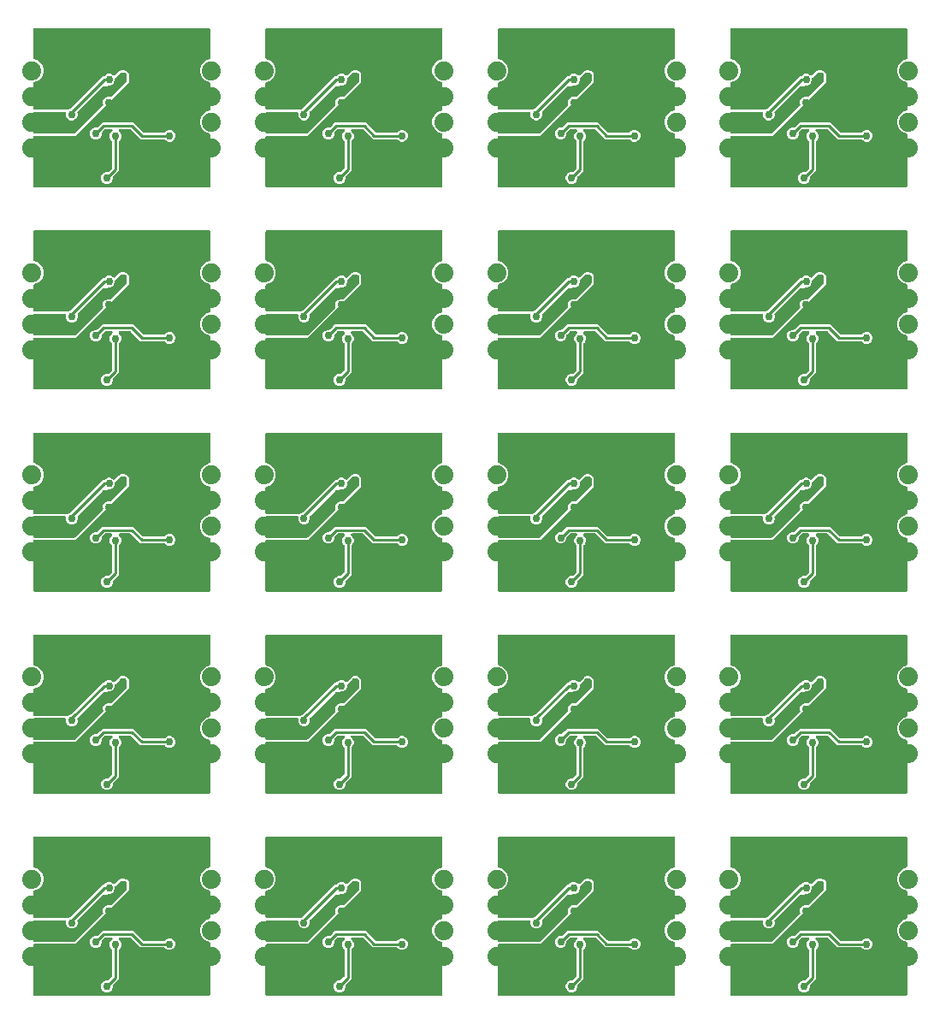
<source format=gbl>
%MOIN*%
%OFA0B0*%
%FSLAX34Y34*%
%IPPOS*%
%LPD*%
%AMOC8*
5,1,8,0,0,$1,22.5*%
%AMOC80*
5,1,8,0,0,$1,22.5*%
%AMOC81*
5,1,8,0,0,$1,22.5*%
%AMOC80*
5,1,8,0,0,$1,22.5*%
%AMOC81*
5,1,8,0,0,$1,22.5*%
%AMOC80*
5,1,8,0,0,$1,22.5*%
%AMOC81*
5,1,8,0,0,$1,22.5*%
%AMOC80*
5,1,8,0,0,$1,22.5*%
%AMOC81*
5,1,8,0,0,$1,22.5*%
%AMOC80*
5,1,8,0,0,$1,22.5*%
%AMOC81*
5,1,8,0,0,$1,22.5*%
%AMOC80*
5,1,8,0,0,$1,22.5*%
%AMOC81*
5,1,8,0,0,$1,22.5*%
%AMOC80*
5,1,8,0,0,$1,22.5*%
%AMOC81*
5,1,8,0,0,$1,22.5*%
%AMOC80*
5,1,8,0,0,$1,22.5*%
%AMOC81*
5,1,8,0,0,$1,22.5*%
%AMOC80*
5,1,8,0,0,$1,22.5*%
%AMOC81*
5,1,8,0,0,$1,22.5*%
%AMOC80*
5,1,8,0,0,$1,22.5*%
%ADD10C,0.074*%
%ADD11C,0.029779527559055118*%
%ADD12C,0.01*%
%ADD13C,0.024000000000000004*%
%ADD24C,0.074*%
%ADD25C,0.029779527559055118*%
%ADD26C,0.01*%
%ADD27C,0.024000000000000004*%
%ADD28C,0.074*%
%ADD29C,0.029779527559055118*%
%ADD30C,0.01*%
%ADD31C,0.024000000000000004*%
%ADD32C,0.074*%
%ADD33C,0.029779527559055118*%
%ADD34C,0.01*%
%ADD35C,0.024000000000000004*%
%ADD36C,0.074*%
%ADD37C,0.029779527559055118*%
%ADD38C,0.01*%
%ADD39C,0.024000000000000004*%
%ADD40C,0.074*%
%ADD41C,0.029779527559055118*%
%ADD42C,0.01*%
%ADD43C,0.024000000000000004*%
%ADD44C,0.074*%
%ADD45C,0.029779527559055118*%
%ADD46C,0.01*%
%ADD47C,0.024000000000000004*%
%ADD48C,0.074*%
%ADD49C,0.029779527559055118*%
%ADD50C,0.01*%
%ADD51C,0.024000000000000004*%
%ADD52C,0.074*%
%ADD53C,0.029779527559055118*%
%ADD54C,0.01*%
%ADD55C,0.024000000000000004*%
%ADD56C,0.074*%
%ADD57C,0.029779527559055118*%
%ADD58C,0.01*%
%ADD59C,0.024000000000000004*%
%ADD60C,0.074*%
%ADD61C,0.029779527559055118*%
%ADD62C,0.01*%
%ADD63C,0.024000000000000004*%
%ADD64C,0.074*%
%ADD65C,0.029779527559055118*%
%ADD66C,0.01*%
%ADD67C,0.024000000000000004*%
%ADD68C,0.074*%
%ADD69C,0.029779527559055118*%
%ADD70C,0.01*%
%ADD71C,0.024000000000000004*%
%ADD72C,0.074*%
%ADD73C,0.029779527559055118*%
%ADD74C,0.01*%
%ADD75C,0.024000000000000004*%
%ADD76C,0.074*%
%ADD77C,0.029779527559055118*%
%ADD78C,0.01*%
%ADD79C,0.024000000000000004*%
%ADD80C,0.074*%
%ADD81C,0.029779527559055118*%
%ADD82C,0.01*%
%ADD83C,0.024000000000000004*%
%ADD84C,0.074*%
%ADD85C,0.029779527559055118*%
%ADD86C,0.01*%
%ADD87C,0.024000000000000004*%
%ADD88C,0.074*%
%ADD89C,0.029779527559055118*%
%ADD90C,0.01*%
%ADD91C,0.024000000000000004*%
%ADD92C,0.074*%
%ADD93C,0.029779527559055118*%
%ADD94C,0.01*%
%ADD95C,0.024000000000000004*%
%ADD96C,0.074*%
%ADD97C,0.029779527559055118*%
%ADD98C,0.01*%
%ADD99C,0.024000000000000004*%
G75*
G01G01*
G36*
X0007117Y0000844D02*
X0007117Y0000844D01*
X0007121Y0000844D01*
X0007123Y0000845D01*
X0007125Y0000845D01*
X0007129Y0000846D01*
X0007133Y0000848D01*
X0007135Y0000849D01*
X0007136Y0000849D01*
X0007140Y0000852D01*
X0007144Y0000855D01*
X0007145Y0000856D01*
X0007146Y0000857D01*
X0007149Y0000860D01*
X0007152Y0000864D01*
X0007153Y0000865D01*
X0007154Y0000866D01*
X0007156Y0000871D01*
X0007159Y0000875D01*
X0007159Y0000876D01*
X0007160Y0000878D01*
X0007160Y0000882D01*
X0007162Y0000887D01*
X0007162Y0000889D01*
X0007162Y0000890D01*
X0007162Y0000891D01*
X0007162Y0000893D01*
X0007162Y0002893D01*
X0007162Y0002895D01*
X0007162Y0002896D01*
X0007161Y0002900D01*
X0007161Y0002901D01*
X0007161Y0002902D01*
X0007160Y0002906D01*
X0007160Y0002907D01*
X0007160Y0002908D01*
X0007158Y0002913D01*
X0007156Y0002917D01*
X0007155Y0002918D01*
X0007155Y0002920D01*
X0007152Y0002923D01*
X0007149Y0002928D01*
X0007148Y0002928D01*
X0007147Y0002929D01*
X0007143Y0002932D01*
X0007139Y0002936D01*
X0007138Y0002936D01*
X0007137Y0002937D01*
X0007131Y0002940D01*
X0006957Y0003012D01*
X0006831Y0003138D01*
X0006762Y0003304D01*
X0006762Y0003483D01*
X0006831Y0003648D01*
X0006957Y0003775D01*
X0007131Y0003847D01*
X0007132Y0003847D01*
X0007133Y0003848D01*
X0007138Y0003850D01*
X0007142Y0003853D01*
X0007143Y0003854D01*
X0007144Y0003854D01*
X0007147Y0003858D01*
X0007151Y0003862D01*
X0007152Y0003863D01*
X0007152Y0003864D01*
X0007155Y0003868D01*
X0007158Y0003872D01*
X0007158Y0003874D01*
X0007159Y0003875D01*
X0007160Y0003879D01*
X0007161Y0003884D01*
X0007161Y0003886D01*
X0007162Y0003887D01*
X0007162Y0003893D01*
X0007162Y0004893D01*
X0007162Y0004895D01*
X0007162Y0004896D01*
X0007161Y0004901D01*
X0007160Y0004906D01*
X0007160Y0004907D01*
X0007160Y0004908D01*
X0007158Y0004913D01*
X0007156Y0004917D01*
X0007155Y0004918D01*
X0007155Y0004920D01*
X0007152Y0004923D01*
X0007149Y0004928D01*
X0007148Y0004928D01*
X0007147Y0004929D01*
X0007143Y0004932D01*
X0007139Y0004936D01*
X0007138Y0004936D01*
X0007137Y0004937D01*
X0007131Y0004940D01*
X0006957Y0005012D01*
X0006831Y0005138D01*
X0006762Y0005304D01*
X0006762Y0005483D01*
X0006831Y0005648D01*
X0006957Y0005775D01*
X0007131Y0005847D01*
X0007132Y0005847D01*
X0007133Y0005848D01*
X0007138Y0005850D01*
X0007142Y0005853D01*
X0007143Y0005854D01*
X0007144Y0005854D01*
X0007147Y0005858D01*
X0007151Y0005862D01*
X0007152Y0005863D01*
X0007152Y0005864D01*
X0007155Y0005868D01*
X0007158Y0005872D01*
X0007158Y0005874D01*
X0007159Y0005875D01*
X0007160Y0005879D01*
X0007161Y0005884D01*
X0007161Y0005886D01*
X0007162Y0005887D01*
X0007162Y0005893D01*
X0007162Y0006993D01*
X0007161Y0006998D01*
X0007161Y0007003D01*
X0007161Y0007004D01*
X0007160Y0007006D01*
X0007159Y0007010D01*
X0007157Y0007014D01*
X0007156Y0007016D01*
X0007156Y0007017D01*
X0007153Y0007021D01*
X0007151Y0007025D01*
X0007149Y0007026D01*
X0007149Y0007027D01*
X0007145Y0007030D01*
X0007142Y0007034D01*
X0007140Y0007034D01*
X0007139Y0007035D01*
X0007135Y0007037D01*
X0007131Y0007040D01*
X0007129Y0007040D01*
X0007128Y0007041D01*
X0007123Y0007042D01*
X0007118Y0007043D01*
X0007116Y0007043D01*
X0007115Y0007043D01*
X0007114Y0007043D01*
X0007112Y0007043D01*
X0000312Y0007043D01*
X0000307Y0007043D01*
X0000303Y0007042D01*
X0000301Y0007042D01*
X0000300Y0007042D01*
X0000295Y0007040D01*
X0000291Y0007038D01*
X0000290Y0007038D01*
X0000288Y0007037D01*
X0000284Y0007034D01*
X0000280Y0007032D01*
X0000279Y0007031D01*
X0000278Y0007030D01*
X0000275Y0007026D01*
X0000272Y0007023D01*
X0000271Y0007021D01*
X0000270Y0007020D01*
X0000268Y0007016D01*
X0000266Y0007012D01*
X0000265Y0007010D01*
X0000265Y0007009D01*
X0000264Y0007004D01*
X0000262Y0007000D01*
X0000262Y0006997D01*
X0000262Y0006996D01*
X0000262Y0006996D01*
X0000262Y0006993D01*
X0000262Y0005893D01*
X0000262Y0005892D01*
X0000262Y0005891D01*
X0000263Y0005886D01*
X0000264Y0005881D01*
X0000264Y0005879D01*
X0000264Y0005878D01*
X0000266Y0005874D01*
X0000268Y0005869D01*
X0000269Y0005868D01*
X0000269Y0005867D01*
X0000273Y0005863D01*
X0000276Y0005859D01*
X0000277Y0005858D01*
X0000277Y0005857D01*
X0000281Y0005854D01*
X0000285Y0005851D01*
X0000286Y0005850D01*
X0000287Y0005850D01*
X0000293Y0005847D01*
X0000467Y0005775D01*
X0000594Y0005648D01*
X0000662Y0005483D01*
X0000662Y0005304D01*
X0000594Y0005138D01*
X0000467Y0005012D01*
X0000293Y0004940D01*
X0000292Y0004939D01*
X0000291Y0004939D01*
X0000287Y0004936D01*
X0000282Y0004933D01*
X0000281Y0004933D01*
X0000280Y0004932D01*
X0000277Y0004928D01*
X0000273Y0004925D01*
X0000272Y0004924D01*
X0000272Y0004923D01*
X0000269Y0004918D01*
X0000267Y0004914D01*
X0000266Y0004913D01*
X0000266Y0004912D01*
X0000264Y0004907D01*
X0000263Y0004902D01*
X0000263Y0004901D01*
X0000262Y0004900D01*
X0000262Y0004893D01*
X0000262Y0003923D01*
X0000263Y0003919D01*
X0000263Y0003914D01*
X0000263Y0003912D01*
X0000264Y0003911D01*
X0000265Y0003906D01*
X0000267Y0003902D01*
X0000268Y0003901D01*
X0000268Y0003899D01*
X0000271Y0003895D01*
X0000274Y0003891D01*
X0000275Y0003890D01*
X0000276Y0003889D01*
X0000279Y0003886D01*
X0000283Y0003883D01*
X0000284Y0003882D01*
X0000285Y0003881D01*
X0000290Y0003879D01*
X0000294Y0003877D01*
X0000295Y0003876D01*
X0000297Y0003876D01*
X0000301Y0003875D01*
X0000306Y0003874D01*
X0000308Y0003873D01*
X0000309Y0003873D01*
X0000310Y0003873D01*
X0000312Y0003873D01*
X0001598Y0003873D01*
X0001602Y0003874D01*
X0001605Y0003874D01*
X0001608Y0003875D01*
X0001610Y0003875D01*
X0001614Y0003876D01*
X0001617Y0003877D01*
X0001620Y0003879D01*
X0001622Y0003879D01*
X0001625Y0003882D01*
X0001628Y0003884D01*
X0001631Y0003886D01*
X0001632Y0003887D01*
X0001632Y0003887D01*
X0001632Y0003887D01*
X0001691Y0003912D01*
X0001692Y0003912D01*
X0001692Y0003912D01*
X0001697Y0003915D01*
X0001702Y0003918D01*
X0001702Y0003918D01*
X0001703Y0003918D01*
X0001707Y0003922D01*
X0001723Y0003938D01*
X0002966Y0005181D01*
X0003006Y0005181D01*
X0003010Y0005182D01*
X0003014Y0005182D01*
X0003016Y0005183D01*
X0003018Y0005183D01*
X0003022Y0005184D01*
X0003026Y0005185D01*
X0003028Y0005187D01*
X0003030Y0005187D01*
X0003033Y0005190D01*
X0003036Y0005192D01*
X0003039Y0005194D01*
X0003040Y0005195D01*
X0003040Y0005195D01*
X0003041Y0005196D01*
X0003090Y0005245D01*
X0003175Y0005280D01*
X0003266Y0005280D01*
X0003350Y0005245D01*
X0003380Y0005215D01*
X0003383Y0005213D01*
X0003387Y0005209D01*
X0003388Y0005209D01*
X0003390Y0005208D01*
X0003394Y0005206D01*
X0003398Y0005204D01*
X0003400Y0005203D01*
X0003401Y0005203D01*
X0003406Y0005202D01*
X0003410Y0005201D01*
X0003412Y0005201D01*
X0003414Y0005201D01*
X0003418Y0005201D01*
X0003423Y0005201D01*
X0003424Y0005202D01*
X0003426Y0005202D01*
X0003430Y0005204D01*
X0003435Y0005205D01*
X0003436Y0005206D01*
X0003438Y0005206D01*
X0003442Y0005209D01*
X0003446Y0005211D01*
X0003447Y0005213D01*
X0003448Y0005213D01*
X0003449Y0005214D01*
X0003450Y0005215D01*
X0003610Y0005375D01*
X0003610Y0005375D01*
X0003614Y0005376D01*
X0003617Y0005377D01*
X0003620Y0005379D01*
X0003622Y0005379D01*
X0003625Y0005382D01*
X0003628Y0005384D01*
X0003631Y0005386D01*
X0003632Y0005387D01*
X0003632Y0005387D01*
X0003632Y0005387D01*
X0003717Y0005422D01*
X0003808Y0005422D01*
X0003892Y0005387D01*
X0003894Y0005385D01*
X0003897Y0005383D01*
X0003899Y0005382D01*
X0003901Y0005380D01*
X0003905Y0005379D01*
X0003908Y0005377D01*
X0003910Y0005376D01*
X0003913Y0005375D01*
X0003914Y0005375D01*
X0003992Y0005297D01*
X0003992Y0004939D01*
X0001916Y0002863D01*
X0000312Y0002863D01*
X0000307Y0002863D01*
X0000303Y0002862D01*
X0000301Y0002862D01*
X0000300Y0002862D01*
X0000295Y0002860D01*
X0000291Y0002858D01*
X0000290Y0002858D01*
X0000288Y0002857D01*
X0000284Y0002854D01*
X0000280Y0002852D01*
X0000279Y0002851D01*
X0000278Y0002850D01*
X0000275Y0002846D01*
X0000272Y0002843D01*
X0000271Y0002841D01*
X0000270Y0002840D01*
X0000268Y0002836D01*
X0000266Y0002832D01*
X0000265Y0002830D01*
X0000265Y0002829D01*
X0000264Y0002824D01*
X0000262Y0002820D01*
X0000262Y0002817D01*
X0000262Y0002816D01*
X0000262Y0002816D01*
X0000262Y0002813D01*
X0000262Y0000893D01*
X0000263Y0000889D01*
X0000263Y0000884D01*
X0000263Y0000882D01*
X0000264Y0000881D01*
X0000265Y0000876D01*
X0000267Y0000872D01*
X0000268Y0000871D01*
X0000268Y0000869D01*
X0000271Y0000865D01*
X0000274Y0000861D01*
X0000275Y0000860D01*
X0000276Y0000859D01*
X0000279Y0000856D01*
X0000283Y0000853D01*
X0000284Y0000852D01*
X0000285Y0000851D01*
X0000290Y0000849D01*
X0000294Y0000847D01*
X0000295Y0000846D01*
X0000297Y0000846D01*
X0000301Y0000845D01*
X0000306Y0000844D01*
X0000308Y0000843D01*
X0000309Y0000843D01*
X0000310Y0000843D01*
X0000312Y0000843D01*
X0007112Y0000843D01*
X0007117Y0000844D01*
G37*
G36*
X0001866Y0002944D02*
X0001866Y0002944D01*
X0001870Y0002944D01*
X0001872Y0002945D01*
X0001875Y0002945D01*
X0001878Y0002946D01*
X0001882Y0002947D01*
X0001884Y0002949D01*
X0001886Y0002949D01*
X0001889Y0002952D01*
X0001893Y0002954D01*
X0001896Y0002956D01*
X0001896Y0002957D01*
X0001897Y0002957D01*
X0001897Y0002958D01*
X0002975Y0004036D01*
X0002976Y0004037D01*
X0002977Y0004037D01*
X0002980Y0004042D01*
X0002983Y0004046D01*
X0002984Y0004047D01*
X0002984Y0004048D01*
X0002986Y0004053D01*
X0002988Y0004057D01*
X0002988Y0004058D01*
X0002989Y0004059D01*
X0002989Y0004065D01*
X0002990Y0004070D01*
X0002990Y0004071D01*
X0002990Y0004072D01*
X0002989Y0004077D01*
X0002989Y0004082D01*
X0002988Y0004083D01*
X0002988Y0004084D01*
X0002986Y0004090D01*
X0002983Y0004098D01*
X0002983Y0004189D01*
X0003018Y0004273D01*
X0003082Y0004337D01*
X0003167Y0004372D01*
X0003258Y0004372D01*
X0003265Y0004369D01*
X0003266Y0004369D01*
X0003267Y0004368D01*
X0003272Y0004367D01*
X0003277Y0004366D01*
X0003278Y0004366D01*
X0003279Y0004365D01*
X0003285Y0004366D01*
X0003290Y0004366D01*
X0003291Y0004366D01*
X0003292Y0004366D01*
X0003297Y0004367D01*
X0003302Y0004368D01*
X0003303Y0004369D01*
X0003304Y0004369D01*
X0003308Y0004372D01*
X0003313Y0004374D01*
X0003314Y0004375D01*
X0003315Y0004376D01*
X0003319Y0004380D01*
X0003897Y0004958D01*
X0003900Y0004961D01*
X0003902Y0004964D01*
X0003904Y0004966D01*
X0003905Y0004968D01*
X0003907Y0004971D01*
X0003909Y0004975D01*
X0003909Y0004977D01*
X0003910Y0004979D01*
X0003911Y0004983D01*
X0003912Y0004987D01*
X0003912Y0004991D01*
X0003912Y0004992D01*
X0003912Y0004992D01*
X0003912Y0004993D01*
X0003912Y0005243D01*
X0003911Y0005248D01*
X0003911Y0005253D01*
X0003911Y0005254D01*
X0003910Y0005256D01*
X0003909Y0005260D01*
X0003907Y0005264D01*
X0003906Y0005266D01*
X0003906Y0005267D01*
X0003903Y0005271D01*
X0003901Y0005275D01*
X0003899Y0005276D01*
X0003899Y0005277D01*
X0003895Y0005280D01*
X0003892Y0005284D01*
X0003890Y0005284D01*
X0003889Y0005285D01*
X0003885Y0005287D01*
X0003881Y0005290D01*
X0003879Y0005290D01*
X0003878Y0005291D01*
X0003873Y0005292D01*
X0003868Y0005293D01*
X0003866Y0005293D01*
X0003865Y0005293D01*
X0003864Y0005293D01*
X0003862Y0005293D01*
X0003662Y0005293D01*
X0003658Y0005293D01*
X0003654Y0005293D01*
X0003652Y0005292D01*
X0003650Y0005292D01*
X0003646Y0005290D01*
X0003642Y0005289D01*
X0003640Y0005288D01*
X0003638Y0005287D01*
X0003635Y0005285D01*
X0003632Y0005283D01*
X0003629Y0005280D01*
X0003628Y0005280D01*
X0003628Y0005279D01*
X0003627Y0005279D01*
X0003464Y0005115D01*
X0003461Y0005112D01*
X0003459Y0005110D01*
X0003458Y0005107D01*
X0003456Y0005106D01*
X0003455Y0005102D01*
X0003453Y0005099D01*
X0003452Y0005096D01*
X0003451Y0005094D01*
X0003450Y0005090D01*
X0003450Y0005087D01*
X0003449Y0005083D01*
X0003449Y0005082D01*
X0003449Y0005081D01*
X0003449Y0005080D01*
X0003449Y0005006D01*
X0003414Y0004922D01*
X0003350Y0004857D01*
X0003266Y0004822D01*
X0003191Y0004822D01*
X0003187Y0004822D01*
X0003184Y0004822D01*
X0003181Y0004821D01*
X0003179Y0004821D01*
X0003175Y0004819D01*
X0003171Y0004818D01*
X0003169Y0004817D01*
X0003167Y0004816D01*
X0003164Y0004814D01*
X0003161Y0004812D01*
X0003158Y0004809D01*
X0003157Y0004809D01*
X0003157Y0004808D01*
X0003156Y0004808D01*
X0003141Y0004793D01*
X0003012Y0004793D01*
X0003008Y0004793D01*
X0003004Y0004793D01*
X0003002Y0004792D01*
X0003000Y0004792D01*
X0002996Y0004790D01*
X0002992Y0004789D01*
X0002990Y0004788D01*
X0002988Y0004787D01*
X0002985Y0004785D01*
X0002981Y0004783D01*
X0002979Y0004780D01*
X0002978Y0004780D01*
X0002978Y0004779D01*
X0002977Y0004779D01*
X0001999Y0003801D01*
X0001998Y0003800D01*
X0001997Y0003799D01*
X0001994Y0003795D01*
X0001991Y0003791D01*
X0001991Y0003790D01*
X0001990Y0003789D01*
X0001988Y0003784D01*
X0001986Y0003779D01*
X0001986Y0003778D01*
X0001986Y0003777D01*
X0001985Y0003772D01*
X0001984Y0003767D01*
X0001984Y0003766D01*
X0001984Y0003765D01*
X0001985Y0003759D01*
X0001985Y0003754D01*
X0001986Y0003753D01*
X0001986Y0003752D01*
X0001988Y0003746D01*
X0001991Y0003739D01*
X0001991Y0003648D01*
X0001956Y0003564D01*
X0001892Y0003499D01*
X0001808Y0003464D01*
X0001717Y0003464D01*
X0001632Y0003499D01*
X0001568Y0003564D01*
X0001533Y0003648D01*
X0001533Y0003743D01*
X0001533Y0003748D01*
X0001532Y0003753D01*
X0001532Y0003754D01*
X0001532Y0003756D01*
X0001530Y0003760D01*
X0001528Y0003764D01*
X0001528Y0003766D01*
X0001527Y0003767D01*
X0001524Y0003771D01*
X0001522Y0003775D01*
X0001521Y0003776D01*
X0001520Y0003777D01*
X0001516Y0003780D01*
X0001513Y0003784D01*
X0001511Y0003784D01*
X0001510Y0003785D01*
X0001506Y0003787D01*
X0001502Y0003790D01*
X0001500Y0003790D01*
X0001499Y0003791D01*
X0001494Y0003792D01*
X0001490Y0003793D01*
X0001487Y0003793D01*
X0001486Y0003793D01*
X0001486Y0003793D01*
X0001483Y0003793D01*
X0000312Y0003793D01*
X0000307Y0003793D01*
X0000303Y0003792D01*
X0000301Y0003792D01*
X0000300Y0003792D01*
X0000295Y0003790D01*
X0000291Y0003788D01*
X0000290Y0003788D01*
X0000288Y0003787D01*
X0000284Y0003784D01*
X0000280Y0003782D01*
X0000279Y0003781D01*
X0000278Y0003780D01*
X0000275Y0003776D01*
X0000272Y0003773D01*
X0000271Y0003771D01*
X0000270Y0003770D01*
X0000268Y0003766D01*
X0000266Y0003762D01*
X0000265Y0003760D01*
X0000265Y0003759D01*
X0000264Y0003754D01*
X0000262Y0003750D01*
X0000262Y0003747D01*
X0000262Y0003746D01*
X0000262Y0003746D01*
X0000262Y0003746D01*
X0000262Y0003745D01*
X0000262Y0003743D01*
X0000262Y0002993D01*
X0000263Y0002989D01*
X0000263Y0002984D01*
X0000263Y0002982D01*
X0000264Y0002981D01*
X0000265Y0002976D01*
X0000267Y0002972D01*
X0000268Y0002971D01*
X0000268Y0002969D01*
X0000271Y0002965D01*
X0000274Y0002961D01*
X0000275Y0002960D01*
X0000276Y0002959D01*
X0000279Y0002956D01*
X0000283Y0002953D01*
X0000284Y0002952D01*
X0000285Y0002951D01*
X0000290Y0002949D01*
X0000294Y0002947D01*
X0000295Y0002946D01*
X0000297Y0002946D01*
X0000301Y0002945D01*
X0000306Y0002944D01*
X0000308Y0002943D01*
X0000309Y0002943D01*
X0000310Y0002943D01*
X0000312Y0002943D01*
X0001862Y0002943D01*
X0001866Y0002944D01*
G37*
%LPC*%
G36*
X0003092Y0000989D02*
X0003092Y0000989D01*
X0003007Y0001024D01*
X0002943Y0001088D01*
X0002908Y0001173D01*
X0002908Y0001264D01*
X0002943Y0001348D01*
X0003007Y0001412D01*
X0003092Y0001447D01*
X0003161Y0001447D01*
X0003165Y0001448D01*
X0003169Y0001448D01*
X0003172Y0001448D01*
X0003174Y0001449D01*
X0003177Y0001450D01*
X0003181Y0001451D01*
X0003183Y0001452D01*
X0003185Y0001453D01*
X0003189Y0001456D01*
X0003192Y0001458D01*
X0003195Y0001460D01*
X0003196Y0001461D01*
X0003196Y0001461D01*
X0003197Y0001462D01*
X0003325Y0001590D01*
X0003328Y0001594D01*
X0003331Y0001596D01*
X0003332Y0001599D01*
X0003333Y0001600D01*
X0003335Y0001604D01*
X0003337Y0001607D01*
X0003337Y0001610D01*
X0003338Y0001612D01*
X0003339Y0001616D01*
X0003340Y0001620D01*
X0003340Y0001623D01*
X0003340Y0001624D01*
X0003340Y0001625D01*
X0003340Y0001626D01*
X0003340Y0002621D01*
X0003340Y0002625D01*
X0003340Y0002628D01*
X0003339Y0002631D01*
X0003339Y0002633D01*
X0003337Y0002637D01*
X0003336Y0002640D01*
X0003335Y0002643D01*
X0003334Y0002645D01*
X0003332Y0002648D01*
X0003330Y0002651D01*
X0003327Y0002654D01*
X0003327Y0002655D01*
X0003326Y0002655D01*
X0003325Y0002656D01*
X0003276Y0002705D01*
X0003241Y0002790D01*
X0003241Y0002881D01*
X0003276Y0002965D01*
X0003339Y0003028D01*
X0003342Y0003032D01*
X0003346Y0003036D01*
X0003346Y0003037D01*
X0003347Y0003038D01*
X0003349Y0003043D01*
X0003351Y0003048D01*
X0003351Y0003049D01*
X0003352Y0003049D01*
X0003353Y0003055D01*
X0003354Y0003060D01*
X0003354Y0003061D01*
X0003354Y0003062D01*
X0003353Y0003067D01*
X0003353Y0003073D01*
X0003353Y0003073D01*
X0003353Y0003074D01*
X0003351Y0003079D01*
X0003349Y0003084D01*
X0003349Y0003085D01*
X0003348Y0003086D01*
X0003345Y0003090D01*
X0003342Y0003095D01*
X0003342Y0003096D01*
X0003341Y0003096D01*
X0003337Y0003100D01*
X0003333Y0003104D01*
X0003333Y0003104D01*
X0003332Y0003105D01*
X0003327Y0003107D01*
X0003322Y0003110D01*
X0003322Y0003110D01*
X0003321Y0003110D01*
X0003315Y0003111D01*
X0003310Y0003113D01*
X0003309Y0003113D01*
X0003309Y0003113D01*
X0003308Y0003113D01*
X0003304Y0003113D01*
X0003087Y0003113D01*
X0003083Y0003113D01*
X0003079Y0003113D01*
X0003077Y0003112D01*
X0003074Y0003112D01*
X0003071Y0003110D01*
X0003067Y0003109D01*
X0003065Y0003108D01*
X0003063Y0003107D01*
X0003059Y0003105D01*
X0003056Y0003103D01*
X0003053Y0003100D01*
X0003052Y0003100D01*
X0003052Y0003099D01*
X0003051Y0003099D01*
X0002956Y0003003D01*
X0002953Y0003000D01*
X0002951Y0002997D01*
X0002949Y0002995D01*
X0002948Y0002993D01*
X0002946Y0002989D01*
X0002945Y0002986D01*
X0002944Y0002984D01*
X0002943Y0002982D01*
X0002942Y0002978D01*
X0002941Y0002974D01*
X0002941Y0002970D01*
X0002941Y0002969D01*
X0002941Y0002969D01*
X0002941Y0002968D01*
X0002941Y0002898D01*
X0002906Y0002814D01*
X0002842Y0002749D01*
X0002758Y0002714D01*
X0002667Y0002714D01*
X0002582Y0002749D01*
X0002518Y0002814D01*
X0002483Y0002898D01*
X0002483Y0002989D01*
X0002518Y0003073D01*
X0002582Y0003137D01*
X0002667Y0003172D01*
X0002736Y0003172D01*
X0002740Y0003173D01*
X0002744Y0003173D01*
X0002747Y0003173D01*
X0002749Y0003174D01*
X0002752Y0003175D01*
X0002756Y0003176D01*
X0002758Y0003177D01*
X0002760Y0003178D01*
X0002764Y0003181D01*
X0002767Y0003183D01*
X0002770Y0003185D01*
X0002771Y0003186D01*
X0002771Y0003186D01*
X0002772Y0003187D01*
X0002867Y0003282D01*
X0002958Y0003373D01*
X0004166Y0003373D01*
X0004536Y0003003D01*
X0004539Y0003001D01*
X0004542Y0002998D01*
X0004544Y0002997D01*
X0004546Y0002996D01*
X0004549Y0002994D01*
X0004553Y0002992D01*
X0004555Y0002992D01*
X0004557Y0002991D01*
X0004561Y0002990D01*
X0004565Y0002989D01*
X0004569Y0002989D01*
X0004570Y0002989D01*
X0004570Y0002989D01*
X0004571Y0002989D01*
X0005368Y0002989D01*
X0005372Y0002989D01*
X0005375Y0002989D01*
X0005378Y0002990D01*
X0005380Y0002990D01*
X0005384Y0002992D01*
X0005387Y0002993D01*
X0005390Y0002994D01*
X0005392Y0002995D01*
X0005395Y0002997D01*
X0005398Y0002999D01*
X0005401Y0003002D01*
X0005402Y0003002D01*
X0005402Y0003002D01*
X0005403Y0003003D01*
X0005452Y0003053D01*
X0005537Y0003087D01*
X0005628Y0003087D01*
X0005712Y0003053D01*
X0005776Y0002988D01*
X0005811Y0002904D01*
X0005811Y0002813D01*
X0005776Y0002729D01*
X0005712Y0002664D01*
X0005628Y0002630D01*
X0005537Y0002630D01*
X0005452Y0002664D01*
X0005403Y0002714D01*
X0005400Y0002716D01*
X0005397Y0002719D01*
X0005395Y0002720D01*
X0005393Y0002722D01*
X0005390Y0002723D01*
X0005386Y0002725D01*
X0005384Y0002726D01*
X0005382Y0002727D01*
X0005378Y0002727D01*
X0005374Y0002728D01*
X0005370Y0002728D01*
X0005369Y0002729D01*
X0005369Y0002728D01*
X0005368Y0002729D01*
X0004443Y0002729D01*
X0004073Y0003099D01*
X0004070Y0003101D01*
X0004067Y0003104D01*
X0004065Y0003105D01*
X0004063Y0003106D01*
X0004059Y0003108D01*
X0004056Y0003110D01*
X0004054Y0003110D01*
X0004052Y0003111D01*
X0004048Y0003112D01*
X0004044Y0003113D01*
X0004040Y0003113D01*
X0004039Y0003113D01*
X0004039Y0003113D01*
X0004038Y0003113D01*
X0003637Y0003113D01*
X0003631Y0003112D01*
X0003626Y0003112D01*
X0003625Y0003112D01*
X0003624Y0003112D01*
X0003619Y0003110D01*
X0003614Y0003108D01*
X0003613Y0003107D01*
X0003612Y0003107D01*
X0003608Y0003104D01*
X0003603Y0003101D01*
X0003603Y0003100D01*
X0003602Y0003100D01*
X0003599Y0003095D01*
X0003595Y0003091D01*
X0003595Y0003091D01*
X0003594Y0003090D01*
X0003592Y0003085D01*
X0003590Y0003080D01*
X0003589Y0003079D01*
X0003589Y0003079D01*
X0003588Y0003073D01*
X0003587Y0003068D01*
X0003587Y0003067D01*
X0003587Y0003066D01*
X0003587Y0003061D01*
X0003587Y0003055D01*
X0003587Y0003055D01*
X0003587Y0003054D01*
X0003589Y0003049D01*
X0003591Y0003043D01*
X0003591Y0003043D01*
X0003591Y0003042D01*
X0003594Y0003037D01*
X0003597Y0003033D01*
X0003598Y0003032D01*
X0003598Y0003031D01*
X0003599Y0003031D01*
X0003601Y0003028D01*
X0003664Y0002965D01*
X0003699Y0002881D01*
X0003699Y0002790D01*
X0003664Y0002705D01*
X0003615Y0002656D01*
X0003612Y0002653D01*
X0003610Y0002650D01*
X0003609Y0002648D01*
X0003607Y0002646D01*
X0003606Y0002643D01*
X0003604Y0002639D01*
X0003603Y0002637D01*
X0003602Y0002635D01*
X0003602Y0002631D01*
X0003601Y0002627D01*
X0003600Y0002623D01*
X0003600Y0002622D01*
X0003600Y0002622D01*
X0003600Y0002621D01*
X0003600Y0001497D01*
X0003381Y0001278D01*
X0003378Y0001275D01*
X0003376Y0001272D01*
X0003375Y0001270D01*
X0003374Y0001270D01*
X0003374Y0001269D01*
X0003373Y0001268D01*
X0003371Y0001264D01*
X0003370Y0001261D01*
X0003369Y0001259D01*
X0003368Y0001257D01*
X0003367Y0001253D01*
X0003366Y0001249D01*
X0003366Y0001245D01*
X0003366Y0001244D01*
X0003366Y0001244D01*
X0003366Y0001243D01*
X0003366Y0001173D01*
X0003331Y0001088D01*
X0003267Y0001024D01*
X0003183Y0000989D01*
X0003092Y0000989D01*
G37*
%LPD*%
D10*
X0000212Y0004393D03*
X0000212Y0005393D03*
X0000212Y0003393D03*
X0000212Y0002393D03*
X0007212Y0005393D03*
X0007212Y0004393D03*
X0007212Y0003393D03*
X0007212Y0002393D03*
D11*
X0003470Y0002835D03*
D12*
X0003470Y0001551D01*
X0003137Y0001218D01*
D11*
X0003137Y0001218D03*
X0003212Y0004143D03*
X0003212Y0003643D03*
X0003712Y0003643D03*
X0003712Y0004143D03*
X0001912Y0006793D03*
X0004012Y0006793D03*
X0005562Y0003893D03*
X0001762Y0003693D03*
D12*
X0001762Y0003793D02*
X0003020Y0005051D01*
D11*
X0003220Y0005051D03*
D12*
X0003020Y0005051D01*
X0001762Y0003793D02*
X0001762Y0003693D01*
D11*
X0003762Y0005193D03*
D13*
X0000312Y0003293D02*
X0000212Y0003393D01*
X0000312Y0003293D02*
X0001962Y0003293D01*
X0002162Y0003493D01*
X0002162Y0003743D01*
X0003062Y0004643D01*
X0003362Y0004643D01*
X0003762Y0005043D01*
X0003762Y0005193D01*
D11*
X0002712Y0002943D03*
D12*
X0003012Y0003243D01*
X0004112Y0003243D01*
X0004497Y0002859D01*
X0005582Y0002859D01*
D11*
X0005582Y0002859D03*
G04 next file*
G04 EAGLE Gerber X2 export*
G75*
G01G01*
G36*
X0016172Y0000844D02*
X0016172Y0000844D01*
X0016177Y0000844D01*
X0016178Y0000845D01*
X0016180Y0000845D01*
X0016184Y0000846D01*
X0016188Y0000848D01*
X0016190Y0000849D01*
X0016191Y0000849D01*
X0016195Y0000852D01*
X0016199Y0000855D01*
X0016200Y0000856D01*
X0016201Y0000857D01*
X0016204Y0000860D01*
X0016208Y0000864D01*
X0016208Y0000865D01*
X0016209Y0000866D01*
X0016211Y0000871D01*
X0016214Y0000875D01*
X0016214Y0000876D01*
X0016215Y0000878D01*
X0016216Y0000882D01*
X0016217Y0000887D01*
X0016217Y0000889D01*
X0016217Y0000890D01*
X0016217Y0000891D01*
X0016217Y0000893D01*
X0016217Y0002893D01*
X0016217Y0002895D01*
X0016217Y0002896D01*
X0016216Y0002900D01*
X0016216Y0002901D01*
X0016216Y0002902D01*
X0016216Y0002906D01*
X0016215Y0002907D01*
X0016215Y0002908D01*
X0016213Y0002913D01*
X0016211Y0002917D01*
X0016210Y0002918D01*
X0016210Y0002920D01*
X0016207Y0002923D01*
X0016204Y0002928D01*
X0016203Y0002928D01*
X0016202Y0002929D01*
X0016198Y0002932D01*
X0016194Y0002936D01*
X0016193Y0002936D01*
X0016192Y0002937D01*
X0016186Y0002940D01*
X0016012Y0003012D01*
X0015886Y0003138D01*
X0015817Y0003304D01*
X0015817Y0003483D01*
X0015886Y0003648D01*
X0016012Y0003775D01*
X0016186Y0003847D01*
X0016187Y0003847D01*
X0016188Y0003848D01*
X0016193Y0003850D01*
X0016197Y0003853D01*
X0016198Y0003854D01*
X0016199Y0003854D01*
X0016202Y0003858D01*
X0016206Y0003862D01*
X0016207Y0003863D01*
X0016208Y0003864D01*
X0016210Y0003868D01*
X0016213Y0003872D01*
X0016213Y0003874D01*
X0016214Y0003875D01*
X0016215Y0003879D01*
X0016216Y0003884D01*
X0016216Y0003886D01*
X0016217Y0003887D01*
X0016217Y0003893D01*
X0016217Y0004893D01*
X0016217Y0004895D01*
X0016217Y0004896D01*
X0016216Y0004901D01*
X0016216Y0004906D01*
X0016215Y0004907D01*
X0016215Y0004908D01*
X0016213Y0004913D01*
X0016211Y0004917D01*
X0016210Y0004918D01*
X0016210Y0004920D01*
X0016207Y0004923D01*
X0016204Y0004928D01*
X0016203Y0004928D01*
X0016202Y0004929D01*
X0016198Y0004932D01*
X0016194Y0004936D01*
X0016193Y0004936D01*
X0016192Y0004937D01*
X0016186Y0004940D01*
X0016012Y0005012D01*
X0015886Y0005138D01*
X0015817Y0005304D01*
X0015817Y0005483D01*
X0015886Y0005648D01*
X0016012Y0005775D01*
X0016186Y0005847D01*
X0016187Y0005847D01*
X0016188Y0005848D01*
X0016193Y0005850D01*
X0016197Y0005853D01*
X0016198Y0005854D01*
X0016199Y0005854D01*
X0016202Y0005858D01*
X0016206Y0005862D01*
X0016207Y0005863D01*
X0016208Y0005864D01*
X0016210Y0005868D01*
X0016213Y0005872D01*
X0016213Y0005874D01*
X0016214Y0005875D01*
X0016215Y0005879D01*
X0016216Y0005884D01*
X0016216Y0005886D01*
X0016217Y0005887D01*
X0016217Y0005893D01*
X0016217Y0006993D01*
X0016217Y0006998D01*
X0016216Y0007003D01*
X0016216Y0007004D01*
X0016216Y0007006D01*
X0016214Y0007010D01*
X0016212Y0007014D01*
X0016212Y0007016D01*
X0016211Y0007017D01*
X0016208Y0007021D01*
X0016206Y0007025D01*
X0016205Y0007026D01*
X0016204Y0007027D01*
X0016200Y0007030D01*
X0016197Y0007034D01*
X0016195Y0007034D01*
X0016194Y0007035D01*
X0016190Y0007037D01*
X0016186Y0007040D01*
X0016184Y0007040D01*
X0016183Y0007041D01*
X0016178Y0007042D01*
X0016174Y0007043D01*
X0016171Y0007043D01*
X0016170Y0007043D01*
X0016170Y0007043D01*
X0016167Y0007043D01*
X0009367Y0007043D01*
X0009363Y0007043D01*
X0009358Y0007042D01*
X0009356Y0007042D01*
X0009355Y0007042D01*
X0009350Y0007040D01*
X0009346Y0007038D01*
X0009345Y0007038D01*
X0009343Y0007037D01*
X0009339Y0007034D01*
X0009335Y0007032D01*
X0009334Y0007031D01*
X0009333Y0007030D01*
X0009330Y0007026D01*
X0009327Y0007023D01*
X0009326Y0007021D01*
X0009325Y0007020D01*
X0009323Y0007016D01*
X0009321Y0007012D01*
X0009320Y0007010D01*
X0009320Y0007009D01*
X0009319Y0007004D01*
X0009318Y0007000D01*
X0009317Y0006997D01*
X0009317Y0006996D01*
X0009317Y0006996D01*
X0009317Y0006993D01*
X0009317Y0005893D01*
X0009317Y0005892D01*
X0009317Y0005891D01*
X0009318Y0005886D01*
X0009319Y0005881D01*
X0009319Y0005879D01*
X0009319Y0005878D01*
X0009322Y0005874D01*
X0009323Y0005869D01*
X0009324Y0005868D01*
X0009325Y0005867D01*
X0009328Y0005863D01*
X0009331Y0005859D01*
X0009332Y0005858D01*
X0009332Y0005857D01*
X0009336Y0005854D01*
X0009340Y0005851D01*
X0009341Y0005850D01*
X0009342Y0005850D01*
X0009348Y0005847D01*
X0009522Y0005775D01*
X0009649Y0005648D01*
X0009717Y0005483D01*
X0009717Y0005304D01*
X0009649Y0005138D01*
X0009522Y0005012D01*
X0009348Y0004940D01*
X0009347Y0004939D01*
X0009346Y0004939D01*
X0009342Y0004936D01*
X0009337Y0004933D01*
X0009336Y0004933D01*
X0009335Y0004932D01*
X0009332Y0004928D01*
X0009328Y0004925D01*
X0009328Y0004924D01*
X0009327Y0004923D01*
X0009324Y0004918D01*
X0009322Y0004914D01*
X0009321Y0004913D01*
X0009321Y0004912D01*
X0009320Y0004907D01*
X0009318Y0004902D01*
X0009318Y0004901D01*
X0009318Y0004900D01*
X0009317Y0004893D01*
X0009317Y0003923D01*
X0009318Y0003919D01*
X0009318Y0003914D01*
X0009319Y0003912D01*
X0009319Y0003911D01*
X0009321Y0003906D01*
X0009322Y0003902D01*
X0009323Y0003901D01*
X0009323Y0003899D01*
X0009326Y0003895D01*
X0009329Y0003891D01*
X0009330Y0003890D01*
X0009331Y0003889D01*
X0009334Y0003886D01*
X0009338Y0003883D01*
X0009339Y0003882D01*
X0009340Y0003881D01*
X0009345Y0003879D01*
X0009349Y0003877D01*
X0009350Y0003876D01*
X0009352Y0003876D01*
X0009356Y0003875D01*
X0009361Y0003874D01*
X0009363Y0003873D01*
X0009364Y0003873D01*
X0009365Y0003873D01*
X0009367Y0003873D01*
X0010653Y0003873D01*
X0010657Y0003874D01*
X0010661Y0003874D01*
X0010663Y0003875D01*
X0010665Y0003875D01*
X0010669Y0003876D01*
X0010673Y0003877D01*
X0010675Y0003879D01*
X0010677Y0003879D01*
X0010680Y0003882D01*
X0010683Y0003884D01*
X0010686Y0003886D01*
X0010687Y0003887D01*
X0010687Y0003887D01*
X0010687Y0003887D01*
X0010746Y0003912D01*
X0010747Y0003912D01*
X0010747Y0003912D01*
X0010752Y0003915D01*
X0010757Y0003918D01*
X0010758Y0003918D01*
X0010758Y0003918D01*
X0010763Y0003922D01*
X0010778Y0003938D01*
X0012021Y0005181D01*
X0012061Y0005181D01*
X0012065Y0005182D01*
X0012069Y0005182D01*
X0012071Y0005183D01*
X0012073Y0005183D01*
X0012077Y0005184D01*
X0012081Y0005185D01*
X0012083Y0005187D01*
X0012085Y0005187D01*
X0012088Y0005190D01*
X0012091Y0005192D01*
X0012094Y0005194D01*
X0012095Y0005195D01*
X0012095Y0005195D01*
X0012096Y0005196D01*
X0012146Y0005245D01*
X0012230Y0005280D01*
X0012321Y0005280D01*
X0012405Y0005245D01*
X0012435Y0005215D01*
X0012439Y0005213D01*
X0012442Y0005209D01*
X0012444Y0005209D01*
X0012445Y0005208D01*
X0012449Y0005206D01*
X0012453Y0005204D01*
X0012455Y0005203D01*
X0012456Y0005203D01*
X0012461Y0005202D01*
X0012465Y0005201D01*
X0012467Y0005201D01*
X0012469Y0005201D01*
X0012473Y0005201D01*
X0012478Y0005201D01*
X0012480Y0005202D01*
X0012481Y0005202D01*
X0012486Y0005204D01*
X0012490Y0005205D01*
X0012491Y0005206D01*
X0012493Y0005206D01*
X0012497Y0005209D01*
X0012501Y0005211D01*
X0012503Y0005213D01*
X0012503Y0005213D01*
X0012504Y0005214D01*
X0012506Y0005215D01*
X0012665Y0005375D01*
X0012665Y0005375D01*
X0012669Y0005376D01*
X0012673Y0005377D01*
X0012675Y0005379D01*
X0012677Y0005379D01*
X0012680Y0005382D01*
X0012683Y0005384D01*
X0012686Y0005386D01*
X0012687Y0005387D01*
X0012687Y0005387D01*
X0012687Y0005387D01*
X0012772Y0005422D01*
X0012863Y0005422D01*
X0012947Y0005387D01*
X0012949Y0005385D01*
X0012952Y0005383D01*
X0012954Y0005382D01*
X0012956Y0005380D01*
X0012960Y0005379D01*
X0012963Y0005377D01*
X0012965Y0005376D01*
X0012968Y0005375D01*
X0012969Y0005375D01*
X0013047Y0005297D01*
X0013047Y0004939D01*
X0010971Y0002863D01*
X0009367Y0002863D01*
X0009363Y0002863D01*
X0009358Y0002862D01*
X0009356Y0002862D01*
X0009355Y0002862D01*
X0009350Y0002860D01*
X0009346Y0002858D01*
X0009345Y0002858D01*
X0009343Y0002857D01*
X0009339Y0002854D01*
X0009335Y0002852D01*
X0009334Y0002851D01*
X0009333Y0002850D01*
X0009330Y0002846D01*
X0009327Y0002843D01*
X0009326Y0002841D01*
X0009325Y0002840D01*
X0009323Y0002836D01*
X0009321Y0002832D01*
X0009320Y0002830D01*
X0009320Y0002829D01*
X0009319Y0002824D01*
X0009318Y0002820D01*
X0009317Y0002817D01*
X0009317Y0002816D01*
X0009317Y0002816D01*
X0009317Y0002813D01*
X0009317Y0000893D01*
X0009318Y0000889D01*
X0009318Y0000884D01*
X0009319Y0000882D01*
X0009319Y0000881D01*
X0009321Y0000876D01*
X0009322Y0000872D01*
X0009323Y0000871D01*
X0009323Y0000869D01*
X0009326Y0000865D01*
X0009329Y0000861D01*
X0009330Y0000860D01*
X0009331Y0000859D01*
X0009334Y0000856D01*
X0009338Y0000853D01*
X0009339Y0000852D01*
X0009340Y0000851D01*
X0009345Y0000849D01*
X0009349Y0000847D01*
X0009350Y0000846D01*
X0009352Y0000846D01*
X0009356Y0000845D01*
X0009361Y0000844D01*
X0009363Y0000843D01*
X0009364Y0000843D01*
X0009365Y0000843D01*
X0009367Y0000843D01*
X0016167Y0000843D01*
X0016172Y0000844D01*
G37*
G36*
X0010921Y0002944D02*
X0010921Y0002944D01*
X0010925Y0002944D01*
X0010927Y0002945D01*
X0010930Y0002945D01*
X0010933Y0002946D01*
X0010937Y0002947D01*
X0010939Y0002949D01*
X0010941Y0002949D01*
X0010944Y0002952D01*
X0010948Y0002954D01*
X0010951Y0002956D01*
X0010951Y0002957D01*
X0010952Y0002957D01*
X0010953Y0002958D01*
X0012031Y0004036D01*
X0012031Y0004037D01*
X0012032Y0004037D01*
X0012035Y0004042D01*
X0012038Y0004046D01*
X0012039Y0004047D01*
X0012039Y0004048D01*
X0012041Y0004053D01*
X0012043Y0004057D01*
X0012043Y0004058D01*
X0012044Y0004059D01*
X0012044Y0004065D01*
X0012045Y0004070D01*
X0012045Y0004071D01*
X0012045Y0004072D01*
X0012044Y0004077D01*
X0012044Y0004082D01*
X0012044Y0004083D01*
X0012043Y0004084D01*
X0012041Y0004090D01*
X0012038Y0004098D01*
X0012038Y0004189D01*
X0012073Y0004273D01*
X0012138Y0004337D01*
X0012222Y0004372D01*
X0012313Y0004372D01*
X0012320Y0004369D01*
X0012321Y0004369D01*
X0012322Y0004368D01*
X0012327Y0004367D01*
X0012332Y0004366D01*
X0012333Y0004366D01*
X0012335Y0004365D01*
X0012340Y0004366D01*
X0012345Y0004366D01*
X0012346Y0004366D01*
X0012347Y0004366D01*
X0012352Y0004367D01*
X0012357Y0004368D01*
X0012358Y0004369D01*
X0012359Y0004369D01*
X0012363Y0004372D01*
X0012368Y0004374D01*
X0012369Y0004375D01*
X0012370Y0004376D01*
X0012375Y0004380D01*
X0012953Y0004958D01*
X0012955Y0004961D01*
X0012958Y0004964D01*
X0012959Y0004966D01*
X0012960Y0004968D01*
X0012962Y0004971D01*
X0012964Y0004975D01*
X0012964Y0004977D01*
X0012965Y0004979D01*
X0012966Y0004983D01*
X0012967Y0004987D01*
X0012967Y0004991D01*
X0012967Y0004992D01*
X0012967Y0004992D01*
X0012967Y0004993D01*
X0012967Y0005243D01*
X0012967Y0005248D01*
X0012966Y0005253D01*
X0012966Y0005254D01*
X0012966Y0005256D01*
X0012964Y0005260D01*
X0012962Y0005264D01*
X0012962Y0005266D01*
X0012961Y0005267D01*
X0012958Y0005271D01*
X0012956Y0005275D01*
X0012955Y0005276D01*
X0012954Y0005277D01*
X0012950Y0005280D01*
X0012947Y0005284D01*
X0012945Y0005284D01*
X0012944Y0005285D01*
X0012940Y0005287D01*
X0012936Y0005290D01*
X0012934Y0005290D01*
X0012933Y0005291D01*
X0012928Y0005292D01*
X0012924Y0005293D01*
X0012921Y0005293D01*
X0012920Y0005293D01*
X0012920Y0005293D01*
X0012917Y0005293D01*
X0012717Y0005293D01*
X0012713Y0005293D01*
X0012709Y0005293D01*
X0012707Y0005292D01*
X0012705Y0005292D01*
X0012701Y0005290D01*
X0012697Y0005289D01*
X0012695Y0005288D01*
X0012693Y0005287D01*
X0012690Y0005285D01*
X0012687Y0005283D01*
X0012684Y0005280D01*
X0012683Y0005280D01*
X0012683Y0005279D01*
X0012682Y0005279D01*
X0012519Y0005115D01*
X0012516Y0005112D01*
X0012514Y0005110D01*
X0012513Y0005107D01*
X0012511Y0005106D01*
X0012510Y0005102D01*
X0012508Y0005099D01*
X0012507Y0005096D01*
X0012506Y0005094D01*
X0012506Y0005090D01*
X0012505Y0005087D01*
X0012504Y0005083D01*
X0012504Y0005082D01*
X0012504Y0005081D01*
X0012504Y0005080D01*
X0012504Y0005006D01*
X0012469Y0004922D01*
X0012405Y0004857D01*
X0012321Y0004822D01*
X0012246Y0004822D01*
X0012243Y0004822D01*
X0012239Y0004822D01*
X0012236Y0004821D01*
X0012234Y0004821D01*
X0012230Y0004819D01*
X0012227Y0004818D01*
X0012225Y0004817D01*
X0012222Y0004816D01*
X0012219Y0004814D01*
X0012216Y0004812D01*
X0012213Y0004809D01*
X0012212Y0004809D01*
X0012212Y0004808D01*
X0012211Y0004808D01*
X0012197Y0004793D01*
X0012067Y0004793D01*
X0012063Y0004793D01*
X0012059Y0004793D01*
X0012057Y0004792D01*
X0012055Y0004792D01*
X0012051Y0004790D01*
X0012047Y0004789D01*
X0012045Y0004788D01*
X0012043Y0004787D01*
X0012040Y0004785D01*
X0012037Y0004783D01*
X0012034Y0004780D01*
X0012033Y0004780D01*
X0012033Y0004779D01*
X0012032Y0004779D01*
X0011054Y0003801D01*
X0011053Y0003800D01*
X0011052Y0003799D01*
X0011049Y0003795D01*
X0011046Y0003791D01*
X0011046Y0003790D01*
X0011045Y0003789D01*
X0011043Y0003784D01*
X0011041Y0003779D01*
X0011041Y0003778D01*
X0011041Y0003777D01*
X0011040Y0003772D01*
X0011039Y0003767D01*
X0011039Y0003766D01*
X0011039Y0003765D01*
X0011040Y0003759D01*
X0011040Y0003754D01*
X0011041Y0003753D01*
X0011041Y0003752D01*
X0011043Y0003746D01*
X0011046Y0003739D01*
X0011046Y0003648D01*
X0011011Y0003564D01*
X0010947Y0003499D01*
X0010863Y0003464D01*
X0010772Y0003464D01*
X0010688Y0003499D01*
X0010623Y0003564D01*
X0010588Y0003648D01*
X0010588Y0003743D01*
X0010588Y0003748D01*
X0010587Y0003753D01*
X0010587Y0003754D01*
X0010587Y0003756D01*
X0010585Y0003760D01*
X0010584Y0003764D01*
X0010583Y0003766D01*
X0010582Y0003767D01*
X0010579Y0003771D01*
X0010577Y0003775D01*
X0010576Y0003776D01*
X0010575Y0003777D01*
X0010571Y0003780D01*
X0010568Y0003784D01*
X0010566Y0003784D01*
X0010565Y0003785D01*
X0010561Y0003787D01*
X0010557Y0003790D01*
X0010555Y0003790D01*
X0010554Y0003791D01*
X0010549Y0003792D01*
X0010545Y0003793D01*
X0010542Y0003793D01*
X0010542Y0003793D01*
X0010541Y0003793D01*
X0010538Y0003793D01*
X0009367Y0003793D01*
X0009363Y0003793D01*
X0009358Y0003792D01*
X0009356Y0003792D01*
X0009355Y0003792D01*
X0009350Y0003790D01*
X0009346Y0003788D01*
X0009345Y0003788D01*
X0009343Y0003787D01*
X0009339Y0003784D01*
X0009335Y0003782D01*
X0009334Y0003781D01*
X0009333Y0003780D01*
X0009330Y0003776D01*
X0009327Y0003773D01*
X0009326Y0003771D01*
X0009325Y0003770D01*
X0009323Y0003766D01*
X0009321Y0003762D01*
X0009320Y0003760D01*
X0009320Y0003759D01*
X0009319Y0003754D01*
X0009318Y0003750D01*
X0009317Y0003747D01*
X0009317Y0003746D01*
X0009317Y0003746D01*
X0009317Y0003746D01*
X0009317Y0003745D01*
X0009317Y0003743D01*
X0009317Y0002993D01*
X0009318Y0002989D01*
X0009318Y0002984D01*
X0009319Y0002982D01*
X0009319Y0002981D01*
X0009321Y0002976D01*
X0009322Y0002972D01*
X0009323Y0002971D01*
X0009323Y0002969D01*
X0009326Y0002965D01*
X0009329Y0002961D01*
X0009330Y0002960D01*
X0009331Y0002959D01*
X0009334Y0002956D01*
X0009338Y0002953D01*
X0009339Y0002952D01*
X0009340Y0002951D01*
X0009345Y0002949D01*
X0009349Y0002947D01*
X0009350Y0002946D01*
X0009352Y0002946D01*
X0009356Y0002945D01*
X0009361Y0002944D01*
X0009363Y0002943D01*
X0009364Y0002943D01*
X0009365Y0002943D01*
X0009367Y0002943D01*
X0010917Y0002943D01*
X0010921Y0002944D01*
G37*
%LPC*%
G36*
X0012147Y0000989D02*
X0012147Y0000989D01*
X0012063Y0001024D01*
X0011998Y0001088D01*
X0011963Y0001173D01*
X0011963Y0001264D01*
X0011998Y0001348D01*
X0012063Y0001412D01*
X0012147Y0001447D01*
X0012217Y0001447D01*
X0012220Y0001448D01*
X0012224Y0001448D01*
X0012227Y0001448D01*
X0012229Y0001449D01*
X0012233Y0001450D01*
X0012236Y0001451D01*
X0012238Y0001452D01*
X0012241Y0001453D01*
X0012244Y0001456D01*
X0012247Y0001458D01*
X0012250Y0001460D01*
X0012251Y0001461D01*
X0012251Y0001461D01*
X0012252Y0001462D01*
X0012381Y0001590D01*
X0012383Y0001594D01*
X0012386Y0001596D01*
X0012387Y0001599D01*
X0012388Y0001600D01*
X0012390Y0001604D01*
X0012392Y0001607D01*
X0012392Y0001610D01*
X0012393Y0001612D01*
X0012394Y0001616D01*
X0012395Y0001620D01*
X0012395Y0001623D01*
X0012395Y0001624D01*
X0012395Y0001625D01*
X0012395Y0001626D01*
X0012395Y0002621D01*
X0012395Y0002625D01*
X0012395Y0002628D01*
X0012394Y0002631D01*
X0012394Y0002633D01*
X0012392Y0002637D01*
X0012391Y0002640D01*
X0012390Y0002643D01*
X0012389Y0002645D01*
X0012387Y0002648D01*
X0012385Y0002651D01*
X0012382Y0002654D01*
X0012382Y0002655D01*
X0012381Y0002655D01*
X0012381Y0002656D01*
X0012331Y0002705D01*
X0012296Y0002790D01*
X0012296Y0002881D01*
X0012331Y0002965D01*
X0012394Y0003028D01*
X0012398Y0003032D01*
X0012401Y0003036D01*
X0012401Y0003037D01*
X0012402Y0003038D01*
X0012404Y0003043D01*
X0012406Y0003048D01*
X0012407Y0003049D01*
X0012407Y0003049D01*
X0012408Y0003055D01*
X0012409Y0003060D01*
X0012409Y0003061D01*
X0012409Y0003062D01*
X0012408Y0003067D01*
X0012408Y0003073D01*
X0012408Y0003073D01*
X0012408Y0003074D01*
X0012406Y0003079D01*
X0012404Y0003084D01*
X0012404Y0003085D01*
X0012403Y0003086D01*
X0012400Y0003090D01*
X0012397Y0003095D01*
X0012397Y0003096D01*
X0012396Y0003096D01*
X0012392Y0003100D01*
X0012388Y0003104D01*
X0012388Y0003104D01*
X0012387Y0003105D01*
X0012382Y0003107D01*
X0012377Y0003110D01*
X0012377Y0003110D01*
X0012376Y0003110D01*
X0012371Y0003111D01*
X0012365Y0003113D01*
X0012364Y0003113D01*
X0012364Y0003113D01*
X0012363Y0003113D01*
X0012359Y0003113D01*
X0012142Y0003113D01*
X0012138Y0003113D01*
X0012134Y0003113D01*
X0012132Y0003112D01*
X0012129Y0003112D01*
X0012126Y0003110D01*
X0012122Y0003109D01*
X0012120Y0003108D01*
X0012118Y0003107D01*
X0012115Y0003105D01*
X0012111Y0003103D01*
X0012108Y0003100D01*
X0012108Y0003100D01*
X0012107Y0003099D01*
X0012106Y0003099D01*
X0012011Y0003003D01*
X0012008Y0003000D01*
X0012006Y0002997D01*
X0012005Y0002995D01*
X0012003Y0002993D01*
X0012002Y0002989D01*
X0012000Y0002986D01*
X0011999Y0002984D01*
X0011998Y0002982D01*
X0011998Y0002978D01*
X0011997Y0002974D01*
X0011996Y0002970D01*
X0011996Y0002969D01*
X0011996Y0002969D01*
X0011996Y0002968D01*
X0011996Y0002898D01*
X0011961Y0002814D01*
X0011897Y0002749D01*
X0011813Y0002714D01*
X0011722Y0002714D01*
X0011638Y0002749D01*
X0011573Y0002814D01*
X0011538Y0002898D01*
X0011538Y0002989D01*
X0011573Y0003073D01*
X0011638Y0003137D01*
X0011722Y0003172D01*
X0011792Y0003172D01*
X0011795Y0003173D01*
X0011799Y0003173D01*
X0011802Y0003173D01*
X0011804Y0003174D01*
X0011808Y0003175D01*
X0011811Y0003176D01*
X0011813Y0003177D01*
X0011816Y0003178D01*
X0011819Y0003181D01*
X0011822Y0003183D01*
X0011825Y0003185D01*
X0011826Y0003186D01*
X0011826Y0003186D01*
X0011827Y0003187D01*
X0011923Y0003282D01*
X0012013Y0003373D01*
X0013221Y0003373D01*
X0013591Y0003003D01*
X0013594Y0003001D01*
X0013597Y0002998D01*
X0013599Y0002997D01*
X0013601Y0002996D01*
X0013605Y0002994D01*
X0013608Y0002992D01*
X0013610Y0002992D01*
X0013612Y0002991D01*
X0013616Y0002990D01*
X0013620Y0002989D01*
X0013624Y0002989D01*
X0013625Y0002989D01*
X0013625Y0002989D01*
X0013626Y0002989D01*
X0014423Y0002989D01*
X0014427Y0002989D01*
X0014431Y0002989D01*
X0014433Y0002990D01*
X0014435Y0002990D01*
X0014439Y0002992D01*
X0014443Y0002993D01*
X0014445Y0002994D01*
X0014447Y0002995D01*
X0014450Y0002997D01*
X0014453Y0002999D01*
X0014456Y0003002D01*
X0014457Y0003002D01*
X0014457Y0003002D01*
X0014458Y0003003D01*
X0014508Y0003053D01*
X0014592Y0003087D01*
X0014683Y0003087D01*
X0014767Y0003053D01*
X0014831Y0002988D01*
X0014866Y0002904D01*
X0014866Y0002813D01*
X0014831Y0002729D01*
X0014767Y0002664D01*
X0014683Y0002630D01*
X0014592Y0002630D01*
X0014508Y0002664D01*
X0014458Y0002714D01*
X0014455Y0002716D01*
X0014452Y0002719D01*
X0014450Y0002720D01*
X0014448Y0002722D01*
X0014445Y0002723D01*
X0014441Y0002725D01*
X0014439Y0002726D01*
X0014437Y0002727D01*
X0014433Y0002727D01*
X0014429Y0002728D01*
X0014425Y0002728D01*
X0014424Y0002729D01*
X0014424Y0002728D01*
X0014423Y0002729D01*
X0013498Y0002729D01*
X0013128Y0003099D01*
X0013125Y0003101D01*
X0013122Y0003104D01*
X0013120Y0003105D01*
X0013118Y0003106D01*
X0013115Y0003108D01*
X0013111Y0003110D01*
X0013109Y0003110D01*
X0013107Y0003111D01*
X0013103Y0003112D01*
X0013099Y0003113D01*
X0013095Y0003113D01*
X0013094Y0003113D01*
X0013094Y0003113D01*
X0013093Y0003113D01*
X0012692Y0003113D01*
X0012686Y0003112D01*
X0012681Y0003112D01*
X0012680Y0003112D01*
X0012679Y0003112D01*
X0012674Y0003110D01*
X0012669Y0003108D01*
X0012668Y0003107D01*
X0012668Y0003107D01*
X0012663Y0003104D01*
X0012659Y0003101D01*
X0012658Y0003100D01*
X0012657Y0003100D01*
X0012654Y0003095D01*
X0012650Y0003091D01*
X0012650Y0003091D01*
X0012649Y0003090D01*
X0012647Y0003085D01*
X0012645Y0003080D01*
X0012644Y0003079D01*
X0012644Y0003079D01*
X0012643Y0003073D01*
X0012642Y0003068D01*
X0012642Y0003067D01*
X0012642Y0003066D01*
X0012642Y0003061D01*
X0012642Y0003055D01*
X0012642Y0003055D01*
X0012643Y0003054D01*
X0012644Y0003049D01*
X0012646Y0003043D01*
X0012646Y0003043D01*
X0012646Y0003042D01*
X0012649Y0003037D01*
X0012652Y0003033D01*
X0012653Y0003032D01*
X0012653Y0003031D01*
X0012654Y0003031D01*
X0012656Y0003028D01*
X0012719Y0002965D01*
X0012754Y0002881D01*
X0012754Y0002790D01*
X0012719Y0002705D01*
X0012670Y0002656D01*
X0012668Y0002653D01*
X0012665Y0002650D01*
X0012664Y0002648D01*
X0012662Y0002646D01*
X0012661Y0002643D01*
X0012659Y0002639D01*
X0012658Y0002637D01*
X0012657Y0002635D01*
X0012657Y0002631D01*
X0012656Y0002627D01*
X0012655Y0002623D01*
X0012655Y0002622D01*
X0012655Y0002622D01*
X0012655Y0002621D01*
X0012655Y0001497D01*
X0012436Y0001278D01*
X0012433Y0001275D01*
X0012431Y0001272D01*
X0012430Y0001270D01*
X0012429Y0001270D01*
X0012429Y0001269D01*
X0012428Y0001268D01*
X0012427Y0001264D01*
X0012425Y0001261D01*
X0012424Y0001259D01*
X0012423Y0001257D01*
X0012423Y0001253D01*
X0012422Y0001249D01*
X0012421Y0001245D01*
X0012421Y0001244D01*
X0012421Y0001244D01*
X0012421Y0001243D01*
X0012421Y0001173D01*
X0012386Y0001088D01*
X0012322Y0001024D01*
X0012238Y0000989D01*
X0012147Y0000989D01*
G37*
%LPD*%
D24*
X0009267Y0004393D03*
X0009267Y0005393D03*
X0009267Y0003393D03*
X0009267Y0002393D03*
X0016267Y0005393D03*
X0016267Y0004393D03*
X0016267Y0003393D03*
X0016267Y0002393D03*
D25*
X0012525Y0002835D03*
D26*
X0012525Y0001551D01*
X0012192Y0001218D01*
D25*
X0012192Y0001218D03*
X0012267Y0004143D03*
X0012267Y0003643D03*
X0012767Y0003643D03*
X0012767Y0004143D03*
X0010967Y0006793D03*
X0013067Y0006793D03*
X0014617Y0003893D03*
X0010817Y0003693D03*
D26*
X0010817Y0003793D02*
X0012075Y0005051D01*
D25*
X0012275Y0005051D03*
D26*
X0012075Y0005051D01*
X0010817Y0003793D02*
X0010817Y0003693D01*
D25*
X0012817Y0005193D03*
D27*
X0009367Y0003293D02*
X0009267Y0003393D01*
X0009367Y0003293D02*
X0011017Y0003293D01*
X0011217Y0003493D01*
X0011217Y0003743D01*
X0012117Y0004643D01*
X0012417Y0004643D01*
X0012817Y0005043D01*
X0012817Y0005193D01*
D25*
X0011767Y0002943D03*
D26*
X0012067Y0003243D01*
X0013167Y0003243D01*
X0013552Y0002859D01*
X0014637Y0002859D01*
D25*
X0014637Y0002859D03*
G04 next file*
G04 EAGLE Gerber X2 export*
G75*
G01G01*
G36*
X0025227Y0000844D02*
X0025227Y0000844D01*
X0025232Y0000844D01*
X0025233Y0000845D01*
X0025235Y0000845D01*
X0025239Y0000846D01*
X0025244Y0000848D01*
X0025245Y0000849D01*
X0025246Y0000849D01*
X0025250Y0000852D01*
X0025254Y0000855D01*
X0025255Y0000856D01*
X0025257Y0000857D01*
X0025260Y0000860D01*
X0025263Y0000864D01*
X0025264Y0000865D01*
X0025265Y0000866D01*
X0025267Y0000871D01*
X0025269Y0000875D01*
X0025269Y0000876D01*
X0025270Y0000878D01*
X0025271Y0000882D01*
X0025272Y0000887D01*
X0025272Y0000889D01*
X0025272Y0000890D01*
X0025272Y0000891D01*
X0025272Y0000893D01*
X0025272Y0002893D01*
X0025272Y0002895D01*
X0025272Y0002896D01*
X0025272Y0002900D01*
X0025271Y0002901D01*
X0025271Y0002902D01*
X0025271Y0002906D01*
X0025270Y0002907D01*
X0025270Y0002908D01*
X0025268Y0002913D01*
X0025266Y0002917D01*
X0025265Y0002918D01*
X0025265Y0002920D01*
X0025262Y0002923D01*
X0025259Y0002928D01*
X0025258Y0002928D01*
X0025257Y0002929D01*
X0025253Y0002932D01*
X0025249Y0002936D01*
X0025248Y0002936D01*
X0025247Y0002937D01*
X0025241Y0002940D01*
X0025067Y0003012D01*
X0024941Y0003138D01*
X0024872Y0003304D01*
X0024872Y0003483D01*
X0024941Y0003648D01*
X0025067Y0003775D01*
X0025241Y0003847D01*
X0025242Y0003847D01*
X0025244Y0003848D01*
X0025248Y0003850D01*
X0025252Y0003853D01*
X0025253Y0003854D01*
X0025254Y0003854D01*
X0025258Y0003858D01*
X0025261Y0003862D01*
X0025262Y0003863D01*
X0025263Y0003864D01*
X0025265Y0003868D01*
X0025268Y0003872D01*
X0025268Y0003874D01*
X0025269Y0003875D01*
X0025270Y0003879D01*
X0025272Y0003884D01*
X0025272Y0003886D01*
X0025272Y0003887D01*
X0025272Y0003893D01*
X0025272Y0004893D01*
X0025272Y0004895D01*
X0025272Y0004896D01*
X0025271Y0004901D01*
X0025271Y0004906D01*
X0025270Y0004907D01*
X0025270Y0004908D01*
X0025268Y0004913D01*
X0025266Y0004917D01*
X0025265Y0004918D01*
X0025265Y0004920D01*
X0025262Y0004923D01*
X0025259Y0004928D01*
X0025258Y0004928D01*
X0025257Y0004929D01*
X0025253Y0004932D01*
X0025249Y0004936D01*
X0025248Y0004936D01*
X0025247Y0004937D01*
X0025241Y0004940D01*
X0025067Y0005012D01*
X0024941Y0005138D01*
X0024872Y0005304D01*
X0024872Y0005483D01*
X0024941Y0005648D01*
X0025067Y0005775D01*
X0025241Y0005847D01*
X0025242Y0005847D01*
X0025244Y0005848D01*
X0025248Y0005850D01*
X0025252Y0005853D01*
X0025253Y0005854D01*
X0025254Y0005854D01*
X0025258Y0005858D01*
X0025261Y0005862D01*
X0025262Y0005863D01*
X0025263Y0005864D01*
X0025265Y0005868D01*
X0025268Y0005872D01*
X0025268Y0005874D01*
X0025269Y0005875D01*
X0025270Y0005879D01*
X0025272Y0005884D01*
X0025272Y0005886D01*
X0025272Y0005887D01*
X0025272Y0005893D01*
X0025272Y0006993D01*
X0025272Y0006998D01*
X0025271Y0007003D01*
X0025271Y0007004D01*
X0025271Y0007006D01*
X0025269Y0007010D01*
X0025268Y0007014D01*
X0025267Y0007016D01*
X0025266Y0007017D01*
X0025263Y0007021D01*
X0025261Y0007025D01*
X0025260Y0007026D01*
X0025259Y0007027D01*
X0025255Y0007030D01*
X0025252Y0007034D01*
X0025250Y0007034D01*
X0025249Y0007035D01*
X0025245Y0007037D01*
X0025241Y0007040D01*
X0025239Y0007040D01*
X0025238Y0007041D01*
X0025233Y0007042D01*
X0025229Y0007043D01*
X0025226Y0007043D01*
X0025226Y0007043D01*
X0025225Y0007043D01*
X0025222Y0007043D01*
X0018422Y0007043D01*
X0018418Y0007043D01*
X0018413Y0007042D01*
X0018412Y0007042D01*
X0018410Y0007042D01*
X0018406Y0007040D01*
X0018401Y0007038D01*
X0018400Y0007038D01*
X0018398Y0007037D01*
X0018395Y0007034D01*
X0018391Y0007032D01*
X0018389Y0007031D01*
X0018388Y0007030D01*
X0018385Y0007026D01*
X0018382Y0007023D01*
X0018381Y0007021D01*
X0018380Y0007020D01*
X0018378Y0007016D01*
X0018376Y0007012D01*
X0018375Y0007010D01*
X0018375Y0007009D01*
X0018374Y0007004D01*
X0018373Y0007000D01*
X0018373Y0006997D01*
X0018372Y0006996D01*
X0018372Y0006996D01*
X0018372Y0006993D01*
X0018372Y0005893D01*
X0018372Y0005892D01*
X0018372Y0005891D01*
X0018373Y0005886D01*
X0018374Y0005881D01*
X0018374Y0005879D01*
X0018375Y0005878D01*
X0018377Y0005874D01*
X0018379Y0005869D01*
X0018379Y0005868D01*
X0018380Y0005867D01*
X0018383Y0005863D01*
X0018386Y0005859D01*
X0018387Y0005858D01*
X0018387Y0005857D01*
X0018392Y0005854D01*
X0018396Y0005851D01*
X0018397Y0005850D01*
X0018398Y0005850D01*
X0018403Y0005847D01*
X0018577Y0005775D01*
X0018704Y0005648D01*
X0018772Y0005483D01*
X0018772Y0005304D01*
X0018704Y0005138D01*
X0018577Y0005012D01*
X0018403Y0004940D01*
X0018402Y0004939D01*
X0018401Y0004939D01*
X0018397Y0004936D01*
X0018392Y0004933D01*
X0018392Y0004933D01*
X0018391Y0004932D01*
X0018387Y0004928D01*
X0018383Y0004925D01*
X0018383Y0004924D01*
X0018382Y0004923D01*
X0018379Y0004918D01*
X0018377Y0004914D01*
X0018376Y0004913D01*
X0018376Y0004912D01*
X0018375Y0004907D01*
X0018373Y0004902D01*
X0018373Y0004901D01*
X0018373Y0004900D01*
X0018372Y0004893D01*
X0018372Y0003923D01*
X0018373Y0003919D01*
X0018373Y0003914D01*
X0018374Y0003912D01*
X0018374Y0003911D01*
X0018376Y0003906D01*
X0018377Y0003902D01*
X0018378Y0003901D01*
X0018379Y0003899D01*
X0018381Y0003895D01*
X0018384Y0003891D01*
X0018385Y0003890D01*
X0018386Y0003889D01*
X0018390Y0003886D01*
X0018393Y0003883D01*
X0018394Y0003882D01*
X0018396Y0003881D01*
X0018400Y0003879D01*
X0018404Y0003877D01*
X0018405Y0003876D01*
X0018407Y0003876D01*
X0018411Y0003875D01*
X0018416Y0003874D01*
X0018418Y0003873D01*
X0018419Y0003873D01*
X0018420Y0003873D01*
X0018422Y0003873D01*
X0019708Y0003873D01*
X0019712Y0003874D01*
X0019716Y0003874D01*
X0019718Y0003875D01*
X0019720Y0003875D01*
X0019724Y0003876D01*
X0019728Y0003877D01*
X0019730Y0003879D01*
X0019732Y0003879D01*
X0019735Y0003882D01*
X0019738Y0003884D01*
X0019741Y0003886D01*
X0019742Y0003887D01*
X0019742Y0003887D01*
X0019742Y0003887D01*
X0019802Y0003912D01*
X0019802Y0003912D01*
X0019802Y0003912D01*
X0019807Y0003915D01*
X0019812Y0003918D01*
X0019813Y0003918D01*
X0019813Y0003918D01*
X0019818Y0003922D01*
X0019833Y0003938D01*
X0021077Y0005181D01*
X0021116Y0005181D01*
X0021120Y0005182D01*
X0021124Y0005182D01*
X0021126Y0005183D01*
X0021128Y0005183D01*
X0021132Y0005184D01*
X0021136Y0005185D01*
X0021138Y0005187D01*
X0021140Y0005187D01*
X0021143Y0005190D01*
X0021147Y0005192D01*
X0021150Y0005194D01*
X0021150Y0005195D01*
X0021150Y0005195D01*
X0021151Y0005196D01*
X0021201Y0005245D01*
X0021285Y0005280D01*
X0021376Y0005280D01*
X0021460Y0005245D01*
X0021490Y0005215D01*
X0021494Y0005213D01*
X0021497Y0005209D01*
X0021499Y0005209D01*
X0021500Y0005208D01*
X0021504Y0005206D01*
X0021508Y0005204D01*
X0021510Y0005203D01*
X0021511Y0005203D01*
X0021516Y0005202D01*
X0021521Y0005201D01*
X0021522Y0005201D01*
X0021524Y0005201D01*
X0021528Y0005201D01*
X0021533Y0005201D01*
X0021535Y0005202D01*
X0021536Y0005202D01*
X0021541Y0005204D01*
X0021545Y0005205D01*
X0021547Y0005206D01*
X0021548Y0005206D01*
X0021552Y0005209D01*
X0021556Y0005211D01*
X0021558Y0005213D01*
X0021558Y0005213D01*
X0021559Y0005214D01*
X0021561Y0005215D01*
X0021720Y0005375D01*
X0021720Y0005375D01*
X0021724Y0005376D01*
X0021728Y0005377D01*
X0021730Y0005379D01*
X0021732Y0005379D01*
X0021735Y0005382D01*
X0021738Y0005384D01*
X0021741Y0005386D01*
X0021742Y0005387D01*
X0021742Y0005387D01*
X0021742Y0005387D01*
X0021827Y0005422D01*
X0021918Y0005422D01*
X0022002Y0005387D01*
X0022005Y0005385D01*
X0022007Y0005383D01*
X0022009Y0005382D01*
X0022011Y0005380D01*
X0022015Y0005379D01*
X0022018Y0005377D01*
X0022021Y0005376D01*
X0022023Y0005375D01*
X0022024Y0005375D01*
X0022102Y0005297D01*
X0022102Y0004939D01*
X0020026Y0002863D01*
X0018422Y0002863D01*
X0018418Y0002863D01*
X0018413Y0002862D01*
X0018412Y0002862D01*
X0018410Y0002862D01*
X0018406Y0002860D01*
X0018401Y0002858D01*
X0018400Y0002858D01*
X0018398Y0002857D01*
X0018395Y0002854D01*
X0018391Y0002852D01*
X0018389Y0002851D01*
X0018388Y0002850D01*
X0018385Y0002846D01*
X0018382Y0002843D01*
X0018381Y0002841D01*
X0018380Y0002840D01*
X0018378Y0002836D01*
X0018376Y0002832D01*
X0018375Y0002830D01*
X0018375Y0002829D01*
X0018374Y0002824D01*
X0018373Y0002820D01*
X0018373Y0002817D01*
X0018372Y0002816D01*
X0018372Y0002816D01*
X0018372Y0002813D01*
X0018372Y0000893D01*
X0018373Y0000889D01*
X0018373Y0000884D01*
X0018374Y0000882D01*
X0018374Y0000881D01*
X0018376Y0000876D01*
X0018377Y0000872D01*
X0018378Y0000871D01*
X0018379Y0000869D01*
X0018381Y0000865D01*
X0018384Y0000861D01*
X0018385Y0000860D01*
X0018386Y0000859D01*
X0018390Y0000856D01*
X0018393Y0000853D01*
X0018394Y0000852D01*
X0018396Y0000851D01*
X0018400Y0000849D01*
X0018404Y0000847D01*
X0018405Y0000846D01*
X0018407Y0000846D01*
X0018411Y0000845D01*
X0018416Y0000844D01*
X0018418Y0000843D01*
X0018419Y0000843D01*
X0018420Y0000843D01*
X0018422Y0000843D01*
X0025222Y0000843D01*
X0025227Y0000844D01*
G37*
G36*
X0019976Y0002944D02*
X0019976Y0002944D01*
X0019980Y0002944D01*
X0019982Y0002945D01*
X0019985Y0002945D01*
X0019988Y0002946D01*
X0019992Y0002947D01*
X0019994Y0002949D01*
X0019996Y0002949D01*
X0020000Y0002952D01*
X0020003Y0002954D01*
X0020006Y0002956D01*
X0020007Y0002957D01*
X0020007Y0002957D01*
X0020008Y0002958D01*
X0021086Y0004036D01*
X0021086Y0004037D01*
X0021087Y0004037D01*
X0021090Y0004042D01*
X0021093Y0004046D01*
X0021094Y0004047D01*
X0021094Y0004048D01*
X0021096Y0004053D01*
X0021098Y0004057D01*
X0021098Y0004058D01*
X0021099Y0004059D01*
X0021099Y0004065D01*
X0021100Y0004070D01*
X0021100Y0004071D01*
X0021100Y0004072D01*
X0021100Y0004077D01*
X0021099Y0004082D01*
X0021099Y0004083D01*
X0021099Y0004084D01*
X0021096Y0004090D01*
X0021093Y0004098D01*
X0021093Y0004189D01*
X0021128Y0004273D01*
X0021193Y0004337D01*
X0021277Y0004372D01*
X0021368Y0004372D01*
X0021375Y0004369D01*
X0021376Y0004369D01*
X0021377Y0004368D01*
X0021382Y0004367D01*
X0021387Y0004366D01*
X0021388Y0004366D01*
X0021390Y0004365D01*
X0021395Y0004366D01*
X0021400Y0004366D01*
X0021401Y0004366D01*
X0021402Y0004366D01*
X0021407Y0004367D01*
X0021412Y0004368D01*
X0021413Y0004369D01*
X0021414Y0004369D01*
X0021419Y0004372D01*
X0021423Y0004374D01*
X0021424Y0004375D01*
X0021425Y0004376D01*
X0021430Y0004380D01*
X0022008Y0004958D01*
X0022010Y0004961D01*
X0022013Y0004964D01*
X0022014Y0004966D01*
X0022015Y0004968D01*
X0022017Y0004971D01*
X0022019Y0004975D01*
X0022019Y0004977D01*
X0022020Y0004979D01*
X0022021Y0004983D01*
X0022022Y0004987D01*
X0022022Y0004991D01*
X0022022Y0004992D01*
X0022022Y0004992D01*
X0022022Y0004993D01*
X0022022Y0005243D01*
X0022022Y0005248D01*
X0022021Y0005253D01*
X0022021Y0005254D01*
X0022021Y0005256D01*
X0022019Y0005260D01*
X0022018Y0005264D01*
X0022017Y0005266D01*
X0022016Y0005267D01*
X0022013Y0005271D01*
X0022011Y0005275D01*
X0022010Y0005276D01*
X0022009Y0005277D01*
X0022005Y0005280D01*
X0022002Y0005284D01*
X0022000Y0005284D01*
X0021999Y0005285D01*
X0021995Y0005287D01*
X0021991Y0005290D01*
X0021989Y0005290D01*
X0021988Y0005291D01*
X0021983Y0005292D01*
X0021979Y0005293D01*
X0021976Y0005293D01*
X0021976Y0005293D01*
X0021975Y0005293D01*
X0021972Y0005293D01*
X0021772Y0005293D01*
X0021768Y0005293D01*
X0021765Y0005293D01*
X0021762Y0005292D01*
X0021760Y0005292D01*
X0021756Y0005290D01*
X0021753Y0005289D01*
X0021750Y0005288D01*
X0021748Y0005287D01*
X0021745Y0005285D01*
X0021742Y0005283D01*
X0021739Y0005280D01*
X0021738Y0005280D01*
X0021738Y0005279D01*
X0021737Y0005279D01*
X0021574Y0005115D01*
X0021572Y0005112D01*
X0021569Y0005110D01*
X0021568Y0005107D01*
X0021566Y0005106D01*
X0021565Y0005102D01*
X0021563Y0005099D01*
X0021562Y0005096D01*
X0021561Y0005094D01*
X0021561Y0005090D01*
X0021560Y0005087D01*
X0021560Y0005083D01*
X0021559Y0005082D01*
X0021559Y0005081D01*
X0021559Y0005080D01*
X0021559Y0005006D01*
X0021524Y0004922D01*
X0021460Y0004857D01*
X0021376Y0004822D01*
X0021302Y0004822D01*
X0021298Y0004822D01*
X0021294Y0004822D01*
X0021291Y0004821D01*
X0021289Y0004821D01*
X0021285Y0004819D01*
X0021282Y0004818D01*
X0021280Y0004817D01*
X0021277Y0004816D01*
X0021274Y0004814D01*
X0021271Y0004812D01*
X0021268Y0004809D01*
X0021267Y0004809D01*
X0021267Y0004808D01*
X0021266Y0004808D01*
X0021252Y0004793D01*
X0021122Y0004793D01*
X0021118Y0004793D01*
X0021115Y0004793D01*
X0021112Y0004792D01*
X0021110Y0004792D01*
X0021106Y0004790D01*
X0021103Y0004789D01*
X0021100Y0004788D01*
X0021098Y0004787D01*
X0021095Y0004785D01*
X0021092Y0004783D01*
X0021089Y0004780D01*
X0021088Y0004780D01*
X0021088Y0004779D01*
X0021087Y0004779D01*
X0020109Y0003801D01*
X0020108Y0003800D01*
X0020107Y0003799D01*
X0020105Y0003795D01*
X0020101Y0003791D01*
X0020101Y0003790D01*
X0020100Y0003789D01*
X0020098Y0003784D01*
X0020096Y0003779D01*
X0020096Y0003778D01*
X0020096Y0003777D01*
X0020095Y0003772D01*
X0020094Y0003767D01*
X0020095Y0003766D01*
X0020094Y0003765D01*
X0020095Y0003759D01*
X0020096Y0003754D01*
X0020096Y0003753D01*
X0020096Y0003752D01*
X0020098Y0003746D01*
X0020101Y0003739D01*
X0020101Y0003648D01*
X0020066Y0003564D01*
X0020002Y0003499D01*
X0019918Y0003464D01*
X0019827Y0003464D01*
X0019743Y0003499D01*
X0019678Y0003564D01*
X0019643Y0003648D01*
X0019643Y0003743D01*
X0019643Y0003748D01*
X0019642Y0003753D01*
X0019642Y0003754D01*
X0019642Y0003756D01*
X0019640Y0003760D01*
X0019639Y0003764D01*
X0019638Y0003766D01*
X0019637Y0003767D01*
X0019635Y0003771D01*
X0019632Y0003775D01*
X0019631Y0003776D01*
X0019630Y0003777D01*
X0019626Y0003780D01*
X0019623Y0003784D01*
X0019621Y0003784D01*
X0019620Y0003785D01*
X0019616Y0003787D01*
X0019612Y0003790D01*
X0019610Y0003790D01*
X0019609Y0003791D01*
X0019604Y0003792D01*
X0019600Y0003793D01*
X0019597Y0003793D01*
X0019597Y0003793D01*
X0019596Y0003793D01*
X0019593Y0003793D01*
X0018422Y0003793D01*
X0018418Y0003793D01*
X0018413Y0003792D01*
X0018412Y0003792D01*
X0018410Y0003792D01*
X0018406Y0003790D01*
X0018401Y0003788D01*
X0018400Y0003788D01*
X0018398Y0003787D01*
X0018395Y0003784D01*
X0018391Y0003782D01*
X0018389Y0003781D01*
X0018388Y0003780D01*
X0018385Y0003776D01*
X0018382Y0003773D01*
X0018381Y0003771D01*
X0018380Y0003770D01*
X0018378Y0003766D01*
X0018376Y0003762D01*
X0018375Y0003760D01*
X0018375Y0003759D01*
X0018374Y0003754D01*
X0018373Y0003750D01*
X0018373Y0003747D01*
X0018372Y0003746D01*
X0018372Y0003746D01*
X0018372Y0003746D01*
X0018372Y0003745D01*
X0018372Y0003743D01*
X0018372Y0002993D01*
X0018373Y0002989D01*
X0018373Y0002984D01*
X0018374Y0002982D01*
X0018374Y0002981D01*
X0018376Y0002976D01*
X0018377Y0002972D01*
X0018378Y0002971D01*
X0018379Y0002969D01*
X0018381Y0002965D01*
X0018384Y0002961D01*
X0018385Y0002960D01*
X0018386Y0002959D01*
X0018390Y0002956D01*
X0018393Y0002953D01*
X0018394Y0002952D01*
X0018396Y0002951D01*
X0018400Y0002949D01*
X0018404Y0002947D01*
X0018405Y0002946D01*
X0018407Y0002946D01*
X0018411Y0002945D01*
X0018416Y0002944D01*
X0018418Y0002943D01*
X0018419Y0002943D01*
X0018420Y0002943D01*
X0018422Y0002943D01*
X0019972Y0002943D01*
X0019976Y0002944D01*
G37*
%LPC*%
G36*
X0021202Y0000989D02*
X0021202Y0000989D01*
X0021118Y0001024D01*
X0021053Y0001088D01*
X0021018Y0001173D01*
X0021018Y0001264D01*
X0021053Y0001348D01*
X0021118Y0001412D01*
X0021202Y0001447D01*
X0021272Y0001447D01*
X0021276Y0001448D01*
X0021279Y0001448D01*
X0021282Y0001448D01*
X0021284Y0001449D01*
X0021288Y0001450D01*
X0021291Y0001451D01*
X0021294Y0001452D01*
X0021296Y0001453D01*
X0021299Y0001456D01*
X0021302Y0001458D01*
X0021305Y0001460D01*
X0021306Y0001461D01*
X0021306Y0001461D01*
X0021307Y0001462D01*
X0021436Y0001590D01*
X0021438Y0001594D01*
X0021441Y0001596D01*
X0021442Y0001599D01*
X0021443Y0001600D01*
X0021445Y0001604D01*
X0021447Y0001607D01*
X0021447Y0001610D01*
X0021448Y0001612D01*
X0021449Y0001616D01*
X0021450Y0001620D01*
X0021450Y0001623D01*
X0021450Y0001624D01*
X0021450Y0001625D01*
X0021450Y0001626D01*
X0021450Y0002621D01*
X0021450Y0002625D01*
X0021450Y0002628D01*
X0021449Y0002631D01*
X0021449Y0002633D01*
X0021447Y0002637D01*
X0021446Y0002640D01*
X0021445Y0002643D01*
X0021444Y0002645D01*
X0021442Y0002648D01*
X0021440Y0002651D01*
X0021437Y0002654D01*
X0021437Y0002655D01*
X0021436Y0002655D01*
X0021436Y0002656D01*
X0021386Y0002705D01*
X0021351Y0002790D01*
X0021351Y0002881D01*
X0021386Y0002965D01*
X0021449Y0003028D01*
X0021453Y0003032D01*
X0021456Y0003036D01*
X0021457Y0003037D01*
X0021457Y0003038D01*
X0021459Y0003043D01*
X0021462Y0003048D01*
X0021462Y0003049D01*
X0021462Y0003049D01*
X0021463Y0003055D01*
X0021464Y0003060D01*
X0021464Y0003061D01*
X0021464Y0003062D01*
X0021463Y0003067D01*
X0021463Y0003073D01*
X0021463Y0003073D01*
X0021463Y0003074D01*
X0021461Y0003079D01*
X0021459Y0003084D01*
X0021459Y0003085D01*
X0021459Y0003086D01*
X0021456Y0003090D01*
X0021453Y0003095D01*
X0021452Y0003096D01*
X0021452Y0003096D01*
X0021447Y0003100D01*
X0021443Y0003104D01*
X0021443Y0003104D01*
X0021442Y0003105D01*
X0021437Y0003107D01*
X0021432Y0003110D01*
X0021432Y0003110D01*
X0021431Y0003110D01*
X0021426Y0003111D01*
X0021420Y0003113D01*
X0021419Y0003113D01*
X0021419Y0003113D01*
X0021418Y0003113D01*
X0021414Y0003113D01*
X0021197Y0003113D01*
X0021193Y0003113D01*
X0021189Y0003113D01*
X0021187Y0003112D01*
X0021184Y0003112D01*
X0021181Y0003110D01*
X0021177Y0003109D01*
X0021175Y0003108D01*
X0021173Y0003107D01*
X0021170Y0003105D01*
X0021166Y0003103D01*
X0021163Y0003100D01*
X0021163Y0003100D01*
X0021162Y0003099D01*
X0021162Y0003099D01*
X0021066Y0003003D01*
X0021064Y0003000D01*
X0021061Y0002997D01*
X0021060Y0002995D01*
X0021058Y0002993D01*
X0021057Y0002989D01*
X0021055Y0002986D01*
X0021054Y0002984D01*
X0021053Y0002982D01*
X0021053Y0002978D01*
X0021052Y0002974D01*
X0021051Y0002970D01*
X0021051Y0002969D01*
X0021051Y0002969D01*
X0021051Y0002968D01*
X0021051Y0002898D01*
X0021016Y0002814D01*
X0020952Y0002749D01*
X0020868Y0002714D01*
X0020777Y0002714D01*
X0020693Y0002749D01*
X0020628Y0002814D01*
X0020593Y0002898D01*
X0020593Y0002989D01*
X0020628Y0003073D01*
X0020693Y0003137D01*
X0020777Y0003172D01*
X0020847Y0003172D01*
X0020851Y0003173D01*
X0020854Y0003173D01*
X0020857Y0003173D01*
X0020859Y0003174D01*
X0020863Y0003175D01*
X0020866Y0003176D01*
X0020869Y0003177D01*
X0020871Y0003178D01*
X0020874Y0003181D01*
X0020877Y0003183D01*
X0020880Y0003185D01*
X0020881Y0003186D01*
X0020881Y0003186D01*
X0020882Y0003187D01*
X0020978Y0003282D01*
X0021068Y0003373D01*
X0022276Y0003373D01*
X0022646Y0003003D01*
X0022649Y0003001D01*
X0022652Y0002998D01*
X0022654Y0002997D01*
X0022656Y0002996D01*
X0022660Y0002994D01*
X0022663Y0002992D01*
X0022665Y0002992D01*
X0022668Y0002991D01*
X0022671Y0002990D01*
X0022675Y0002989D01*
X0022679Y0002989D01*
X0022680Y0002989D01*
X0022680Y0002989D01*
X0022682Y0002989D01*
X0023478Y0002989D01*
X0023482Y0002989D01*
X0023486Y0002989D01*
X0023488Y0002990D01*
X0023490Y0002990D01*
X0023494Y0002992D01*
X0023498Y0002993D01*
X0023500Y0002994D01*
X0023502Y0002995D01*
X0023505Y0002997D01*
X0023508Y0002999D01*
X0023511Y0003002D01*
X0023512Y0003002D01*
X0023512Y0003002D01*
X0023513Y0003003D01*
X0023563Y0003053D01*
X0023647Y0003087D01*
X0023738Y0003087D01*
X0023822Y0003053D01*
X0023886Y0002988D01*
X0023921Y0002904D01*
X0023921Y0002813D01*
X0023886Y0002729D01*
X0023822Y0002664D01*
X0023738Y0002630D01*
X0023647Y0002630D01*
X0023563Y0002664D01*
X0023513Y0002714D01*
X0023510Y0002716D01*
X0023507Y0002719D01*
X0023505Y0002720D01*
X0023503Y0002722D01*
X0023500Y0002723D01*
X0023496Y0002725D01*
X0023494Y0002726D01*
X0023492Y0002727D01*
X0023488Y0002727D01*
X0023484Y0002728D01*
X0023480Y0002728D01*
X0023480Y0002729D01*
X0023479Y0002728D01*
X0023478Y0002729D01*
X0022553Y0002729D01*
X0022183Y0003099D01*
X0022180Y0003101D01*
X0022177Y0003104D01*
X0022175Y0003105D01*
X0022173Y0003106D01*
X0022170Y0003108D01*
X0022166Y0003110D01*
X0022164Y0003110D01*
X0022162Y0003111D01*
X0022158Y0003112D01*
X0022154Y0003113D01*
X0022150Y0003113D01*
X0022149Y0003113D01*
X0022149Y0003113D01*
X0022148Y0003113D01*
X0021747Y0003113D01*
X0021741Y0003112D01*
X0021736Y0003112D01*
X0021735Y0003112D01*
X0021734Y0003112D01*
X0021729Y0003110D01*
X0021724Y0003108D01*
X0021723Y0003107D01*
X0021723Y0003107D01*
X0021718Y0003104D01*
X0021714Y0003101D01*
X0021713Y0003100D01*
X0021713Y0003100D01*
X0021709Y0003095D01*
X0021705Y0003091D01*
X0021705Y0003091D01*
X0021705Y0003090D01*
X0021702Y0003085D01*
X0021700Y0003080D01*
X0021700Y0003079D01*
X0021699Y0003079D01*
X0021698Y0003073D01*
X0021697Y0003068D01*
X0021697Y0003067D01*
X0021697Y0003066D01*
X0021697Y0003061D01*
X0021697Y0003055D01*
X0021698Y0003055D01*
X0021698Y0003054D01*
X0021699Y0003049D01*
X0021701Y0003043D01*
X0021701Y0003043D01*
X0021702Y0003042D01*
X0021704Y0003037D01*
X0021707Y0003033D01*
X0021708Y0003032D01*
X0021708Y0003031D01*
X0021709Y0003031D01*
X0021711Y0003028D01*
X0021774Y0002965D01*
X0021809Y0002881D01*
X0021809Y0002790D01*
X0021774Y0002705D01*
X0021725Y0002656D01*
X0021723Y0002653D01*
X0021720Y0002650D01*
X0021719Y0002648D01*
X0021717Y0002646D01*
X0021716Y0002643D01*
X0021714Y0002639D01*
X0021713Y0002637D01*
X0021712Y0002635D01*
X0021712Y0002631D01*
X0021711Y0002627D01*
X0021711Y0002623D01*
X0021710Y0002622D01*
X0021710Y0002622D01*
X0021710Y0002621D01*
X0021710Y0001497D01*
X0021491Y0001278D01*
X0021489Y0001275D01*
X0021486Y0001272D01*
X0021485Y0001270D01*
X0021485Y0001270D01*
X0021484Y0001269D01*
X0021483Y0001268D01*
X0021482Y0001264D01*
X0021480Y0001261D01*
X0021479Y0001259D01*
X0021478Y0001257D01*
X0021478Y0001253D01*
X0021477Y0001249D01*
X0021476Y0001245D01*
X0021476Y0001244D01*
X0021476Y0001244D01*
X0021476Y0001243D01*
X0021476Y0001173D01*
X0021441Y0001088D01*
X0021377Y0001024D01*
X0021293Y0000989D01*
X0021202Y0000989D01*
G37*
%LPD*%
D28*
X0018322Y0004393D03*
X0018322Y0005393D03*
X0018322Y0003393D03*
X0018322Y0002393D03*
X0025322Y0005393D03*
X0025322Y0004393D03*
X0025322Y0003393D03*
X0025322Y0002393D03*
D29*
X0021580Y0002835D03*
D30*
X0021580Y0001551D01*
X0021247Y0001218D01*
D29*
X0021247Y0001218D03*
X0021322Y0004143D03*
X0021322Y0003643D03*
X0021822Y0003643D03*
X0021822Y0004143D03*
X0020022Y0006793D03*
X0022122Y0006793D03*
X0023672Y0003893D03*
X0019872Y0003693D03*
D30*
X0019872Y0003793D02*
X0021130Y0005051D01*
D29*
X0021330Y0005051D03*
D30*
X0021130Y0005051D01*
X0019872Y0003793D02*
X0019872Y0003693D01*
D29*
X0021872Y0005193D03*
D31*
X0018422Y0003293D02*
X0018322Y0003393D01*
X0018422Y0003293D02*
X0020072Y0003293D01*
X0020272Y0003493D01*
X0020272Y0003743D01*
X0021172Y0004643D01*
X0021472Y0004643D01*
X0021872Y0005043D01*
X0021872Y0005193D01*
D29*
X0020822Y0002943D03*
D30*
X0021122Y0003243D01*
X0022222Y0003243D01*
X0022607Y0002859D01*
X0023692Y0002859D01*
D29*
X0023692Y0002859D03*
G04 next file*
G04 EAGLE Gerber X2 export*
G75*
G01G01*
G36*
X0034282Y0000844D02*
X0034282Y0000844D01*
X0034287Y0000844D01*
X0034288Y0000845D01*
X0034290Y0000845D01*
X0034294Y0000846D01*
X0034299Y0000848D01*
X0034300Y0000849D01*
X0034302Y0000849D01*
X0034305Y0000852D01*
X0034309Y0000855D01*
X0034310Y0000856D01*
X0034312Y0000857D01*
X0034315Y0000860D01*
X0034318Y0000864D01*
X0034319Y0000865D01*
X0034320Y0000866D01*
X0034322Y0000871D01*
X0034324Y0000875D01*
X0034324Y0000876D01*
X0034325Y0000878D01*
X0034326Y0000882D01*
X0034327Y0000887D01*
X0034327Y0000889D01*
X0034327Y0000890D01*
X0034327Y0000891D01*
X0034327Y0000893D01*
X0034327Y0002893D01*
X0034327Y0002895D01*
X0034327Y0002896D01*
X0034327Y0002900D01*
X0034327Y0002901D01*
X0034326Y0002902D01*
X0034326Y0002906D01*
X0034325Y0002907D01*
X0034325Y0002908D01*
X0034323Y0002913D01*
X0034321Y0002917D01*
X0034321Y0002918D01*
X0034320Y0002920D01*
X0034317Y0002923D01*
X0034314Y0002928D01*
X0034313Y0002928D01*
X0034312Y0002929D01*
X0034308Y0002932D01*
X0034304Y0002936D01*
X0034303Y0002936D01*
X0034302Y0002937D01*
X0034297Y0002940D01*
X0034123Y0003012D01*
X0033996Y0003138D01*
X0033927Y0003304D01*
X0033927Y0003483D01*
X0033996Y0003648D01*
X0034123Y0003775D01*
X0034297Y0003847D01*
X0034298Y0003847D01*
X0034299Y0003848D01*
X0034303Y0003850D01*
X0034307Y0003853D01*
X0034308Y0003854D01*
X0034309Y0003854D01*
X0034313Y0003858D01*
X0034316Y0003862D01*
X0034317Y0003863D01*
X0034318Y0003864D01*
X0034320Y0003868D01*
X0034323Y0003872D01*
X0034323Y0003874D01*
X0034324Y0003875D01*
X0034325Y0003879D01*
X0034327Y0003884D01*
X0034327Y0003886D01*
X0034327Y0003887D01*
X0034327Y0003893D01*
X0034327Y0004893D01*
X0034327Y0004895D01*
X0034327Y0004896D01*
X0034327Y0004901D01*
X0034326Y0004906D01*
X0034325Y0004907D01*
X0034325Y0004908D01*
X0034323Y0004913D01*
X0034321Y0004917D01*
X0034321Y0004918D01*
X0034320Y0004920D01*
X0034317Y0004923D01*
X0034314Y0004928D01*
X0034313Y0004928D01*
X0034312Y0004929D01*
X0034308Y0004932D01*
X0034304Y0004936D01*
X0034303Y0004936D01*
X0034302Y0004937D01*
X0034297Y0004940D01*
X0034123Y0005012D01*
X0033996Y0005138D01*
X0033927Y0005304D01*
X0033927Y0005483D01*
X0033996Y0005648D01*
X0034123Y0005775D01*
X0034297Y0005847D01*
X0034298Y0005847D01*
X0034299Y0005848D01*
X0034303Y0005850D01*
X0034307Y0005853D01*
X0034308Y0005854D01*
X0034309Y0005854D01*
X0034313Y0005858D01*
X0034316Y0005862D01*
X0034317Y0005863D01*
X0034318Y0005864D01*
X0034320Y0005868D01*
X0034323Y0005872D01*
X0034323Y0005874D01*
X0034324Y0005875D01*
X0034325Y0005879D01*
X0034327Y0005884D01*
X0034327Y0005886D01*
X0034327Y0005887D01*
X0034327Y0005893D01*
X0034327Y0006993D01*
X0034327Y0006998D01*
X0034327Y0007003D01*
X0034326Y0007004D01*
X0034326Y0007006D01*
X0034324Y0007010D01*
X0034323Y0007014D01*
X0034322Y0007016D01*
X0034321Y0007017D01*
X0034319Y0007021D01*
X0034316Y0007025D01*
X0034315Y0007026D01*
X0034314Y0007027D01*
X0034310Y0007030D01*
X0034307Y0007034D01*
X0034305Y0007034D01*
X0034304Y0007035D01*
X0034300Y0007037D01*
X0034296Y0007040D01*
X0034294Y0007040D01*
X0034293Y0007041D01*
X0034288Y0007042D01*
X0034284Y0007043D01*
X0034281Y0007043D01*
X0034281Y0007043D01*
X0034280Y0007043D01*
X0034277Y0007043D01*
X0027477Y0007043D01*
X0027473Y0007043D01*
X0027468Y0007042D01*
X0027467Y0007042D01*
X0027465Y0007042D01*
X0027461Y0007040D01*
X0027456Y0007038D01*
X0027455Y0007038D01*
X0027453Y0007037D01*
X0027450Y0007034D01*
X0027446Y0007032D01*
X0027445Y0007031D01*
X0027443Y0007030D01*
X0027440Y0007026D01*
X0027437Y0007023D01*
X0027436Y0007021D01*
X0027435Y0007020D01*
X0027433Y0007016D01*
X0027431Y0007012D01*
X0027431Y0007010D01*
X0027430Y0007009D01*
X0027429Y0007004D01*
X0027428Y0007000D01*
X0027428Y0006997D01*
X0027428Y0006996D01*
X0027428Y0006996D01*
X0027427Y0006993D01*
X0027427Y0005893D01*
X0027428Y0005892D01*
X0027427Y0005891D01*
X0027428Y0005886D01*
X0027429Y0005881D01*
X0027429Y0005879D01*
X0027430Y0005878D01*
X0027432Y0005874D01*
X0027434Y0005869D01*
X0027434Y0005868D01*
X0027435Y0005867D01*
X0027438Y0005863D01*
X0027441Y0005859D01*
X0027442Y0005858D01*
X0027443Y0005857D01*
X0027447Y0005854D01*
X0027451Y0005851D01*
X0027452Y0005850D01*
X0027453Y0005850D01*
X0027458Y0005847D01*
X0027632Y0005775D01*
X0027759Y0005648D01*
X0027827Y0005483D01*
X0027827Y0005304D01*
X0027759Y0005138D01*
X0027632Y0005012D01*
X0027458Y0004940D01*
X0027457Y0004939D01*
X0027456Y0004939D01*
X0027452Y0004936D01*
X0027447Y0004933D01*
X0027447Y0004933D01*
X0027446Y0004932D01*
X0027442Y0004928D01*
X0027438Y0004925D01*
X0027438Y0004924D01*
X0027437Y0004923D01*
X0027435Y0004918D01*
X0027432Y0004914D01*
X0027432Y0004913D01*
X0027431Y0004912D01*
X0027430Y0004907D01*
X0027428Y0004902D01*
X0027428Y0004901D01*
X0027428Y0004900D01*
X0027427Y0004893D01*
X0027427Y0003923D01*
X0027428Y0003919D01*
X0027428Y0003914D01*
X0027429Y0003912D01*
X0027429Y0003911D01*
X0027431Y0003906D01*
X0027432Y0003902D01*
X0027433Y0003901D01*
X0027434Y0003899D01*
X0027436Y0003895D01*
X0027439Y0003891D01*
X0027440Y0003890D01*
X0027441Y0003889D01*
X0027445Y0003886D01*
X0027448Y0003883D01*
X0027449Y0003882D01*
X0027451Y0003881D01*
X0027455Y0003879D01*
X0027459Y0003877D01*
X0027461Y0003876D01*
X0027462Y0003876D01*
X0027467Y0003875D01*
X0027471Y0003874D01*
X0027473Y0003873D01*
X0027474Y0003873D01*
X0027475Y0003873D01*
X0027477Y0003873D01*
X0028763Y0003873D01*
X0028767Y0003874D01*
X0028771Y0003874D01*
X0028773Y0003875D01*
X0028775Y0003875D01*
X0028779Y0003876D01*
X0028783Y0003877D01*
X0028785Y0003879D01*
X0028787Y0003879D01*
X0028790Y0003882D01*
X0028794Y0003884D01*
X0028797Y0003886D01*
X0028797Y0003887D01*
X0028798Y0003887D01*
X0028798Y0003887D01*
X0028857Y0003912D01*
X0028857Y0003912D01*
X0028857Y0003912D01*
X0028862Y0003915D01*
X0028868Y0003918D01*
X0028868Y0003918D01*
X0028868Y0003918D01*
X0028873Y0003922D01*
X0028888Y0003938D01*
X0030132Y0005181D01*
X0030171Y0005181D01*
X0030175Y0005182D01*
X0030179Y0005182D01*
X0030181Y0005183D01*
X0030184Y0005183D01*
X0030187Y0005184D01*
X0030191Y0005185D01*
X0030193Y0005187D01*
X0030195Y0005187D01*
X0030198Y0005190D01*
X0030202Y0005192D01*
X0030205Y0005194D01*
X0030205Y0005195D01*
X0030206Y0005195D01*
X0030206Y0005196D01*
X0030256Y0005245D01*
X0030340Y0005280D01*
X0030431Y0005280D01*
X0030515Y0005245D01*
X0030545Y0005215D01*
X0030549Y0005213D01*
X0030552Y0005209D01*
X0030554Y0005209D01*
X0030555Y0005208D01*
X0030559Y0005206D01*
X0030563Y0005204D01*
X0030565Y0005203D01*
X0030566Y0005203D01*
X0030571Y0005202D01*
X0030576Y0005201D01*
X0030577Y0005201D01*
X0030579Y0005201D01*
X0030584Y0005201D01*
X0030588Y0005201D01*
X0030590Y0005202D01*
X0030591Y0005202D01*
X0030596Y0005204D01*
X0030600Y0005205D01*
X0030602Y0005206D01*
X0030603Y0005206D01*
X0030607Y0005209D01*
X0030611Y0005211D01*
X0030613Y0005213D01*
X0030613Y0005213D01*
X0030614Y0005214D01*
X0030616Y0005215D01*
X0030775Y0005375D01*
X0030775Y0005375D01*
X0030779Y0005376D01*
X0030783Y0005377D01*
X0030785Y0005379D01*
X0030787Y0005379D01*
X0030790Y0005382D01*
X0030794Y0005384D01*
X0030797Y0005386D01*
X0030797Y0005387D01*
X0030798Y0005387D01*
X0030798Y0005387D01*
X0030882Y0005422D01*
X0030973Y0005422D01*
X0031057Y0005387D01*
X0031060Y0005385D01*
X0031062Y0005383D01*
X0031065Y0005382D01*
X0031066Y0005380D01*
X0031070Y0005379D01*
X0031073Y0005377D01*
X0031076Y0005376D01*
X0031078Y0005375D01*
X0031080Y0005375D01*
X0031157Y0005297D01*
X0031157Y0004939D01*
X0029081Y0002863D01*
X0027477Y0002863D01*
X0027473Y0002863D01*
X0027468Y0002862D01*
X0027467Y0002862D01*
X0027465Y0002862D01*
X0027461Y0002860D01*
X0027456Y0002858D01*
X0027455Y0002858D01*
X0027453Y0002857D01*
X0027450Y0002854D01*
X0027446Y0002852D01*
X0027445Y0002851D01*
X0027443Y0002850D01*
X0027440Y0002846D01*
X0027437Y0002843D01*
X0027436Y0002841D01*
X0027435Y0002840D01*
X0027433Y0002836D01*
X0027431Y0002832D01*
X0027431Y0002830D01*
X0027430Y0002829D01*
X0027429Y0002824D01*
X0027428Y0002820D01*
X0027428Y0002817D01*
X0027428Y0002816D01*
X0027428Y0002816D01*
X0027427Y0002813D01*
X0027427Y0000893D01*
X0027428Y0000889D01*
X0027428Y0000884D01*
X0027429Y0000882D01*
X0027429Y0000881D01*
X0027431Y0000876D01*
X0027432Y0000872D01*
X0027433Y0000871D01*
X0027434Y0000869D01*
X0027436Y0000865D01*
X0027439Y0000861D01*
X0027440Y0000860D01*
X0027441Y0000859D01*
X0027445Y0000856D01*
X0027448Y0000853D01*
X0027449Y0000852D01*
X0027451Y0000851D01*
X0027455Y0000849D01*
X0027459Y0000847D01*
X0027461Y0000846D01*
X0027462Y0000846D01*
X0027467Y0000845D01*
X0027471Y0000844D01*
X0027473Y0000843D01*
X0027474Y0000843D01*
X0027475Y0000843D01*
X0027477Y0000843D01*
X0034277Y0000843D01*
X0034282Y0000844D01*
G37*
G36*
X0029031Y0002944D02*
X0029031Y0002944D01*
X0029035Y0002944D01*
X0029037Y0002945D01*
X0029040Y0002945D01*
X0029044Y0002946D01*
X0029047Y0002947D01*
X0029049Y0002949D01*
X0029052Y0002949D01*
X0029055Y0002952D01*
X0029058Y0002954D01*
X0029061Y0002956D01*
X0029062Y0002957D01*
X0029062Y0002957D01*
X0029063Y0002958D01*
X0030141Y0004036D01*
X0030141Y0004037D01*
X0030142Y0004037D01*
X0030145Y0004042D01*
X0030148Y0004046D01*
X0030149Y0004047D01*
X0030150Y0004048D01*
X0030151Y0004053D01*
X0030153Y0004057D01*
X0030154Y0004058D01*
X0030154Y0004059D01*
X0030155Y0004065D01*
X0030155Y0004070D01*
X0030155Y0004071D01*
X0030155Y0004072D01*
X0030155Y0004077D01*
X0030154Y0004082D01*
X0030154Y0004083D01*
X0030154Y0004084D01*
X0030152Y0004090D01*
X0030149Y0004098D01*
X0030149Y0004189D01*
X0030183Y0004273D01*
X0030248Y0004337D01*
X0030332Y0004372D01*
X0030423Y0004372D01*
X0030430Y0004369D01*
X0030432Y0004369D01*
X0030432Y0004368D01*
X0030437Y0004367D01*
X0030442Y0004366D01*
X0030444Y0004366D01*
X0030445Y0004365D01*
X0030450Y0004366D01*
X0030455Y0004366D01*
X0030456Y0004366D01*
X0030457Y0004366D01*
X0030462Y0004367D01*
X0030467Y0004368D01*
X0030468Y0004369D01*
X0030469Y0004369D01*
X0030474Y0004372D01*
X0030478Y0004374D01*
X0030479Y0004375D01*
X0030480Y0004376D01*
X0030485Y0004380D01*
X0031063Y0004958D01*
X0031065Y0004961D01*
X0031068Y0004964D01*
X0031069Y0004966D01*
X0031070Y0004968D01*
X0031072Y0004971D01*
X0031074Y0004975D01*
X0031075Y0004977D01*
X0031075Y0004979D01*
X0031076Y0004983D01*
X0031077Y0004987D01*
X0031077Y0004991D01*
X0031077Y0004992D01*
X0031077Y0004992D01*
X0031077Y0004993D01*
X0031077Y0005243D01*
X0031077Y0005248D01*
X0031077Y0005253D01*
X0031076Y0005254D01*
X0031076Y0005256D01*
X0031074Y0005260D01*
X0031073Y0005264D01*
X0031072Y0005266D01*
X0031071Y0005267D01*
X0031069Y0005271D01*
X0031066Y0005275D01*
X0031065Y0005276D01*
X0031064Y0005277D01*
X0031060Y0005280D01*
X0031057Y0005284D01*
X0031055Y0005284D01*
X0031054Y0005285D01*
X0031050Y0005287D01*
X0031046Y0005290D01*
X0031044Y0005290D01*
X0031043Y0005291D01*
X0031038Y0005292D01*
X0031034Y0005293D01*
X0031031Y0005293D01*
X0031031Y0005293D01*
X0031030Y0005293D01*
X0031027Y0005293D01*
X0030827Y0005293D01*
X0030824Y0005293D01*
X0030820Y0005293D01*
X0030817Y0005292D01*
X0030815Y0005292D01*
X0030811Y0005290D01*
X0030808Y0005289D01*
X0030806Y0005288D01*
X0030803Y0005287D01*
X0030800Y0005285D01*
X0030797Y0005283D01*
X0030794Y0005280D01*
X0030793Y0005280D01*
X0030793Y0005279D01*
X0030792Y0005279D01*
X0030629Y0005115D01*
X0030627Y0005112D01*
X0030624Y0005110D01*
X0030623Y0005107D01*
X0030621Y0005106D01*
X0030620Y0005102D01*
X0030618Y0005099D01*
X0030617Y0005096D01*
X0030616Y0005094D01*
X0030616Y0005090D01*
X0030615Y0005087D01*
X0030615Y0005083D01*
X0030614Y0005082D01*
X0030615Y0005081D01*
X0030614Y0005080D01*
X0030614Y0005006D01*
X0030580Y0004922D01*
X0030515Y0004857D01*
X0030431Y0004822D01*
X0030357Y0004822D01*
X0030353Y0004822D01*
X0030349Y0004822D01*
X0030347Y0004821D01*
X0030344Y0004821D01*
X0030341Y0004819D01*
X0030337Y0004818D01*
X0030335Y0004817D01*
X0030333Y0004816D01*
X0030329Y0004814D01*
X0030326Y0004812D01*
X0030323Y0004809D01*
X0030322Y0004809D01*
X0030322Y0004808D01*
X0030321Y0004808D01*
X0030307Y0004793D01*
X0030177Y0004793D01*
X0030174Y0004793D01*
X0030170Y0004793D01*
X0030167Y0004792D01*
X0030165Y0004792D01*
X0030161Y0004790D01*
X0030158Y0004789D01*
X0030156Y0004788D01*
X0030153Y0004787D01*
X0030150Y0004785D01*
X0030147Y0004783D01*
X0030144Y0004780D01*
X0030143Y0004780D01*
X0030143Y0004779D01*
X0030142Y0004779D01*
X0029164Y0003801D01*
X0029163Y0003800D01*
X0029163Y0003799D01*
X0029160Y0003795D01*
X0029156Y0003791D01*
X0029156Y0003790D01*
X0029155Y0003789D01*
X0029154Y0003784D01*
X0029152Y0003779D01*
X0029151Y0003778D01*
X0029151Y0003777D01*
X0029150Y0003772D01*
X0029150Y0003767D01*
X0029150Y0003766D01*
X0029150Y0003765D01*
X0029150Y0003759D01*
X0029151Y0003754D01*
X0029151Y0003753D01*
X0029151Y0003752D01*
X0029153Y0003746D01*
X0029156Y0003739D01*
X0029156Y0003648D01*
X0029122Y0003564D01*
X0029057Y0003499D01*
X0028973Y0003464D01*
X0028882Y0003464D01*
X0028798Y0003499D01*
X0028733Y0003564D01*
X0028699Y0003648D01*
X0028699Y0003743D01*
X0028698Y0003748D01*
X0028698Y0003753D01*
X0028697Y0003754D01*
X0028697Y0003756D01*
X0028695Y0003760D01*
X0028694Y0003764D01*
X0028693Y0003766D01*
X0028692Y0003767D01*
X0028690Y0003771D01*
X0028687Y0003775D01*
X0028686Y0003776D01*
X0028685Y0003777D01*
X0028681Y0003780D01*
X0028678Y0003784D01*
X0028677Y0003784D01*
X0028675Y0003785D01*
X0028671Y0003787D01*
X0028667Y0003790D01*
X0028665Y0003790D01*
X0028664Y0003791D01*
X0028659Y0003792D01*
X0028655Y0003793D01*
X0028653Y0003793D01*
X0028652Y0003793D01*
X0028651Y0003793D01*
X0028649Y0003793D01*
X0027477Y0003793D01*
X0027473Y0003793D01*
X0027468Y0003792D01*
X0027467Y0003792D01*
X0027465Y0003792D01*
X0027461Y0003790D01*
X0027456Y0003788D01*
X0027455Y0003788D01*
X0027453Y0003787D01*
X0027450Y0003784D01*
X0027446Y0003782D01*
X0027445Y0003781D01*
X0027443Y0003780D01*
X0027440Y0003776D01*
X0027437Y0003773D01*
X0027436Y0003771D01*
X0027435Y0003770D01*
X0027433Y0003766D01*
X0027431Y0003762D01*
X0027431Y0003760D01*
X0027430Y0003759D01*
X0027429Y0003754D01*
X0027428Y0003750D01*
X0027428Y0003747D01*
X0027428Y0003746D01*
X0027428Y0003746D01*
X0027428Y0003746D01*
X0027428Y0003745D01*
X0027427Y0003743D01*
X0027427Y0002993D01*
X0027428Y0002989D01*
X0027428Y0002984D01*
X0027429Y0002982D01*
X0027429Y0002981D01*
X0027431Y0002976D01*
X0027432Y0002972D01*
X0027433Y0002971D01*
X0027434Y0002969D01*
X0027436Y0002965D01*
X0027439Y0002961D01*
X0027440Y0002960D01*
X0027441Y0002959D01*
X0027445Y0002956D01*
X0027448Y0002953D01*
X0027449Y0002952D01*
X0027451Y0002951D01*
X0027455Y0002949D01*
X0027459Y0002947D01*
X0027461Y0002946D01*
X0027462Y0002946D01*
X0027467Y0002945D01*
X0027471Y0002944D01*
X0027474Y0002943D01*
X0027474Y0002943D01*
X0027475Y0002943D01*
X0027477Y0002943D01*
X0029027Y0002943D01*
X0029031Y0002944D01*
G37*
%LPC*%
G36*
X0030257Y0000989D02*
X0030257Y0000989D01*
X0030173Y0001024D01*
X0030108Y0001088D01*
X0030074Y0001173D01*
X0030074Y0001264D01*
X0030108Y0001348D01*
X0030173Y0001412D01*
X0030257Y0001447D01*
X0030327Y0001447D01*
X0030331Y0001448D01*
X0030335Y0001448D01*
X0030337Y0001448D01*
X0030339Y0001449D01*
X0030343Y0001450D01*
X0030347Y0001451D01*
X0030349Y0001452D01*
X0030351Y0001453D01*
X0030354Y0001456D01*
X0030357Y0001458D01*
X0030360Y0001460D01*
X0030361Y0001461D01*
X0030361Y0001461D01*
X0030362Y0001462D01*
X0030491Y0001590D01*
X0030493Y0001594D01*
X0030496Y0001596D01*
X0030497Y0001599D01*
X0030499Y0001600D01*
X0030500Y0001604D01*
X0030502Y0001607D01*
X0030503Y0001610D01*
X0030504Y0001612D01*
X0030504Y0001616D01*
X0030505Y0001620D01*
X0030505Y0001623D01*
X0030505Y0001624D01*
X0030505Y0001625D01*
X0030505Y0001626D01*
X0030505Y0002621D01*
X0030505Y0002625D01*
X0030505Y0002628D01*
X0030504Y0002631D01*
X0030504Y0002633D01*
X0030502Y0002637D01*
X0030501Y0002640D01*
X0030500Y0002643D01*
X0030499Y0002645D01*
X0030497Y0002648D01*
X0030495Y0002651D01*
X0030492Y0002654D01*
X0030492Y0002655D01*
X0030492Y0002655D01*
X0030491Y0002656D01*
X0030441Y0002705D01*
X0030407Y0002790D01*
X0030407Y0002881D01*
X0030441Y0002965D01*
X0030504Y0003028D01*
X0030508Y0003032D01*
X0030511Y0003036D01*
X0030512Y0003037D01*
X0030512Y0003038D01*
X0030514Y0003043D01*
X0030517Y0003048D01*
X0030517Y0003049D01*
X0030517Y0003049D01*
X0030518Y0003055D01*
X0030519Y0003060D01*
X0030519Y0003061D01*
X0030519Y0003062D01*
X0030519Y0003067D01*
X0030518Y0003073D01*
X0030518Y0003073D01*
X0030518Y0003074D01*
X0030516Y0003079D01*
X0030514Y0003084D01*
X0030514Y0003085D01*
X0030514Y0003086D01*
X0030511Y0003090D01*
X0030508Y0003095D01*
X0030507Y0003096D01*
X0030507Y0003096D01*
X0030503Y0003100D01*
X0030499Y0003104D01*
X0030498Y0003104D01*
X0030497Y0003105D01*
X0030492Y0003107D01*
X0030488Y0003110D01*
X0030487Y0003110D01*
X0030486Y0003110D01*
X0030481Y0003111D01*
X0030475Y0003113D01*
X0030474Y0003113D01*
X0030474Y0003113D01*
X0030473Y0003113D01*
X0030469Y0003113D01*
X0030252Y0003113D01*
X0030248Y0003113D01*
X0030244Y0003113D01*
X0030242Y0003112D01*
X0030240Y0003112D01*
X0030236Y0003110D01*
X0030232Y0003109D01*
X0030230Y0003108D01*
X0030228Y0003107D01*
X0030225Y0003105D01*
X0030221Y0003103D01*
X0030218Y0003100D01*
X0030218Y0003100D01*
X0030217Y0003099D01*
X0030217Y0003099D01*
X0030121Y0003003D01*
X0030119Y0003000D01*
X0030116Y0002997D01*
X0030115Y0002995D01*
X0030113Y0002993D01*
X0030112Y0002989D01*
X0030110Y0002986D01*
X0030109Y0002984D01*
X0030108Y0002982D01*
X0030108Y0002978D01*
X0030107Y0002974D01*
X0030107Y0002970D01*
X0030106Y0002969D01*
X0030106Y0002969D01*
X0030106Y0002968D01*
X0030106Y0002898D01*
X0030072Y0002814D01*
X0030007Y0002749D01*
X0029923Y0002714D01*
X0029832Y0002714D01*
X0029748Y0002749D01*
X0029683Y0002814D01*
X0029649Y0002898D01*
X0029649Y0002989D01*
X0029683Y0003073D01*
X0029748Y0003137D01*
X0029832Y0003172D01*
X0029902Y0003172D01*
X0029906Y0003173D01*
X0029910Y0003173D01*
X0029912Y0003173D01*
X0029914Y0003174D01*
X0029918Y0003175D01*
X0029922Y0003176D01*
X0029924Y0003177D01*
X0029926Y0003178D01*
X0029929Y0003181D01*
X0029932Y0003183D01*
X0029935Y0003185D01*
X0029936Y0003186D01*
X0029936Y0003186D01*
X0029937Y0003187D01*
X0030033Y0003282D01*
X0030124Y0003373D01*
X0031331Y0003373D01*
X0031701Y0003003D01*
X0031704Y0003001D01*
X0031707Y0002998D01*
X0031709Y0002997D01*
X0031711Y0002996D01*
X0031715Y0002994D01*
X0031718Y0002992D01*
X0031721Y0002992D01*
X0031723Y0002991D01*
X0031727Y0002990D01*
X0031730Y0002989D01*
X0031734Y0002989D01*
X0031735Y0002989D01*
X0031736Y0002989D01*
X0031737Y0002989D01*
X0032533Y0002989D01*
X0032537Y0002989D01*
X0032541Y0002989D01*
X0032543Y0002990D01*
X0032545Y0002990D01*
X0032549Y0002992D01*
X0032553Y0002993D01*
X0032555Y0002994D01*
X0032557Y0002995D01*
X0032560Y0002997D01*
X0032564Y0002999D01*
X0032567Y0003002D01*
X0032567Y0003002D01*
X0032568Y0003002D01*
X0032568Y0003003D01*
X0032618Y0003053D01*
X0032702Y0003087D01*
X0032793Y0003087D01*
X0032877Y0003053D01*
X0032942Y0002988D01*
X0032976Y0002904D01*
X0032976Y0002813D01*
X0032942Y0002729D01*
X0032877Y0002664D01*
X0032793Y0002630D01*
X0032702Y0002630D01*
X0032618Y0002664D01*
X0032568Y0002714D01*
X0032565Y0002716D01*
X0032562Y0002719D01*
X0032560Y0002720D01*
X0032558Y0002722D01*
X0032555Y0002723D01*
X0032551Y0002725D01*
X0032549Y0002726D01*
X0032547Y0002727D01*
X0032543Y0002727D01*
X0032539Y0002728D01*
X0032535Y0002728D01*
X0032535Y0002729D01*
X0032534Y0002728D01*
X0032533Y0002729D01*
X0031608Y0002729D01*
X0031238Y0003099D01*
X0031235Y0003101D01*
X0031232Y0003104D01*
X0031230Y0003105D01*
X0031228Y0003106D01*
X0031225Y0003108D01*
X0031221Y0003110D01*
X0031219Y0003110D01*
X0031217Y0003111D01*
X0031213Y0003112D01*
X0031209Y0003113D01*
X0031205Y0003113D01*
X0031204Y0003113D01*
X0031204Y0003113D01*
X0031203Y0003113D01*
X0030802Y0003113D01*
X0030796Y0003112D01*
X0030791Y0003112D01*
X0030790Y0003112D01*
X0030789Y0003112D01*
X0030784Y0003110D01*
X0030779Y0003108D01*
X0030779Y0003107D01*
X0030778Y0003107D01*
X0030773Y0003104D01*
X0030769Y0003101D01*
X0030768Y0003100D01*
X0030768Y0003100D01*
X0030764Y0003095D01*
X0030761Y0003091D01*
X0030760Y0003091D01*
X0030760Y0003090D01*
X0030757Y0003085D01*
X0030755Y0003080D01*
X0030755Y0003079D01*
X0030754Y0003079D01*
X0030753Y0003073D01*
X0030752Y0003068D01*
X0030752Y0003067D01*
X0030752Y0003066D01*
X0030752Y0003061D01*
X0030752Y0003055D01*
X0030753Y0003055D01*
X0030753Y0003054D01*
X0030754Y0003049D01*
X0030756Y0003043D01*
X0030756Y0003043D01*
X0030757Y0003042D01*
X0030760Y0003037D01*
X0030762Y0003033D01*
X0030763Y0003032D01*
X0030763Y0003031D01*
X0030764Y0003031D01*
X0030767Y0003028D01*
X0030830Y0002965D01*
X0030864Y0002881D01*
X0030864Y0002790D01*
X0030830Y0002705D01*
X0030780Y0002656D01*
X0030778Y0002653D01*
X0030775Y0002650D01*
X0030774Y0002648D01*
X0030772Y0002646D01*
X0030771Y0002643D01*
X0030769Y0002639D01*
X0030768Y0002637D01*
X0030768Y0002635D01*
X0030767Y0002631D01*
X0030766Y0002627D01*
X0030766Y0002623D01*
X0030766Y0002622D01*
X0030766Y0002622D01*
X0030766Y0002621D01*
X0030766Y0001497D01*
X0030546Y0001278D01*
X0030544Y0001275D01*
X0030541Y0001272D01*
X0030540Y0001270D01*
X0030540Y0001270D01*
X0030539Y0001269D01*
X0030538Y0001268D01*
X0030537Y0001264D01*
X0030535Y0001261D01*
X0030534Y0001259D01*
X0030533Y0001257D01*
X0030533Y0001253D01*
X0030532Y0001249D01*
X0030532Y0001245D01*
X0030531Y0001244D01*
X0030531Y0001244D01*
X0030531Y0001243D01*
X0030531Y0001173D01*
X0030497Y0001088D01*
X0030432Y0001024D01*
X0030348Y0000989D01*
X0030257Y0000989D01*
G37*
%LPD*%
D32*
X0027377Y0004393D03*
X0027377Y0005393D03*
X0027377Y0003393D03*
X0027377Y0002393D03*
X0034377Y0005393D03*
X0034377Y0004393D03*
X0034377Y0003393D03*
X0034377Y0002393D03*
D33*
X0030636Y0002835D03*
D34*
X0030636Y0001551D01*
X0030302Y0001218D01*
D33*
X0030302Y0001218D03*
X0030377Y0004143D03*
X0030377Y0003643D03*
X0030877Y0003643D03*
X0030877Y0004143D03*
X0029077Y0006793D03*
X0031177Y0006793D03*
X0032727Y0003893D03*
X0028927Y0003693D03*
D34*
X0028927Y0003793D02*
X0030186Y0005051D01*
D33*
X0030386Y0005051D03*
D34*
X0030186Y0005051D01*
X0028927Y0003793D02*
X0028927Y0003693D01*
D33*
X0030927Y0005193D03*
D35*
X0027477Y0003293D02*
X0027377Y0003393D01*
X0027477Y0003293D02*
X0029127Y0003293D01*
X0029327Y0003493D01*
X0029327Y0003743D01*
X0030227Y0004643D01*
X0030527Y0004643D01*
X0030927Y0005043D01*
X0030927Y0005193D01*
D33*
X0029877Y0002943D03*
D34*
X0030177Y0003243D01*
X0031277Y0003243D01*
X0031662Y0002859D01*
X0032747Y0002859D01*
D33*
X0032747Y0002859D03*
G04 next file*
G04 EAGLE Gerber X2 export*
G75*
G01G01*
G36*
X0007117Y0008718D02*
X0007117Y0008718D01*
X0007121Y0008718D01*
X0007123Y0008719D01*
X0007125Y0008719D01*
X0007129Y0008721D01*
X0007133Y0008722D01*
X0007135Y0008723D01*
X0007136Y0008723D01*
X0007140Y0008726D01*
X0007144Y0008729D01*
X0007145Y0008730D01*
X0007146Y0008731D01*
X0007149Y0008734D01*
X0007152Y0008738D01*
X0007153Y0008739D01*
X0007154Y0008740D01*
X0007156Y0008745D01*
X0007159Y0008749D01*
X0007159Y0008750D01*
X0007160Y0008752D01*
X0007160Y0008756D01*
X0007162Y0008761D01*
X0007162Y0008763D01*
X0007162Y0008764D01*
X0007162Y0008765D01*
X0007162Y0008767D01*
X0007162Y0010767D01*
X0007162Y0010769D01*
X0007162Y0010770D01*
X0007161Y0010774D01*
X0007161Y0010775D01*
X0007161Y0010776D01*
X0007160Y0010780D01*
X0007160Y0010781D01*
X0007160Y0010782D01*
X0007158Y0010787D01*
X0007156Y0010792D01*
X0007155Y0010792D01*
X0007155Y0010794D01*
X0007152Y0010797D01*
X0007149Y0010802D01*
X0007148Y0010802D01*
X0007147Y0010803D01*
X0007143Y0010806D01*
X0007139Y0010810D01*
X0007138Y0010810D01*
X0007137Y0010811D01*
X0007131Y0010814D01*
X0006957Y0010886D01*
X0006831Y0011012D01*
X0006762Y0011178D01*
X0006762Y0011357D01*
X0006831Y0011522D01*
X0006957Y0011649D01*
X0007131Y0011721D01*
X0007132Y0011721D01*
X0007133Y0011722D01*
X0007138Y0011725D01*
X0007142Y0011727D01*
X0007143Y0011728D01*
X0007144Y0011728D01*
X0007147Y0011732D01*
X0007151Y0011736D01*
X0007152Y0011737D01*
X0007152Y0011738D01*
X0007155Y0011742D01*
X0007158Y0011746D01*
X0007158Y0011748D01*
X0007159Y0011749D01*
X0007160Y0011753D01*
X0007161Y0011758D01*
X0007161Y0011760D01*
X0007162Y0011761D01*
X0007162Y0011767D01*
X0007162Y0012767D01*
X0007162Y0012769D01*
X0007162Y0012770D01*
X0007161Y0012775D01*
X0007160Y0012780D01*
X0007160Y0012781D01*
X0007160Y0012782D01*
X0007158Y0012787D01*
X0007156Y0012792D01*
X0007155Y0012792D01*
X0007155Y0012794D01*
X0007152Y0012797D01*
X0007149Y0012802D01*
X0007148Y0012802D01*
X0007147Y0012803D01*
X0007143Y0012806D01*
X0007139Y0012810D01*
X0007138Y0012810D01*
X0007137Y0012811D01*
X0007131Y0012814D01*
X0006957Y0012886D01*
X0006831Y0013012D01*
X0006762Y0013178D01*
X0006762Y0013357D01*
X0006831Y0013522D01*
X0006957Y0013649D01*
X0007131Y0013721D01*
X0007132Y0013721D01*
X0007133Y0013722D01*
X0007138Y0013725D01*
X0007142Y0013727D01*
X0007143Y0013728D01*
X0007144Y0013728D01*
X0007147Y0013732D01*
X0007151Y0013736D01*
X0007152Y0013737D01*
X0007152Y0013738D01*
X0007155Y0013742D01*
X0007158Y0013746D01*
X0007158Y0013748D01*
X0007159Y0013749D01*
X0007160Y0013753D01*
X0007161Y0013758D01*
X0007161Y0013760D01*
X0007162Y0013761D01*
X0007162Y0013767D01*
X0007162Y0014867D01*
X0007161Y0014872D01*
X0007161Y0014877D01*
X0007161Y0014878D01*
X0007160Y0014880D01*
X0007159Y0014884D01*
X0007157Y0014888D01*
X0007156Y0014890D01*
X0007156Y0014891D01*
X0007153Y0014895D01*
X0007151Y0014899D01*
X0007149Y0014900D01*
X0007149Y0014901D01*
X0007145Y0014904D01*
X0007142Y0014908D01*
X0007140Y0014908D01*
X0007139Y0014909D01*
X0007135Y0014911D01*
X0007131Y0014914D01*
X0007129Y0014914D01*
X0007128Y0014915D01*
X0007123Y0014916D01*
X0007118Y0014917D01*
X0007116Y0014917D01*
X0007115Y0014917D01*
X0007114Y0014917D01*
X0007112Y0014917D01*
X0000312Y0014917D01*
X0000307Y0014917D01*
X0000303Y0014916D01*
X0000301Y0014916D01*
X0000300Y0014916D01*
X0000295Y0014914D01*
X0000291Y0014912D01*
X0000290Y0014912D01*
X0000288Y0014911D01*
X0000284Y0014908D01*
X0000280Y0014906D01*
X0000279Y0014905D01*
X0000278Y0014904D01*
X0000275Y0014900D01*
X0000272Y0014897D01*
X0000271Y0014895D01*
X0000270Y0014894D01*
X0000268Y0014890D01*
X0000266Y0014886D01*
X0000265Y0014884D01*
X0000265Y0014883D01*
X0000264Y0014878D01*
X0000262Y0014874D01*
X0000262Y0014871D01*
X0000262Y0014870D01*
X0000262Y0014870D01*
X0000262Y0014867D01*
X0000262Y0013767D01*
X0000262Y0013766D01*
X0000262Y0013765D01*
X0000263Y0013760D01*
X0000264Y0013755D01*
X0000264Y0013753D01*
X0000264Y0013752D01*
X0000266Y0013748D01*
X0000268Y0013743D01*
X0000269Y0013742D01*
X0000269Y0013741D01*
X0000273Y0013737D01*
X0000276Y0013733D01*
X0000277Y0013732D01*
X0000277Y0013731D01*
X0000281Y0013728D01*
X0000285Y0013725D01*
X0000286Y0013724D01*
X0000287Y0013724D01*
X0000293Y0013721D01*
X0000467Y0013649D01*
X0000594Y0013522D01*
X0000662Y0013357D01*
X0000662Y0013178D01*
X0000594Y0013012D01*
X0000467Y0012886D01*
X0000293Y0012814D01*
X0000292Y0012813D01*
X0000291Y0012813D01*
X0000287Y0012810D01*
X0000282Y0012807D01*
X0000281Y0012807D01*
X0000280Y0012806D01*
X0000277Y0012802D01*
X0000273Y0012799D01*
X0000272Y0012798D01*
X0000272Y0012797D01*
X0000269Y0012792D01*
X0000267Y0012788D01*
X0000266Y0012787D01*
X0000266Y0012786D01*
X0000264Y0012781D01*
X0000263Y0012776D01*
X0000263Y0012775D01*
X0000262Y0012774D01*
X0000262Y0012767D01*
X0000262Y0011797D01*
X0000263Y0011793D01*
X0000263Y0011788D01*
X0000263Y0011786D01*
X0000264Y0011785D01*
X0000265Y0011780D01*
X0000267Y0011776D01*
X0000268Y0011775D01*
X0000268Y0011773D01*
X0000271Y0011769D01*
X0000274Y0011765D01*
X0000275Y0011764D01*
X0000276Y0011763D01*
X0000279Y0011760D01*
X0000283Y0011757D01*
X0000284Y0011756D01*
X0000285Y0011755D01*
X0000290Y0011753D01*
X0000294Y0011751D01*
X0000295Y0011750D01*
X0000297Y0011750D01*
X0000301Y0011749D01*
X0000306Y0011748D01*
X0000308Y0011747D01*
X0000309Y0011747D01*
X0000310Y0011747D01*
X0000312Y0011747D01*
X0001598Y0011747D01*
X0001602Y0011748D01*
X0001605Y0011748D01*
X0001608Y0011749D01*
X0001610Y0011749D01*
X0001614Y0011750D01*
X0001617Y0011751D01*
X0001620Y0011753D01*
X0001622Y0011753D01*
X0001625Y0011756D01*
X0001628Y0011758D01*
X0001631Y0011760D01*
X0001632Y0011761D01*
X0001632Y0011761D01*
X0001632Y0011761D01*
X0001691Y0011786D01*
X0001692Y0011786D01*
X0001692Y0011786D01*
X0001697Y0011789D01*
X0001702Y0011792D01*
X0001702Y0011792D01*
X0001703Y0011792D01*
X0001707Y0011797D01*
X0001723Y0011812D01*
X0002966Y0013055D01*
X0003006Y0013055D01*
X0003010Y0013056D01*
X0003014Y0013056D01*
X0003016Y0013057D01*
X0003018Y0013057D01*
X0003022Y0013058D01*
X0003026Y0013059D01*
X0003028Y0013061D01*
X0003030Y0013062D01*
X0003033Y0013064D01*
X0003036Y0013066D01*
X0003039Y0013068D01*
X0003040Y0013069D01*
X0003040Y0013069D01*
X0003041Y0013070D01*
X0003090Y0013119D01*
X0003175Y0013154D01*
X0003266Y0013154D01*
X0003350Y0013119D01*
X0003380Y0013089D01*
X0003383Y0013087D01*
X0003387Y0013083D01*
X0003388Y0013083D01*
X0003390Y0013082D01*
X0003394Y0013080D01*
X0003398Y0013078D01*
X0003400Y0013077D01*
X0003401Y0013077D01*
X0003406Y0013076D01*
X0003410Y0013075D01*
X0003412Y0013075D01*
X0003414Y0013075D01*
X0003418Y0013075D01*
X0003423Y0013075D01*
X0003424Y0013076D01*
X0003426Y0013076D01*
X0003430Y0013078D01*
X0003435Y0013079D01*
X0003436Y0013080D01*
X0003438Y0013080D01*
X0003442Y0013083D01*
X0003446Y0013085D01*
X0003447Y0013087D01*
X0003448Y0013087D01*
X0003449Y0013088D01*
X0003450Y0013089D01*
X0003610Y0013249D01*
X0003610Y0013249D01*
X0003614Y0013250D01*
X0003617Y0013251D01*
X0003620Y0013253D01*
X0003622Y0013253D01*
X0003625Y0013256D01*
X0003628Y0013258D01*
X0003631Y0013260D01*
X0003632Y0013261D01*
X0003632Y0013261D01*
X0003632Y0013261D01*
X0003717Y0013296D01*
X0003808Y0013296D01*
X0003892Y0013261D01*
X0003894Y0013260D01*
X0003897Y0013257D01*
X0003899Y0013256D01*
X0003901Y0013254D01*
X0003905Y0013253D01*
X0003908Y0013251D01*
X0003910Y0013250D01*
X0003913Y0013249D01*
X0003914Y0013249D01*
X0003992Y0013171D01*
X0003992Y0012813D01*
X0001916Y0010737D01*
X0000312Y0010737D01*
X0000307Y0010737D01*
X0000303Y0010736D01*
X0000301Y0010736D01*
X0000300Y0010736D01*
X0000295Y0010734D01*
X0000291Y0010732D01*
X0000290Y0010732D01*
X0000288Y0010731D01*
X0000284Y0010728D01*
X0000280Y0010726D01*
X0000279Y0010725D01*
X0000278Y0010724D01*
X0000275Y0010720D01*
X0000272Y0010717D01*
X0000271Y0010715D01*
X0000270Y0010714D01*
X0000268Y0010710D01*
X0000266Y0010706D01*
X0000265Y0010704D01*
X0000265Y0010703D01*
X0000264Y0010698D01*
X0000262Y0010694D01*
X0000262Y0010691D01*
X0000262Y0010690D01*
X0000262Y0010690D01*
X0000262Y0010687D01*
X0000262Y0008767D01*
X0000263Y0008763D01*
X0000263Y0008758D01*
X0000263Y0008756D01*
X0000264Y0008755D01*
X0000265Y0008750D01*
X0000267Y0008746D01*
X0000268Y0008745D01*
X0000268Y0008743D01*
X0000271Y0008739D01*
X0000274Y0008735D01*
X0000275Y0008734D01*
X0000276Y0008733D01*
X0000279Y0008730D01*
X0000283Y0008727D01*
X0000284Y0008726D01*
X0000285Y0008725D01*
X0000290Y0008723D01*
X0000294Y0008721D01*
X0000295Y0008720D01*
X0000297Y0008720D01*
X0000301Y0008719D01*
X0000306Y0008718D01*
X0000308Y0008717D01*
X0000309Y0008717D01*
X0000310Y0008717D01*
X0000312Y0008717D01*
X0007112Y0008717D01*
X0007117Y0008718D01*
G37*
G36*
X0001866Y0010818D02*
X0001866Y0010818D01*
X0001870Y0010818D01*
X0001872Y0010819D01*
X0001875Y0010819D01*
X0001878Y0010820D01*
X0001882Y0010821D01*
X0001884Y0010823D01*
X0001886Y0010823D01*
X0001889Y0010826D01*
X0001893Y0010828D01*
X0001896Y0010830D01*
X0001896Y0010831D01*
X0001897Y0010831D01*
X0001897Y0010832D01*
X0002975Y0011910D01*
X0002976Y0011911D01*
X0002977Y0011912D01*
X0002980Y0011916D01*
X0002983Y0011920D01*
X0002984Y0011921D01*
X0002984Y0011922D01*
X0002986Y0011927D01*
X0002988Y0011931D01*
X0002988Y0011932D01*
X0002989Y0011933D01*
X0002989Y0011939D01*
X0002990Y0011944D01*
X0002990Y0011945D01*
X0002990Y0011946D01*
X0002989Y0011951D01*
X0002989Y0011956D01*
X0002988Y0011957D01*
X0002988Y0011958D01*
X0002986Y0011964D01*
X0002983Y0011972D01*
X0002983Y0012063D01*
X0003018Y0012147D01*
X0003082Y0012211D01*
X0003167Y0012246D01*
X0003258Y0012246D01*
X0003265Y0012243D01*
X0003266Y0012243D01*
X0003267Y0012242D01*
X0003272Y0012241D01*
X0003277Y0012240D01*
X0003278Y0012240D01*
X0003279Y0012240D01*
X0003285Y0012240D01*
X0003290Y0012240D01*
X0003291Y0012240D01*
X0003292Y0012240D01*
X0003297Y0012241D01*
X0003302Y0012242D01*
X0003303Y0012243D01*
X0003304Y0012243D01*
X0003308Y0012246D01*
X0003313Y0012248D01*
X0003314Y0012249D01*
X0003315Y0012250D01*
X0003319Y0012254D01*
X0003897Y0012832D01*
X0003900Y0012835D01*
X0003902Y0012838D01*
X0003904Y0012840D01*
X0003905Y0012842D01*
X0003907Y0012845D01*
X0003909Y0012849D01*
X0003909Y0012851D01*
X0003910Y0012853D01*
X0003911Y0012857D01*
X0003912Y0012861D01*
X0003912Y0012865D01*
X0003912Y0012866D01*
X0003912Y0012866D01*
X0003912Y0012867D01*
X0003912Y0013117D01*
X0003911Y0013122D01*
X0003911Y0013127D01*
X0003911Y0013128D01*
X0003910Y0013130D01*
X0003909Y0013134D01*
X0003907Y0013138D01*
X0003906Y0013140D01*
X0003906Y0013141D01*
X0003903Y0013145D01*
X0003901Y0013149D01*
X0003899Y0013150D01*
X0003899Y0013151D01*
X0003895Y0013154D01*
X0003892Y0013158D01*
X0003890Y0013158D01*
X0003889Y0013159D01*
X0003885Y0013161D01*
X0003881Y0013164D01*
X0003879Y0013164D01*
X0003878Y0013165D01*
X0003873Y0013166D01*
X0003868Y0013167D01*
X0003866Y0013167D01*
X0003865Y0013167D01*
X0003864Y0013167D01*
X0003862Y0013167D01*
X0003662Y0013167D01*
X0003658Y0013167D01*
X0003654Y0013167D01*
X0003652Y0013166D01*
X0003650Y0013166D01*
X0003646Y0013164D01*
X0003642Y0013163D01*
X0003640Y0013162D01*
X0003638Y0013161D01*
X0003635Y0013159D01*
X0003632Y0013157D01*
X0003629Y0013154D01*
X0003628Y0013154D01*
X0003628Y0013153D01*
X0003627Y0013153D01*
X0003464Y0012990D01*
X0003461Y0012986D01*
X0003459Y0012984D01*
X0003458Y0012982D01*
X0003456Y0012980D01*
X0003455Y0012976D01*
X0003453Y0012973D01*
X0003452Y0012970D01*
X0003451Y0012968D01*
X0003450Y0012964D01*
X0003450Y0012961D01*
X0003449Y0012957D01*
X0003449Y0012956D01*
X0003449Y0012955D01*
X0003449Y0012954D01*
X0003449Y0012880D01*
X0003414Y0012796D01*
X0003350Y0012731D01*
X0003266Y0012696D01*
X0003191Y0012696D01*
X0003187Y0012696D01*
X0003184Y0012696D01*
X0003181Y0012695D01*
X0003179Y0012695D01*
X0003175Y0012693D01*
X0003171Y0012692D01*
X0003169Y0012691D01*
X0003167Y0012690D01*
X0003164Y0012688D01*
X0003161Y0012686D01*
X0003158Y0012683D01*
X0003157Y0012683D01*
X0003157Y0012682D01*
X0003156Y0012682D01*
X0003141Y0012667D01*
X0003012Y0012667D01*
X0003008Y0012667D01*
X0003004Y0012667D01*
X0003002Y0012666D01*
X0003000Y0012666D01*
X0002996Y0012664D01*
X0002992Y0012663D01*
X0002990Y0012662D01*
X0002988Y0012661D01*
X0002985Y0012659D01*
X0002981Y0012657D01*
X0002979Y0012654D01*
X0002978Y0012654D01*
X0002978Y0012653D01*
X0002977Y0012653D01*
X0001999Y0011675D01*
X0001998Y0011674D01*
X0001997Y0011673D01*
X0001994Y0011669D01*
X0001991Y0011665D01*
X0001991Y0011664D01*
X0001990Y0011663D01*
X0001988Y0011658D01*
X0001986Y0011653D01*
X0001986Y0011652D01*
X0001986Y0011651D01*
X0001985Y0011646D01*
X0001984Y0011641D01*
X0001984Y0011640D01*
X0001984Y0011639D01*
X0001985Y0011633D01*
X0001985Y0011628D01*
X0001986Y0011627D01*
X0001986Y0011626D01*
X0001988Y0011620D01*
X0001991Y0011613D01*
X0001991Y0011522D01*
X0001956Y0011438D01*
X0001892Y0011373D01*
X0001808Y0011338D01*
X0001717Y0011338D01*
X0001632Y0011373D01*
X0001568Y0011438D01*
X0001533Y0011522D01*
X0001533Y0011617D01*
X0001533Y0011622D01*
X0001532Y0011627D01*
X0001532Y0011628D01*
X0001532Y0011630D01*
X0001530Y0011634D01*
X0001528Y0011638D01*
X0001528Y0011640D01*
X0001527Y0011641D01*
X0001524Y0011645D01*
X0001522Y0011649D01*
X0001521Y0011650D01*
X0001520Y0011651D01*
X0001516Y0011654D01*
X0001513Y0011658D01*
X0001511Y0011658D01*
X0001510Y0011659D01*
X0001506Y0011661D01*
X0001502Y0011664D01*
X0001500Y0011664D01*
X0001499Y0011665D01*
X0001494Y0011666D01*
X0001490Y0011667D01*
X0001487Y0011667D01*
X0001486Y0011667D01*
X0001486Y0011667D01*
X0001483Y0011667D01*
X0000312Y0011667D01*
X0000307Y0011667D01*
X0000303Y0011666D01*
X0000301Y0011666D01*
X0000300Y0011666D01*
X0000295Y0011664D01*
X0000291Y0011662D01*
X0000290Y0011662D01*
X0000288Y0011661D01*
X0000284Y0011658D01*
X0000280Y0011656D01*
X0000279Y0011655D01*
X0000278Y0011654D01*
X0000275Y0011650D01*
X0000272Y0011647D01*
X0000271Y0011645D01*
X0000270Y0011644D01*
X0000268Y0011640D01*
X0000266Y0011636D01*
X0000265Y0011634D01*
X0000265Y0011633D01*
X0000264Y0011628D01*
X0000262Y0011624D01*
X0000262Y0011621D01*
X0000262Y0011620D01*
X0000262Y0011620D01*
X0000262Y0011620D01*
X0000262Y0011619D01*
X0000262Y0011617D01*
X0000262Y0010867D01*
X0000263Y0010863D01*
X0000263Y0010858D01*
X0000263Y0010856D01*
X0000264Y0010855D01*
X0000265Y0010850D01*
X0000267Y0010846D01*
X0000268Y0010845D01*
X0000268Y0010843D01*
X0000271Y0010839D01*
X0000274Y0010835D01*
X0000275Y0010834D01*
X0000276Y0010833D01*
X0000279Y0010830D01*
X0000283Y0010827D01*
X0000284Y0010826D01*
X0000285Y0010825D01*
X0000290Y0010823D01*
X0000294Y0010821D01*
X0000295Y0010820D01*
X0000297Y0010820D01*
X0000301Y0010819D01*
X0000306Y0010818D01*
X0000308Y0010817D01*
X0000309Y0010817D01*
X0000310Y0010817D01*
X0000312Y0010817D01*
X0001862Y0010817D01*
X0001866Y0010818D01*
G37*
%LPC*%
G36*
X0003092Y0008863D02*
X0003092Y0008863D01*
X0003007Y0008898D01*
X0002943Y0008963D01*
X0002908Y0009047D01*
X0002908Y0009138D01*
X0002943Y0009222D01*
X0003007Y0009286D01*
X0003092Y0009321D01*
X0003161Y0009321D01*
X0003165Y0009322D01*
X0003169Y0009322D01*
X0003172Y0009322D01*
X0003174Y0009323D01*
X0003177Y0009324D01*
X0003181Y0009325D01*
X0003183Y0009326D01*
X0003185Y0009327D01*
X0003189Y0009330D01*
X0003192Y0009332D01*
X0003195Y0009334D01*
X0003196Y0009335D01*
X0003196Y0009335D01*
X0003197Y0009336D01*
X0003325Y0009465D01*
X0003328Y0009468D01*
X0003331Y0009470D01*
X0003332Y0009473D01*
X0003333Y0009474D01*
X0003335Y0009478D01*
X0003337Y0009481D01*
X0003337Y0009484D01*
X0003338Y0009486D01*
X0003339Y0009490D01*
X0003340Y0009494D01*
X0003340Y0009497D01*
X0003340Y0009498D01*
X0003340Y0009499D01*
X0003340Y0009500D01*
X0003340Y0010495D01*
X0003340Y0010499D01*
X0003340Y0010502D01*
X0003339Y0010505D01*
X0003339Y0010507D01*
X0003337Y0010511D01*
X0003336Y0010515D01*
X0003335Y0010517D01*
X0003334Y0010519D01*
X0003332Y0010522D01*
X0003330Y0010525D01*
X0003327Y0010528D01*
X0003327Y0010529D01*
X0003326Y0010529D01*
X0003325Y0010530D01*
X0003276Y0010579D01*
X0003241Y0010664D01*
X0003241Y0010755D01*
X0003276Y0010839D01*
X0003339Y0010902D01*
X0003342Y0010906D01*
X0003346Y0010910D01*
X0003346Y0010911D01*
X0003347Y0010912D01*
X0003349Y0010917D01*
X0003351Y0010922D01*
X0003351Y0010923D01*
X0003352Y0010923D01*
X0003353Y0010929D01*
X0003354Y0010934D01*
X0003354Y0010935D01*
X0003354Y0010936D01*
X0003353Y0010941D01*
X0003353Y0010947D01*
X0003353Y0010947D01*
X0003353Y0010948D01*
X0003351Y0010953D01*
X0003349Y0010958D01*
X0003349Y0010959D01*
X0003348Y0010960D01*
X0003345Y0010964D01*
X0003342Y0010969D01*
X0003342Y0010970D01*
X0003341Y0010970D01*
X0003337Y0010974D01*
X0003333Y0010978D01*
X0003333Y0010978D01*
X0003332Y0010979D01*
X0003327Y0010981D01*
X0003322Y0010984D01*
X0003322Y0010984D01*
X0003321Y0010984D01*
X0003315Y0010985D01*
X0003310Y0010987D01*
X0003309Y0010987D01*
X0003309Y0010987D01*
X0003308Y0010987D01*
X0003304Y0010987D01*
X0003087Y0010987D01*
X0003083Y0010987D01*
X0003079Y0010987D01*
X0003077Y0010986D01*
X0003074Y0010986D01*
X0003071Y0010984D01*
X0003067Y0010983D01*
X0003065Y0010982D01*
X0003063Y0010981D01*
X0003059Y0010979D01*
X0003056Y0010977D01*
X0003053Y0010974D01*
X0003052Y0010974D01*
X0003052Y0010973D01*
X0003051Y0010973D01*
X0002956Y0010877D01*
X0002953Y0010874D01*
X0002951Y0010871D01*
X0002949Y0010869D01*
X0002948Y0010867D01*
X0002946Y0010863D01*
X0002945Y0010860D01*
X0002944Y0010858D01*
X0002943Y0010856D01*
X0002942Y0010852D01*
X0002941Y0010848D01*
X0002941Y0010844D01*
X0002941Y0010843D01*
X0002941Y0010843D01*
X0002941Y0010842D01*
X0002941Y0010772D01*
X0002906Y0010688D01*
X0002842Y0010623D01*
X0002758Y0010588D01*
X0002667Y0010588D01*
X0002582Y0010623D01*
X0002518Y0010688D01*
X0002483Y0010772D01*
X0002483Y0010863D01*
X0002518Y0010947D01*
X0002582Y0011011D01*
X0002667Y0011046D01*
X0002736Y0011046D01*
X0002740Y0011047D01*
X0002744Y0011047D01*
X0002747Y0011047D01*
X0002749Y0011048D01*
X0002752Y0011049D01*
X0002756Y0011050D01*
X0002758Y0011051D01*
X0002760Y0011052D01*
X0002764Y0011055D01*
X0002767Y0011057D01*
X0002770Y0011059D01*
X0002771Y0011060D01*
X0002771Y0011060D01*
X0002772Y0011061D01*
X0002867Y0011156D01*
X0002958Y0011247D01*
X0004166Y0011247D01*
X0004536Y0010877D01*
X0004539Y0010875D01*
X0004542Y0010872D01*
X0004544Y0010871D01*
X0004546Y0010870D01*
X0004549Y0010868D01*
X0004553Y0010866D01*
X0004555Y0010866D01*
X0004557Y0010865D01*
X0004561Y0010864D01*
X0004565Y0010863D01*
X0004569Y0010863D01*
X0004570Y0010863D01*
X0004570Y0010863D01*
X0004571Y0010863D01*
X0005368Y0010863D01*
X0005372Y0010863D01*
X0005375Y0010863D01*
X0005378Y0010864D01*
X0005380Y0010864D01*
X0005384Y0010866D01*
X0005387Y0010867D01*
X0005390Y0010868D01*
X0005392Y0010869D01*
X0005395Y0010871D01*
X0005398Y0010873D01*
X0005401Y0010876D01*
X0005402Y0010876D01*
X0005402Y0010877D01*
X0005403Y0010877D01*
X0005452Y0010927D01*
X0005537Y0010962D01*
X0005628Y0010962D01*
X0005712Y0010927D01*
X0005776Y0010862D01*
X0005811Y0010778D01*
X0005811Y0010687D01*
X0005776Y0010603D01*
X0005712Y0010538D01*
X0005628Y0010504D01*
X0005537Y0010504D01*
X0005452Y0010538D01*
X0005403Y0010588D01*
X0005400Y0010590D01*
X0005397Y0010593D01*
X0005395Y0010594D01*
X0005393Y0010596D01*
X0005390Y0010597D01*
X0005386Y0010599D01*
X0005384Y0010600D01*
X0005382Y0010601D01*
X0005378Y0010601D01*
X0005374Y0010602D01*
X0005370Y0010602D01*
X0005369Y0010603D01*
X0005369Y0010602D01*
X0005368Y0010603D01*
X0004443Y0010603D01*
X0004073Y0010973D01*
X0004070Y0010975D01*
X0004067Y0010978D01*
X0004065Y0010979D01*
X0004063Y0010980D01*
X0004059Y0010982D01*
X0004056Y0010984D01*
X0004054Y0010984D01*
X0004052Y0010985D01*
X0004048Y0010986D01*
X0004044Y0010987D01*
X0004040Y0010987D01*
X0004039Y0010987D01*
X0004039Y0010987D01*
X0004038Y0010987D01*
X0003637Y0010987D01*
X0003631Y0010987D01*
X0003626Y0010986D01*
X0003625Y0010986D01*
X0003624Y0010986D01*
X0003619Y0010984D01*
X0003614Y0010982D01*
X0003613Y0010981D01*
X0003612Y0010981D01*
X0003608Y0010978D01*
X0003603Y0010975D01*
X0003603Y0010974D01*
X0003602Y0010974D01*
X0003599Y0010969D01*
X0003595Y0010965D01*
X0003595Y0010965D01*
X0003594Y0010964D01*
X0003592Y0010959D01*
X0003590Y0010954D01*
X0003589Y0010953D01*
X0003589Y0010953D01*
X0003588Y0010947D01*
X0003587Y0010942D01*
X0003587Y0010941D01*
X0003587Y0010940D01*
X0003587Y0010935D01*
X0003587Y0010929D01*
X0003587Y0010929D01*
X0003587Y0010928D01*
X0003589Y0010923D01*
X0003591Y0010917D01*
X0003591Y0010917D01*
X0003591Y0010916D01*
X0003594Y0010911D01*
X0003597Y0010907D01*
X0003598Y0010906D01*
X0003598Y0010905D01*
X0003599Y0010905D01*
X0003601Y0010902D01*
X0003664Y0010839D01*
X0003699Y0010755D01*
X0003699Y0010664D01*
X0003664Y0010579D01*
X0003615Y0010530D01*
X0003612Y0010527D01*
X0003610Y0010524D01*
X0003609Y0010522D01*
X0003607Y0010520D01*
X0003606Y0010517D01*
X0003604Y0010513D01*
X0003603Y0010511D01*
X0003602Y0010509D01*
X0003602Y0010505D01*
X0003601Y0010501D01*
X0003600Y0010497D01*
X0003600Y0010496D01*
X0003600Y0010496D01*
X0003600Y0010495D01*
X0003600Y0009371D01*
X0003381Y0009152D01*
X0003378Y0009149D01*
X0003376Y0009146D01*
X0003375Y0009144D01*
X0003374Y0009144D01*
X0003374Y0009143D01*
X0003373Y0009142D01*
X0003371Y0009138D01*
X0003370Y0009135D01*
X0003369Y0009133D01*
X0003368Y0009130D01*
X0003367Y0009127D01*
X0003366Y0009123D01*
X0003366Y0009119D01*
X0003366Y0009118D01*
X0003366Y0009118D01*
X0003366Y0009117D01*
X0003366Y0009047D01*
X0003331Y0008963D01*
X0003267Y0008898D01*
X0003183Y0008863D01*
X0003092Y0008863D01*
G37*
%LPD*%
D36*
X0000212Y0012267D03*
X0000212Y0013267D03*
X0000212Y0011267D03*
X0000212Y0010267D03*
X0007212Y0013267D03*
X0007212Y0012267D03*
X0007212Y0011267D03*
X0007212Y0010267D03*
D37*
X0003470Y0010709D03*
D38*
X0003470Y0009425D01*
X0003137Y0009092D01*
D37*
X0003137Y0009092D03*
X0003212Y0012017D03*
X0003212Y0011517D03*
X0003712Y0011517D03*
X0003712Y0012017D03*
X0001912Y0014667D03*
X0004012Y0014667D03*
X0005562Y0011767D03*
X0001762Y0011567D03*
D38*
X0001762Y0011667D02*
X0003020Y0012925D01*
D37*
X0003220Y0012925D03*
D38*
X0003020Y0012925D01*
X0001762Y0011667D02*
X0001762Y0011567D01*
D37*
X0003762Y0013067D03*
D39*
X0000312Y0011167D02*
X0000212Y0011267D01*
X0000312Y0011167D02*
X0001962Y0011167D01*
X0002162Y0011367D01*
X0002162Y0011617D01*
X0003062Y0012517D01*
X0003362Y0012517D01*
X0003762Y0012917D01*
X0003762Y0013067D01*
D37*
X0002712Y0010817D03*
D38*
X0003012Y0011117D01*
X0004112Y0011117D01*
X0004497Y0010733D01*
X0005582Y0010733D01*
D37*
X0005582Y0010733D03*
G04 next file*
G04 EAGLE Gerber X2 export*
G75*
G01G01*
G36*
X0016172Y0008718D02*
X0016172Y0008718D01*
X0016177Y0008718D01*
X0016178Y0008719D01*
X0016180Y0008719D01*
X0016184Y0008721D01*
X0016188Y0008722D01*
X0016190Y0008723D01*
X0016191Y0008723D01*
X0016195Y0008726D01*
X0016199Y0008729D01*
X0016200Y0008730D01*
X0016201Y0008731D01*
X0016204Y0008734D01*
X0016208Y0008738D01*
X0016208Y0008739D01*
X0016209Y0008740D01*
X0016211Y0008745D01*
X0016214Y0008749D01*
X0016214Y0008750D01*
X0016215Y0008752D01*
X0016216Y0008756D01*
X0016217Y0008761D01*
X0016217Y0008763D01*
X0016217Y0008764D01*
X0016217Y0008765D01*
X0016217Y0008767D01*
X0016217Y0010767D01*
X0016217Y0010769D01*
X0016217Y0010770D01*
X0016216Y0010774D01*
X0016216Y0010775D01*
X0016216Y0010776D01*
X0016216Y0010780D01*
X0016215Y0010781D01*
X0016215Y0010782D01*
X0016213Y0010787D01*
X0016211Y0010792D01*
X0016210Y0010792D01*
X0016210Y0010794D01*
X0016207Y0010797D01*
X0016204Y0010802D01*
X0016203Y0010802D01*
X0016202Y0010803D01*
X0016198Y0010806D01*
X0016194Y0010810D01*
X0016193Y0010810D01*
X0016192Y0010811D01*
X0016186Y0010814D01*
X0016012Y0010886D01*
X0015886Y0011012D01*
X0015817Y0011178D01*
X0015817Y0011357D01*
X0015886Y0011522D01*
X0016012Y0011649D01*
X0016186Y0011721D01*
X0016187Y0011721D01*
X0016188Y0011722D01*
X0016193Y0011725D01*
X0016197Y0011727D01*
X0016198Y0011728D01*
X0016199Y0011728D01*
X0016202Y0011732D01*
X0016206Y0011736D01*
X0016207Y0011737D01*
X0016208Y0011738D01*
X0016210Y0011742D01*
X0016213Y0011746D01*
X0016213Y0011748D01*
X0016214Y0011749D01*
X0016215Y0011753D01*
X0016216Y0011758D01*
X0016216Y0011760D01*
X0016217Y0011761D01*
X0016217Y0011767D01*
X0016217Y0012767D01*
X0016217Y0012769D01*
X0016217Y0012770D01*
X0016216Y0012775D01*
X0016216Y0012780D01*
X0016215Y0012781D01*
X0016215Y0012782D01*
X0016213Y0012787D01*
X0016211Y0012792D01*
X0016210Y0012792D01*
X0016210Y0012794D01*
X0016207Y0012797D01*
X0016204Y0012802D01*
X0016203Y0012802D01*
X0016202Y0012803D01*
X0016198Y0012806D01*
X0016194Y0012810D01*
X0016193Y0012810D01*
X0016192Y0012811D01*
X0016186Y0012814D01*
X0016012Y0012886D01*
X0015886Y0013012D01*
X0015817Y0013178D01*
X0015817Y0013357D01*
X0015886Y0013522D01*
X0016012Y0013649D01*
X0016186Y0013721D01*
X0016187Y0013721D01*
X0016188Y0013722D01*
X0016193Y0013725D01*
X0016197Y0013727D01*
X0016198Y0013728D01*
X0016199Y0013728D01*
X0016202Y0013732D01*
X0016206Y0013736D01*
X0016207Y0013737D01*
X0016208Y0013738D01*
X0016210Y0013742D01*
X0016213Y0013746D01*
X0016213Y0013748D01*
X0016214Y0013749D01*
X0016215Y0013753D01*
X0016216Y0013758D01*
X0016216Y0013760D01*
X0016217Y0013761D01*
X0016217Y0013767D01*
X0016217Y0014867D01*
X0016217Y0014872D01*
X0016216Y0014877D01*
X0016216Y0014878D01*
X0016216Y0014880D01*
X0016214Y0014884D01*
X0016212Y0014888D01*
X0016212Y0014890D01*
X0016211Y0014891D01*
X0016208Y0014895D01*
X0016206Y0014899D01*
X0016205Y0014900D01*
X0016204Y0014901D01*
X0016200Y0014904D01*
X0016197Y0014908D01*
X0016195Y0014908D01*
X0016194Y0014909D01*
X0016190Y0014911D01*
X0016186Y0014914D01*
X0016184Y0014914D01*
X0016183Y0014915D01*
X0016178Y0014916D01*
X0016174Y0014917D01*
X0016171Y0014917D01*
X0016170Y0014917D01*
X0016170Y0014917D01*
X0016167Y0014917D01*
X0009367Y0014917D01*
X0009363Y0014917D01*
X0009358Y0014916D01*
X0009356Y0014916D01*
X0009355Y0014916D01*
X0009350Y0014914D01*
X0009346Y0014912D01*
X0009345Y0014912D01*
X0009343Y0014911D01*
X0009339Y0014908D01*
X0009335Y0014906D01*
X0009334Y0014905D01*
X0009333Y0014904D01*
X0009330Y0014900D01*
X0009327Y0014897D01*
X0009326Y0014895D01*
X0009325Y0014894D01*
X0009323Y0014890D01*
X0009321Y0014886D01*
X0009320Y0014884D01*
X0009320Y0014883D01*
X0009319Y0014878D01*
X0009318Y0014874D01*
X0009317Y0014871D01*
X0009317Y0014870D01*
X0009317Y0014870D01*
X0009317Y0014867D01*
X0009317Y0013767D01*
X0009317Y0013766D01*
X0009317Y0013765D01*
X0009318Y0013760D01*
X0009319Y0013755D01*
X0009319Y0013753D01*
X0009319Y0013752D01*
X0009322Y0013748D01*
X0009323Y0013743D01*
X0009324Y0013742D01*
X0009325Y0013741D01*
X0009328Y0013737D01*
X0009331Y0013733D01*
X0009332Y0013732D01*
X0009332Y0013731D01*
X0009336Y0013728D01*
X0009340Y0013725D01*
X0009341Y0013724D01*
X0009342Y0013724D01*
X0009348Y0013721D01*
X0009522Y0013649D01*
X0009649Y0013522D01*
X0009717Y0013357D01*
X0009717Y0013178D01*
X0009649Y0013012D01*
X0009522Y0012886D01*
X0009348Y0012814D01*
X0009347Y0012813D01*
X0009346Y0012813D01*
X0009342Y0012810D01*
X0009337Y0012807D01*
X0009336Y0012807D01*
X0009335Y0012806D01*
X0009332Y0012802D01*
X0009328Y0012799D01*
X0009328Y0012798D01*
X0009327Y0012797D01*
X0009324Y0012792D01*
X0009322Y0012788D01*
X0009321Y0012787D01*
X0009321Y0012786D01*
X0009320Y0012781D01*
X0009318Y0012776D01*
X0009318Y0012775D01*
X0009318Y0012774D01*
X0009317Y0012767D01*
X0009317Y0011797D01*
X0009318Y0011793D01*
X0009318Y0011788D01*
X0009319Y0011786D01*
X0009319Y0011785D01*
X0009321Y0011780D01*
X0009322Y0011776D01*
X0009323Y0011775D01*
X0009323Y0011773D01*
X0009326Y0011769D01*
X0009329Y0011765D01*
X0009330Y0011764D01*
X0009331Y0011763D01*
X0009334Y0011760D01*
X0009338Y0011757D01*
X0009339Y0011756D01*
X0009340Y0011755D01*
X0009345Y0011753D01*
X0009349Y0011751D01*
X0009350Y0011750D01*
X0009352Y0011750D01*
X0009356Y0011749D01*
X0009361Y0011748D01*
X0009363Y0011747D01*
X0009364Y0011747D01*
X0009365Y0011747D01*
X0009367Y0011747D01*
X0010653Y0011747D01*
X0010657Y0011748D01*
X0010661Y0011748D01*
X0010663Y0011749D01*
X0010665Y0011749D01*
X0010669Y0011750D01*
X0010673Y0011751D01*
X0010675Y0011753D01*
X0010677Y0011753D01*
X0010680Y0011756D01*
X0010683Y0011758D01*
X0010686Y0011760D01*
X0010687Y0011761D01*
X0010687Y0011761D01*
X0010687Y0011761D01*
X0010746Y0011786D01*
X0010747Y0011786D01*
X0010747Y0011786D01*
X0010752Y0011789D01*
X0010757Y0011792D01*
X0010758Y0011792D01*
X0010758Y0011792D01*
X0010763Y0011797D01*
X0010778Y0011812D01*
X0012021Y0013055D01*
X0012061Y0013055D01*
X0012065Y0013056D01*
X0012069Y0013056D01*
X0012071Y0013057D01*
X0012073Y0013057D01*
X0012077Y0013058D01*
X0012081Y0013059D01*
X0012083Y0013061D01*
X0012085Y0013062D01*
X0012088Y0013064D01*
X0012091Y0013066D01*
X0012094Y0013068D01*
X0012095Y0013069D01*
X0012095Y0013069D01*
X0012096Y0013070D01*
X0012146Y0013119D01*
X0012230Y0013154D01*
X0012321Y0013154D01*
X0012405Y0013119D01*
X0012435Y0013089D01*
X0012439Y0013087D01*
X0012442Y0013083D01*
X0012444Y0013083D01*
X0012445Y0013082D01*
X0012449Y0013080D01*
X0012453Y0013078D01*
X0012455Y0013077D01*
X0012456Y0013077D01*
X0012461Y0013076D01*
X0012465Y0013075D01*
X0012467Y0013075D01*
X0012469Y0013075D01*
X0012473Y0013075D01*
X0012478Y0013075D01*
X0012480Y0013076D01*
X0012481Y0013076D01*
X0012486Y0013078D01*
X0012490Y0013079D01*
X0012491Y0013080D01*
X0012493Y0013080D01*
X0012497Y0013083D01*
X0012501Y0013085D01*
X0012503Y0013087D01*
X0012503Y0013087D01*
X0012504Y0013088D01*
X0012506Y0013089D01*
X0012665Y0013249D01*
X0012665Y0013249D01*
X0012669Y0013250D01*
X0012673Y0013251D01*
X0012675Y0013253D01*
X0012677Y0013253D01*
X0012680Y0013256D01*
X0012683Y0013258D01*
X0012686Y0013260D01*
X0012687Y0013261D01*
X0012687Y0013261D01*
X0012687Y0013261D01*
X0012772Y0013296D01*
X0012863Y0013296D01*
X0012947Y0013261D01*
X0012949Y0013260D01*
X0012952Y0013257D01*
X0012954Y0013256D01*
X0012956Y0013254D01*
X0012960Y0013253D01*
X0012963Y0013251D01*
X0012965Y0013250D01*
X0012968Y0013249D01*
X0012969Y0013249D01*
X0013047Y0013171D01*
X0013047Y0012813D01*
X0010971Y0010737D01*
X0009367Y0010737D01*
X0009363Y0010737D01*
X0009358Y0010736D01*
X0009356Y0010736D01*
X0009355Y0010736D01*
X0009350Y0010734D01*
X0009346Y0010732D01*
X0009345Y0010732D01*
X0009343Y0010731D01*
X0009339Y0010728D01*
X0009335Y0010726D01*
X0009334Y0010725D01*
X0009333Y0010724D01*
X0009330Y0010720D01*
X0009327Y0010717D01*
X0009326Y0010715D01*
X0009325Y0010714D01*
X0009323Y0010710D01*
X0009321Y0010706D01*
X0009320Y0010704D01*
X0009320Y0010703D01*
X0009319Y0010698D01*
X0009318Y0010694D01*
X0009317Y0010691D01*
X0009317Y0010690D01*
X0009317Y0010690D01*
X0009317Y0010687D01*
X0009317Y0008767D01*
X0009318Y0008763D01*
X0009318Y0008758D01*
X0009319Y0008756D01*
X0009319Y0008755D01*
X0009321Y0008750D01*
X0009322Y0008746D01*
X0009323Y0008745D01*
X0009323Y0008743D01*
X0009326Y0008739D01*
X0009329Y0008735D01*
X0009330Y0008734D01*
X0009331Y0008733D01*
X0009334Y0008730D01*
X0009338Y0008727D01*
X0009339Y0008726D01*
X0009340Y0008725D01*
X0009345Y0008723D01*
X0009349Y0008721D01*
X0009350Y0008720D01*
X0009352Y0008720D01*
X0009356Y0008719D01*
X0009361Y0008718D01*
X0009363Y0008717D01*
X0009364Y0008717D01*
X0009365Y0008717D01*
X0009367Y0008717D01*
X0016167Y0008717D01*
X0016172Y0008718D01*
G37*
G36*
X0010921Y0010818D02*
X0010921Y0010818D01*
X0010925Y0010818D01*
X0010927Y0010819D01*
X0010930Y0010819D01*
X0010933Y0010820D01*
X0010937Y0010821D01*
X0010939Y0010823D01*
X0010941Y0010823D01*
X0010944Y0010826D01*
X0010948Y0010828D01*
X0010951Y0010830D01*
X0010951Y0010831D01*
X0010952Y0010831D01*
X0010953Y0010832D01*
X0012031Y0011910D01*
X0012031Y0011911D01*
X0012032Y0011912D01*
X0012035Y0011916D01*
X0012038Y0011920D01*
X0012039Y0011921D01*
X0012039Y0011922D01*
X0012041Y0011927D01*
X0012043Y0011931D01*
X0012043Y0011932D01*
X0012044Y0011933D01*
X0012044Y0011939D01*
X0012045Y0011944D01*
X0012045Y0011945D01*
X0012045Y0011946D01*
X0012044Y0011951D01*
X0012044Y0011956D01*
X0012044Y0011957D01*
X0012043Y0011958D01*
X0012041Y0011964D01*
X0012038Y0011972D01*
X0012038Y0012063D01*
X0012073Y0012147D01*
X0012138Y0012211D01*
X0012222Y0012246D01*
X0012313Y0012246D01*
X0012320Y0012243D01*
X0012321Y0012243D01*
X0012322Y0012242D01*
X0012327Y0012241D01*
X0012332Y0012240D01*
X0012333Y0012240D01*
X0012335Y0012240D01*
X0012340Y0012240D01*
X0012345Y0012240D01*
X0012346Y0012240D01*
X0012347Y0012240D01*
X0012352Y0012241D01*
X0012357Y0012242D01*
X0012358Y0012243D01*
X0012359Y0012243D01*
X0012363Y0012246D01*
X0012368Y0012248D01*
X0012369Y0012249D01*
X0012370Y0012250D01*
X0012375Y0012254D01*
X0012953Y0012832D01*
X0012955Y0012835D01*
X0012958Y0012838D01*
X0012959Y0012840D01*
X0012960Y0012842D01*
X0012962Y0012845D01*
X0012964Y0012849D01*
X0012964Y0012851D01*
X0012965Y0012853D01*
X0012966Y0012857D01*
X0012967Y0012861D01*
X0012967Y0012865D01*
X0012967Y0012866D01*
X0012967Y0012866D01*
X0012967Y0012867D01*
X0012967Y0013117D01*
X0012967Y0013122D01*
X0012966Y0013127D01*
X0012966Y0013128D01*
X0012966Y0013130D01*
X0012964Y0013134D01*
X0012962Y0013138D01*
X0012962Y0013140D01*
X0012961Y0013141D01*
X0012958Y0013145D01*
X0012956Y0013149D01*
X0012955Y0013150D01*
X0012954Y0013151D01*
X0012950Y0013154D01*
X0012947Y0013158D01*
X0012945Y0013158D01*
X0012944Y0013159D01*
X0012940Y0013161D01*
X0012936Y0013164D01*
X0012934Y0013164D01*
X0012933Y0013165D01*
X0012928Y0013166D01*
X0012924Y0013167D01*
X0012921Y0013167D01*
X0012920Y0013167D01*
X0012920Y0013167D01*
X0012917Y0013167D01*
X0012717Y0013167D01*
X0012713Y0013167D01*
X0012709Y0013167D01*
X0012707Y0013166D01*
X0012705Y0013166D01*
X0012701Y0013164D01*
X0012697Y0013163D01*
X0012695Y0013162D01*
X0012693Y0013161D01*
X0012690Y0013159D01*
X0012687Y0013157D01*
X0012684Y0013154D01*
X0012683Y0013154D01*
X0012683Y0013153D01*
X0012682Y0013153D01*
X0012519Y0012990D01*
X0012516Y0012986D01*
X0012514Y0012984D01*
X0012513Y0012982D01*
X0012511Y0012980D01*
X0012510Y0012976D01*
X0012508Y0012973D01*
X0012507Y0012970D01*
X0012506Y0012968D01*
X0012506Y0012964D01*
X0012505Y0012961D01*
X0012504Y0012957D01*
X0012504Y0012956D01*
X0012504Y0012955D01*
X0012504Y0012954D01*
X0012504Y0012880D01*
X0012469Y0012796D01*
X0012405Y0012731D01*
X0012321Y0012696D01*
X0012246Y0012696D01*
X0012243Y0012696D01*
X0012239Y0012696D01*
X0012236Y0012695D01*
X0012234Y0012695D01*
X0012230Y0012693D01*
X0012227Y0012692D01*
X0012225Y0012691D01*
X0012222Y0012690D01*
X0012219Y0012688D01*
X0012216Y0012686D01*
X0012213Y0012683D01*
X0012212Y0012683D01*
X0012212Y0012682D01*
X0012211Y0012682D01*
X0012197Y0012667D01*
X0012067Y0012667D01*
X0012063Y0012667D01*
X0012059Y0012667D01*
X0012057Y0012666D01*
X0012055Y0012666D01*
X0012051Y0012664D01*
X0012047Y0012663D01*
X0012045Y0012662D01*
X0012043Y0012661D01*
X0012040Y0012659D01*
X0012037Y0012657D01*
X0012034Y0012654D01*
X0012033Y0012654D01*
X0012033Y0012653D01*
X0012032Y0012653D01*
X0011054Y0011675D01*
X0011053Y0011674D01*
X0011052Y0011673D01*
X0011049Y0011669D01*
X0011046Y0011665D01*
X0011046Y0011664D01*
X0011045Y0011663D01*
X0011043Y0011658D01*
X0011041Y0011653D01*
X0011041Y0011652D01*
X0011041Y0011651D01*
X0011040Y0011646D01*
X0011039Y0011641D01*
X0011039Y0011640D01*
X0011039Y0011639D01*
X0011040Y0011633D01*
X0011040Y0011628D01*
X0011041Y0011627D01*
X0011041Y0011626D01*
X0011043Y0011620D01*
X0011046Y0011613D01*
X0011046Y0011522D01*
X0011011Y0011438D01*
X0010947Y0011373D01*
X0010863Y0011338D01*
X0010772Y0011338D01*
X0010688Y0011373D01*
X0010623Y0011438D01*
X0010588Y0011522D01*
X0010588Y0011617D01*
X0010588Y0011622D01*
X0010587Y0011627D01*
X0010587Y0011628D01*
X0010587Y0011630D01*
X0010585Y0011634D01*
X0010584Y0011638D01*
X0010583Y0011640D01*
X0010582Y0011641D01*
X0010579Y0011645D01*
X0010577Y0011649D01*
X0010576Y0011650D01*
X0010575Y0011651D01*
X0010571Y0011654D01*
X0010568Y0011658D01*
X0010566Y0011658D01*
X0010565Y0011659D01*
X0010561Y0011661D01*
X0010557Y0011664D01*
X0010555Y0011664D01*
X0010554Y0011665D01*
X0010549Y0011666D01*
X0010545Y0011667D01*
X0010542Y0011667D01*
X0010542Y0011667D01*
X0010541Y0011667D01*
X0010538Y0011667D01*
X0009367Y0011667D01*
X0009363Y0011667D01*
X0009358Y0011666D01*
X0009356Y0011666D01*
X0009355Y0011666D01*
X0009350Y0011664D01*
X0009346Y0011662D01*
X0009345Y0011662D01*
X0009343Y0011661D01*
X0009339Y0011658D01*
X0009335Y0011656D01*
X0009334Y0011655D01*
X0009333Y0011654D01*
X0009330Y0011650D01*
X0009327Y0011647D01*
X0009326Y0011645D01*
X0009325Y0011644D01*
X0009323Y0011640D01*
X0009321Y0011636D01*
X0009320Y0011634D01*
X0009320Y0011633D01*
X0009319Y0011628D01*
X0009318Y0011624D01*
X0009317Y0011621D01*
X0009317Y0011620D01*
X0009317Y0011620D01*
X0009317Y0011620D01*
X0009317Y0011619D01*
X0009317Y0011617D01*
X0009317Y0010867D01*
X0009318Y0010863D01*
X0009318Y0010858D01*
X0009319Y0010856D01*
X0009319Y0010855D01*
X0009321Y0010850D01*
X0009322Y0010846D01*
X0009323Y0010845D01*
X0009323Y0010843D01*
X0009326Y0010839D01*
X0009329Y0010835D01*
X0009330Y0010834D01*
X0009331Y0010833D01*
X0009334Y0010830D01*
X0009338Y0010827D01*
X0009339Y0010826D01*
X0009340Y0010825D01*
X0009345Y0010823D01*
X0009349Y0010821D01*
X0009350Y0010820D01*
X0009352Y0010820D01*
X0009356Y0010819D01*
X0009361Y0010818D01*
X0009363Y0010817D01*
X0009364Y0010817D01*
X0009365Y0010817D01*
X0009367Y0010817D01*
X0010917Y0010817D01*
X0010921Y0010818D01*
G37*
%LPC*%
G36*
X0012147Y0008863D02*
X0012147Y0008863D01*
X0012063Y0008898D01*
X0011998Y0008963D01*
X0011963Y0009047D01*
X0011963Y0009138D01*
X0011998Y0009222D01*
X0012063Y0009286D01*
X0012147Y0009321D01*
X0012217Y0009321D01*
X0012220Y0009322D01*
X0012224Y0009322D01*
X0012227Y0009322D01*
X0012229Y0009323D01*
X0012233Y0009324D01*
X0012236Y0009325D01*
X0012238Y0009326D01*
X0012241Y0009327D01*
X0012244Y0009330D01*
X0012247Y0009332D01*
X0012250Y0009334D01*
X0012251Y0009335D01*
X0012251Y0009335D01*
X0012252Y0009336D01*
X0012381Y0009465D01*
X0012383Y0009468D01*
X0012386Y0009470D01*
X0012387Y0009473D01*
X0012388Y0009474D01*
X0012390Y0009478D01*
X0012392Y0009481D01*
X0012392Y0009484D01*
X0012393Y0009486D01*
X0012394Y0009490D01*
X0012395Y0009494D01*
X0012395Y0009497D01*
X0012395Y0009498D01*
X0012395Y0009499D01*
X0012395Y0009500D01*
X0012395Y0010495D01*
X0012395Y0010499D01*
X0012395Y0010502D01*
X0012394Y0010505D01*
X0012394Y0010507D01*
X0012392Y0010511D01*
X0012391Y0010515D01*
X0012390Y0010517D01*
X0012389Y0010519D01*
X0012387Y0010522D01*
X0012385Y0010525D01*
X0012382Y0010528D01*
X0012382Y0010529D01*
X0012381Y0010529D01*
X0012381Y0010530D01*
X0012331Y0010579D01*
X0012296Y0010664D01*
X0012296Y0010755D01*
X0012331Y0010839D01*
X0012394Y0010902D01*
X0012398Y0010906D01*
X0012401Y0010910D01*
X0012401Y0010911D01*
X0012402Y0010912D01*
X0012404Y0010917D01*
X0012406Y0010922D01*
X0012407Y0010923D01*
X0012407Y0010923D01*
X0012408Y0010929D01*
X0012409Y0010934D01*
X0012409Y0010935D01*
X0012409Y0010936D01*
X0012408Y0010941D01*
X0012408Y0010947D01*
X0012408Y0010947D01*
X0012408Y0010948D01*
X0012406Y0010953D01*
X0012404Y0010958D01*
X0012404Y0010959D01*
X0012403Y0010960D01*
X0012400Y0010964D01*
X0012397Y0010969D01*
X0012397Y0010970D01*
X0012396Y0010970D01*
X0012392Y0010974D01*
X0012388Y0010978D01*
X0012388Y0010978D01*
X0012387Y0010979D01*
X0012382Y0010981D01*
X0012377Y0010984D01*
X0012377Y0010984D01*
X0012376Y0010984D01*
X0012371Y0010985D01*
X0012365Y0010987D01*
X0012364Y0010987D01*
X0012364Y0010987D01*
X0012363Y0010987D01*
X0012359Y0010987D01*
X0012142Y0010987D01*
X0012138Y0010987D01*
X0012134Y0010987D01*
X0012132Y0010986D01*
X0012129Y0010986D01*
X0012126Y0010984D01*
X0012122Y0010983D01*
X0012120Y0010982D01*
X0012118Y0010981D01*
X0012115Y0010979D01*
X0012111Y0010977D01*
X0012108Y0010974D01*
X0012108Y0010974D01*
X0012107Y0010973D01*
X0012106Y0010973D01*
X0012011Y0010877D01*
X0012008Y0010874D01*
X0012006Y0010871D01*
X0012005Y0010869D01*
X0012003Y0010867D01*
X0012002Y0010863D01*
X0012000Y0010860D01*
X0011999Y0010858D01*
X0011998Y0010856D01*
X0011998Y0010852D01*
X0011997Y0010848D01*
X0011996Y0010844D01*
X0011996Y0010843D01*
X0011996Y0010843D01*
X0011996Y0010842D01*
X0011996Y0010772D01*
X0011961Y0010688D01*
X0011897Y0010623D01*
X0011813Y0010588D01*
X0011722Y0010588D01*
X0011638Y0010623D01*
X0011573Y0010688D01*
X0011538Y0010772D01*
X0011538Y0010863D01*
X0011573Y0010947D01*
X0011638Y0011011D01*
X0011722Y0011046D01*
X0011792Y0011046D01*
X0011795Y0011047D01*
X0011799Y0011047D01*
X0011802Y0011047D01*
X0011804Y0011048D01*
X0011808Y0011049D01*
X0011811Y0011050D01*
X0011813Y0011051D01*
X0011816Y0011052D01*
X0011819Y0011055D01*
X0011822Y0011057D01*
X0011825Y0011059D01*
X0011826Y0011060D01*
X0011826Y0011060D01*
X0011827Y0011061D01*
X0011923Y0011156D01*
X0012013Y0011247D01*
X0013221Y0011247D01*
X0013591Y0010877D01*
X0013594Y0010875D01*
X0013597Y0010872D01*
X0013599Y0010871D01*
X0013601Y0010870D01*
X0013605Y0010868D01*
X0013608Y0010866D01*
X0013610Y0010866D01*
X0013612Y0010865D01*
X0013616Y0010864D01*
X0013620Y0010863D01*
X0013624Y0010863D01*
X0013625Y0010863D01*
X0013625Y0010863D01*
X0013626Y0010863D01*
X0014423Y0010863D01*
X0014427Y0010863D01*
X0014431Y0010863D01*
X0014433Y0010864D01*
X0014435Y0010864D01*
X0014439Y0010866D01*
X0014443Y0010867D01*
X0014445Y0010868D01*
X0014447Y0010869D01*
X0014450Y0010871D01*
X0014453Y0010873D01*
X0014456Y0010876D01*
X0014457Y0010876D01*
X0014457Y0010877D01*
X0014458Y0010877D01*
X0014508Y0010927D01*
X0014592Y0010962D01*
X0014683Y0010962D01*
X0014767Y0010927D01*
X0014831Y0010862D01*
X0014866Y0010778D01*
X0014866Y0010687D01*
X0014831Y0010603D01*
X0014767Y0010538D01*
X0014683Y0010504D01*
X0014592Y0010504D01*
X0014508Y0010538D01*
X0014458Y0010588D01*
X0014455Y0010590D01*
X0014452Y0010593D01*
X0014450Y0010594D01*
X0014448Y0010596D01*
X0014445Y0010597D01*
X0014441Y0010599D01*
X0014439Y0010600D01*
X0014437Y0010601D01*
X0014433Y0010601D01*
X0014429Y0010602D01*
X0014425Y0010602D01*
X0014424Y0010603D01*
X0014424Y0010602D01*
X0014423Y0010603D01*
X0013498Y0010603D01*
X0013128Y0010973D01*
X0013125Y0010975D01*
X0013122Y0010978D01*
X0013120Y0010979D01*
X0013118Y0010980D01*
X0013115Y0010982D01*
X0013111Y0010984D01*
X0013109Y0010984D01*
X0013107Y0010985D01*
X0013103Y0010986D01*
X0013099Y0010987D01*
X0013095Y0010987D01*
X0013094Y0010987D01*
X0013094Y0010987D01*
X0013093Y0010987D01*
X0012692Y0010987D01*
X0012686Y0010987D01*
X0012681Y0010986D01*
X0012680Y0010986D01*
X0012679Y0010986D01*
X0012674Y0010984D01*
X0012669Y0010982D01*
X0012668Y0010981D01*
X0012668Y0010981D01*
X0012663Y0010978D01*
X0012659Y0010975D01*
X0012658Y0010974D01*
X0012657Y0010974D01*
X0012654Y0010969D01*
X0012650Y0010965D01*
X0012650Y0010965D01*
X0012649Y0010964D01*
X0012647Y0010959D01*
X0012645Y0010954D01*
X0012644Y0010953D01*
X0012644Y0010953D01*
X0012643Y0010947D01*
X0012642Y0010942D01*
X0012642Y0010941D01*
X0012642Y0010940D01*
X0012642Y0010935D01*
X0012642Y0010929D01*
X0012642Y0010929D01*
X0012643Y0010928D01*
X0012644Y0010923D01*
X0012646Y0010917D01*
X0012646Y0010917D01*
X0012646Y0010916D01*
X0012649Y0010911D01*
X0012652Y0010907D01*
X0012653Y0010906D01*
X0012653Y0010905D01*
X0012654Y0010905D01*
X0012656Y0010902D01*
X0012719Y0010839D01*
X0012754Y0010755D01*
X0012754Y0010664D01*
X0012719Y0010579D01*
X0012670Y0010530D01*
X0012668Y0010527D01*
X0012665Y0010524D01*
X0012664Y0010522D01*
X0012662Y0010520D01*
X0012661Y0010517D01*
X0012659Y0010513D01*
X0012658Y0010511D01*
X0012657Y0010509D01*
X0012657Y0010505D01*
X0012656Y0010501D01*
X0012655Y0010497D01*
X0012655Y0010496D01*
X0012655Y0010496D01*
X0012655Y0010495D01*
X0012655Y0009371D01*
X0012436Y0009152D01*
X0012433Y0009149D01*
X0012431Y0009146D01*
X0012430Y0009144D01*
X0012429Y0009144D01*
X0012429Y0009143D01*
X0012428Y0009142D01*
X0012427Y0009138D01*
X0012425Y0009135D01*
X0012424Y0009133D01*
X0012423Y0009130D01*
X0012423Y0009127D01*
X0012422Y0009123D01*
X0012421Y0009119D01*
X0012421Y0009118D01*
X0012421Y0009118D01*
X0012421Y0009117D01*
X0012421Y0009047D01*
X0012386Y0008963D01*
X0012322Y0008898D01*
X0012238Y0008863D01*
X0012147Y0008863D01*
G37*
%LPD*%
D40*
X0009267Y0012267D03*
X0009267Y0013267D03*
X0009267Y0011267D03*
X0009267Y0010267D03*
X0016267Y0013267D03*
X0016267Y0012267D03*
X0016267Y0011267D03*
X0016267Y0010267D03*
D41*
X0012525Y0010709D03*
D42*
X0012525Y0009425D01*
X0012192Y0009092D01*
D41*
X0012192Y0009092D03*
X0012267Y0012017D03*
X0012267Y0011517D03*
X0012767Y0011517D03*
X0012767Y0012017D03*
X0010967Y0014667D03*
X0013067Y0014667D03*
X0014617Y0011767D03*
X0010817Y0011567D03*
D42*
X0010817Y0011667D02*
X0012075Y0012925D01*
D41*
X0012275Y0012925D03*
D42*
X0012075Y0012925D01*
X0010817Y0011667D02*
X0010817Y0011567D01*
D41*
X0012817Y0013067D03*
D43*
X0009367Y0011167D02*
X0009267Y0011267D01*
X0009367Y0011167D02*
X0011017Y0011167D01*
X0011217Y0011367D01*
X0011217Y0011617D01*
X0012117Y0012517D01*
X0012417Y0012517D01*
X0012817Y0012917D01*
X0012817Y0013067D01*
D41*
X0011767Y0010817D03*
D42*
X0012067Y0011117D01*
X0013167Y0011117D01*
X0013552Y0010733D01*
X0014637Y0010733D01*
D41*
X0014637Y0010733D03*
G04 next file*
G04 EAGLE Gerber X2 export*
G75*
G01G01*
G36*
X0025227Y0008718D02*
X0025227Y0008718D01*
X0025232Y0008718D01*
X0025233Y0008719D01*
X0025235Y0008719D01*
X0025239Y0008721D01*
X0025244Y0008722D01*
X0025245Y0008723D01*
X0025246Y0008723D01*
X0025250Y0008726D01*
X0025254Y0008729D01*
X0025255Y0008730D01*
X0025257Y0008731D01*
X0025260Y0008734D01*
X0025263Y0008738D01*
X0025264Y0008739D01*
X0025265Y0008740D01*
X0025267Y0008745D01*
X0025269Y0008749D01*
X0025269Y0008750D01*
X0025270Y0008752D01*
X0025271Y0008756D01*
X0025272Y0008761D01*
X0025272Y0008763D01*
X0025272Y0008764D01*
X0025272Y0008765D01*
X0025272Y0008767D01*
X0025272Y0010767D01*
X0025272Y0010769D01*
X0025272Y0010770D01*
X0025272Y0010774D01*
X0025271Y0010775D01*
X0025271Y0010776D01*
X0025271Y0010780D01*
X0025270Y0010781D01*
X0025270Y0010782D01*
X0025268Y0010787D01*
X0025266Y0010792D01*
X0025265Y0010792D01*
X0025265Y0010794D01*
X0025262Y0010797D01*
X0025259Y0010802D01*
X0025258Y0010802D01*
X0025257Y0010803D01*
X0025253Y0010806D01*
X0025249Y0010810D01*
X0025248Y0010810D01*
X0025247Y0010811D01*
X0025241Y0010814D01*
X0025067Y0010886D01*
X0024941Y0011012D01*
X0024872Y0011178D01*
X0024872Y0011357D01*
X0024941Y0011522D01*
X0025067Y0011649D01*
X0025241Y0011721D01*
X0025242Y0011721D01*
X0025244Y0011722D01*
X0025248Y0011725D01*
X0025252Y0011727D01*
X0025253Y0011728D01*
X0025254Y0011728D01*
X0025258Y0011732D01*
X0025261Y0011736D01*
X0025262Y0011737D01*
X0025263Y0011738D01*
X0025265Y0011742D01*
X0025268Y0011746D01*
X0025268Y0011748D01*
X0025269Y0011749D01*
X0025270Y0011753D01*
X0025272Y0011758D01*
X0025272Y0011760D01*
X0025272Y0011761D01*
X0025272Y0011767D01*
X0025272Y0012767D01*
X0025272Y0012769D01*
X0025272Y0012770D01*
X0025271Y0012775D01*
X0025271Y0012780D01*
X0025270Y0012781D01*
X0025270Y0012782D01*
X0025268Y0012787D01*
X0025266Y0012792D01*
X0025265Y0012792D01*
X0025265Y0012794D01*
X0025262Y0012797D01*
X0025259Y0012802D01*
X0025258Y0012802D01*
X0025257Y0012803D01*
X0025253Y0012806D01*
X0025249Y0012810D01*
X0025248Y0012810D01*
X0025247Y0012811D01*
X0025241Y0012814D01*
X0025067Y0012886D01*
X0024941Y0013012D01*
X0024872Y0013178D01*
X0024872Y0013357D01*
X0024941Y0013522D01*
X0025067Y0013649D01*
X0025241Y0013721D01*
X0025242Y0013721D01*
X0025244Y0013722D01*
X0025248Y0013725D01*
X0025252Y0013727D01*
X0025253Y0013728D01*
X0025254Y0013728D01*
X0025258Y0013732D01*
X0025261Y0013736D01*
X0025262Y0013737D01*
X0025263Y0013738D01*
X0025265Y0013742D01*
X0025268Y0013746D01*
X0025268Y0013748D01*
X0025269Y0013749D01*
X0025270Y0013753D01*
X0025272Y0013758D01*
X0025272Y0013760D01*
X0025272Y0013761D01*
X0025272Y0013767D01*
X0025272Y0014867D01*
X0025272Y0014872D01*
X0025271Y0014877D01*
X0025271Y0014878D01*
X0025271Y0014880D01*
X0025269Y0014884D01*
X0025268Y0014888D01*
X0025267Y0014890D01*
X0025266Y0014891D01*
X0025263Y0014895D01*
X0025261Y0014899D01*
X0025260Y0014900D01*
X0025259Y0014901D01*
X0025255Y0014904D01*
X0025252Y0014908D01*
X0025250Y0014908D01*
X0025249Y0014909D01*
X0025245Y0014911D01*
X0025241Y0014914D01*
X0025239Y0014914D01*
X0025238Y0014915D01*
X0025233Y0014916D01*
X0025229Y0014917D01*
X0025226Y0014917D01*
X0025226Y0014917D01*
X0025225Y0014917D01*
X0025222Y0014917D01*
X0018422Y0014917D01*
X0018418Y0014917D01*
X0018413Y0014916D01*
X0018412Y0014916D01*
X0018410Y0014916D01*
X0018406Y0014914D01*
X0018401Y0014912D01*
X0018400Y0014912D01*
X0018398Y0014911D01*
X0018395Y0014908D01*
X0018391Y0014906D01*
X0018389Y0014905D01*
X0018388Y0014904D01*
X0018385Y0014900D01*
X0018382Y0014897D01*
X0018381Y0014895D01*
X0018380Y0014894D01*
X0018378Y0014890D01*
X0018376Y0014886D01*
X0018375Y0014884D01*
X0018375Y0014883D01*
X0018374Y0014878D01*
X0018373Y0014874D01*
X0018373Y0014871D01*
X0018372Y0014870D01*
X0018372Y0014870D01*
X0018372Y0014867D01*
X0018372Y0013767D01*
X0018372Y0013766D01*
X0018372Y0013765D01*
X0018373Y0013760D01*
X0018374Y0013755D01*
X0018374Y0013753D01*
X0018375Y0013752D01*
X0018377Y0013748D01*
X0018379Y0013743D01*
X0018379Y0013742D01*
X0018380Y0013741D01*
X0018383Y0013737D01*
X0018386Y0013733D01*
X0018387Y0013732D01*
X0018387Y0013731D01*
X0018392Y0013728D01*
X0018396Y0013725D01*
X0018397Y0013724D01*
X0018398Y0013724D01*
X0018403Y0013721D01*
X0018577Y0013649D01*
X0018704Y0013522D01*
X0018772Y0013357D01*
X0018772Y0013178D01*
X0018704Y0013012D01*
X0018577Y0012886D01*
X0018403Y0012814D01*
X0018402Y0012813D01*
X0018401Y0012813D01*
X0018397Y0012810D01*
X0018392Y0012807D01*
X0018392Y0012807D01*
X0018391Y0012806D01*
X0018387Y0012802D01*
X0018383Y0012799D01*
X0018383Y0012798D01*
X0018382Y0012797D01*
X0018379Y0012792D01*
X0018377Y0012788D01*
X0018376Y0012787D01*
X0018376Y0012786D01*
X0018375Y0012781D01*
X0018373Y0012776D01*
X0018373Y0012775D01*
X0018373Y0012774D01*
X0018372Y0012767D01*
X0018372Y0011797D01*
X0018373Y0011793D01*
X0018373Y0011788D01*
X0018374Y0011786D01*
X0018374Y0011785D01*
X0018376Y0011780D01*
X0018377Y0011776D01*
X0018378Y0011775D01*
X0018379Y0011773D01*
X0018381Y0011769D01*
X0018384Y0011765D01*
X0018385Y0011764D01*
X0018386Y0011763D01*
X0018390Y0011760D01*
X0018393Y0011757D01*
X0018394Y0011756D01*
X0018396Y0011755D01*
X0018400Y0011753D01*
X0018404Y0011751D01*
X0018405Y0011750D01*
X0018407Y0011750D01*
X0018411Y0011749D01*
X0018416Y0011748D01*
X0018418Y0011747D01*
X0018419Y0011747D01*
X0018420Y0011747D01*
X0018422Y0011747D01*
X0019708Y0011747D01*
X0019712Y0011748D01*
X0019716Y0011748D01*
X0019718Y0011749D01*
X0019720Y0011749D01*
X0019724Y0011750D01*
X0019728Y0011751D01*
X0019730Y0011753D01*
X0019732Y0011753D01*
X0019735Y0011756D01*
X0019738Y0011758D01*
X0019741Y0011760D01*
X0019742Y0011761D01*
X0019742Y0011761D01*
X0019742Y0011761D01*
X0019802Y0011786D01*
X0019802Y0011786D01*
X0019802Y0011786D01*
X0019807Y0011789D01*
X0019812Y0011792D01*
X0019813Y0011792D01*
X0019813Y0011792D01*
X0019818Y0011797D01*
X0019833Y0011812D01*
X0021077Y0013055D01*
X0021116Y0013055D01*
X0021120Y0013056D01*
X0021124Y0013056D01*
X0021126Y0013057D01*
X0021128Y0013057D01*
X0021132Y0013058D01*
X0021136Y0013059D01*
X0021138Y0013061D01*
X0021140Y0013062D01*
X0021143Y0013064D01*
X0021147Y0013066D01*
X0021150Y0013068D01*
X0021150Y0013069D01*
X0021150Y0013069D01*
X0021151Y0013070D01*
X0021201Y0013119D01*
X0021285Y0013154D01*
X0021376Y0013154D01*
X0021460Y0013119D01*
X0021490Y0013089D01*
X0021494Y0013087D01*
X0021497Y0013083D01*
X0021499Y0013083D01*
X0021500Y0013082D01*
X0021504Y0013080D01*
X0021508Y0013078D01*
X0021510Y0013077D01*
X0021511Y0013077D01*
X0021516Y0013076D01*
X0021521Y0013075D01*
X0021522Y0013075D01*
X0021524Y0013075D01*
X0021528Y0013075D01*
X0021533Y0013075D01*
X0021535Y0013076D01*
X0021536Y0013076D01*
X0021541Y0013078D01*
X0021545Y0013079D01*
X0021547Y0013080D01*
X0021548Y0013080D01*
X0021552Y0013083D01*
X0021556Y0013085D01*
X0021558Y0013087D01*
X0021558Y0013087D01*
X0021559Y0013088D01*
X0021561Y0013089D01*
X0021720Y0013249D01*
X0021720Y0013249D01*
X0021724Y0013250D01*
X0021728Y0013251D01*
X0021730Y0013253D01*
X0021732Y0013253D01*
X0021735Y0013256D01*
X0021738Y0013258D01*
X0021741Y0013260D01*
X0021742Y0013261D01*
X0021742Y0013261D01*
X0021742Y0013261D01*
X0021827Y0013296D01*
X0021918Y0013296D01*
X0022002Y0013261D01*
X0022005Y0013260D01*
X0022007Y0013257D01*
X0022009Y0013256D01*
X0022011Y0013254D01*
X0022015Y0013253D01*
X0022018Y0013251D01*
X0022021Y0013250D01*
X0022023Y0013249D01*
X0022024Y0013249D01*
X0022102Y0013171D01*
X0022102Y0012813D01*
X0020026Y0010737D01*
X0018422Y0010737D01*
X0018418Y0010737D01*
X0018413Y0010736D01*
X0018412Y0010736D01*
X0018410Y0010736D01*
X0018406Y0010734D01*
X0018401Y0010732D01*
X0018400Y0010732D01*
X0018398Y0010731D01*
X0018395Y0010728D01*
X0018391Y0010726D01*
X0018389Y0010725D01*
X0018388Y0010724D01*
X0018385Y0010720D01*
X0018382Y0010717D01*
X0018381Y0010715D01*
X0018380Y0010714D01*
X0018378Y0010710D01*
X0018376Y0010706D01*
X0018375Y0010704D01*
X0018375Y0010703D01*
X0018374Y0010698D01*
X0018373Y0010694D01*
X0018373Y0010691D01*
X0018372Y0010690D01*
X0018372Y0010690D01*
X0018372Y0010687D01*
X0018372Y0008767D01*
X0018373Y0008763D01*
X0018373Y0008758D01*
X0018374Y0008756D01*
X0018374Y0008755D01*
X0018376Y0008750D01*
X0018377Y0008746D01*
X0018378Y0008745D01*
X0018379Y0008743D01*
X0018381Y0008739D01*
X0018384Y0008735D01*
X0018385Y0008734D01*
X0018386Y0008733D01*
X0018390Y0008730D01*
X0018393Y0008727D01*
X0018394Y0008726D01*
X0018396Y0008725D01*
X0018400Y0008723D01*
X0018404Y0008721D01*
X0018405Y0008720D01*
X0018407Y0008720D01*
X0018411Y0008719D01*
X0018416Y0008718D01*
X0018418Y0008717D01*
X0018419Y0008717D01*
X0018420Y0008717D01*
X0018422Y0008717D01*
X0025222Y0008717D01*
X0025227Y0008718D01*
G37*
G36*
X0019976Y0010818D02*
X0019976Y0010818D01*
X0019980Y0010818D01*
X0019982Y0010819D01*
X0019985Y0010819D01*
X0019988Y0010820D01*
X0019992Y0010821D01*
X0019994Y0010823D01*
X0019996Y0010823D01*
X0020000Y0010826D01*
X0020003Y0010828D01*
X0020006Y0010830D01*
X0020007Y0010831D01*
X0020007Y0010831D01*
X0020008Y0010832D01*
X0021086Y0011910D01*
X0021086Y0011911D01*
X0021087Y0011912D01*
X0021090Y0011916D01*
X0021093Y0011920D01*
X0021094Y0011921D01*
X0021094Y0011922D01*
X0021096Y0011927D01*
X0021098Y0011931D01*
X0021098Y0011932D01*
X0021099Y0011933D01*
X0021099Y0011939D01*
X0021100Y0011944D01*
X0021100Y0011945D01*
X0021100Y0011946D01*
X0021100Y0011951D01*
X0021099Y0011956D01*
X0021099Y0011957D01*
X0021099Y0011958D01*
X0021096Y0011964D01*
X0021093Y0011972D01*
X0021093Y0012063D01*
X0021128Y0012147D01*
X0021193Y0012211D01*
X0021277Y0012246D01*
X0021368Y0012246D01*
X0021375Y0012243D01*
X0021376Y0012243D01*
X0021377Y0012242D01*
X0021382Y0012241D01*
X0021387Y0012240D01*
X0021388Y0012240D01*
X0021390Y0012240D01*
X0021395Y0012240D01*
X0021400Y0012240D01*
X0021401Y0012240D01*
X0021402Y0012240D01*
X0021407Y0012241D01*
X0021412Y0012242D01*
X0021413Y0012243D01*
X0021414Y0012243D01*
X0021419Y0012246D01*
X0021423Y0012248D01*
X0021424Y0012249D01*
X0021425Y0012250D01*
X0021430Y0012254D01*
X0022008Y0012832D01*
X0022010Y0012835D01*
X0022013Y0012838D01*
X0022014Y0012840D01*
X0022015Y0012842D01*
X0022017Y0012845D01*
X0022019Y0012849D01*
X0022019Y0012851D01*
X0022020Y0012853D01*
X0022021Y0012857D01*
X0022022Y0012861D01*
X0022022Y0012865D01*
X0022022Y0012866D01*
X0022022Y0012866D01*
X0022022Y0012867D01*
X0022022Y0013117D01*
X0022022Y0013122D01*
X0022021Y0013127D01*
X0022021Y0013128D01*
X0022021Y0013130D01*
X0022019Y0013134D01*
X0022018Y0013138D01*
X0022017Y0013140D01*
X0022016Y0013141D01*
X0022013Y0013145D01*
X0022011Y0013149D01*
X0022010Y0013150D01*
X0022009Y0013151D01*
X0022005Y0013154D01*
X0022002Y0013158D01*
X0022000Y0013158D01*
X0021999Y0013159D01*
X0021995Y0013161D01*
X0021991Y0013164D01*
X0021989Y0013164D01*
X0021988Y0013165D01*
X0021983Y0013166D01*
X0021979Y0013167D01*
X0021976Y0013167D01*
X0021976Y0013167D01*
X0021975Y0013167D01*
X0021972Y0013167D01*
X0021772Y0013167D01*
X0021768Y0013167D01*
X0021765Y0013167D01*
X0021762Y0013166D01*
X0021760Y0013166D01*
X0021756Y0013164D01*
X0021753Y0013163D01*
X0021750Y0013162D01*
X0021748Y0013161D01*
X0021745Y0013159D01*
X0021742Y0013157D01*
X0021739Y0013154D01*
X0021738Y0013154D01*
X0021738Y0013153D01*
X0021737Y0013153D01*
X0021574Y0012990D01*
X0021572Y0012986D01*
X0021569Y0012984D01*
X0021568Y0012982D01*
X0021566Y0012980D01*
X0021565Y0012976D01*
X0021563Y0012973D01*
X0021562Y0012970D01*
X0021561Y0012968D01*
X0021561Y0012964D01*
X0021560Y0012961D01*
X0021560Y0012957D01*
X0021559Y0012956D01*
X0021559Y0012955D01*
X0021559Y0012954D01*
X0021559Y0012880D01*
X0021524Y0012796D01*
X0021460Y0012731D01*
X0021376Y0012696D01*
X0021302Y0012696D01*
X0021298Y0012696D01*
X0021294Y0012696D01*
X0021291Y0012695D01*
X0021289Y0012695D01*
X0021285Y0012693D01*
X0021282Y0012692D01*
X0021280Y0012691D01*
X0021277Y0012690D01*
X0021274Y0012688D01*
X0021271Y0012686D01*
X0021268Y0012683D01*
X0021267Y0012683D01*
X0021267Y0012682D01*
X0021266Y0012682D01*
X0021252Y0012667D01*
X0021122Y0012667D01*
X0021118Y0012667D01*
X0021115Y0012667D01*
X0021112Y0012666D01*
X0021110Y0012666D01*
X0021106Y0012664D01*
X0021103Y0012663D01*
X0021100Y0012662D01*
X0021098Y0012661D01*
X0021095Y0012659D01*
X0021092Y0012657D01*
X0021089Y0012654D01*
X0021088Y0012654D01*
X0021088Y0012653D01*
X0021087Y0012653D01*
X0020109Y0011675D01*
X0020108Y0011674D01*
X0020107Y0011673D01*
X0020105Y0011669D01*
X0020101Y0011665D01*
X0020101Y0011664D01*
X0020100Y0011663D01*
X0020098Y0011658D01*
X0020096Y0011653D01*
X0020096Y0011652D01*
X0020096Y0011651D01*
X0020095Y0011646D01*
X0020094Y0011641D01*
X0020095Y0011640D01*
X0020094Y0011639D01*
X0020095Y0011633D01*
X0020096Y0011628D01*
X0020096Y0011627D01*
X0020096Y0011626D01*
X0020098Y0011620D01*
X0020101Y0011613D01*
X0020101Y0011522D01*
X0020066Y0011438D01*
X0020002Y0011373D01*
X0019918Y0011338D01*
X0019827Y0011338D01*
X0019743Y0011373D01*
X0019678Y0011438D01*
X0019643Y0011522D01*
X0019643Y0011617D01*
X0019643Y0011622D01*
X0019642Y0011627D01*
X0019642Y0011628D01*
X0019642Y0011630D01*
X0019640Y0011634D01*
X0019639Y0011638D01*
X0019638Y0011640D01*
X0019637Y0011641D01*
X0019635Y0011645D01*
X0019632Y0011649D01*
X0019631Y0011650D01*
X0019630Y0011651D01*
X0019626Y0011654D01*
X0019623Y0011658D01*
X0019621Y0011658D01*
X0019620Y0011659D01*
X0019616Y0011661D01*
X0019612Y0011664D01*
X0019610Y0011664D01*
X0019609Y0011665D01*
X0019604Y0011666D01*
X0019600Y0011667D01*
X0019597Y0011667D01*
X0019597Y0011667D01*
X0019596Y0011667D01*
X0019593Y0011667D01*
X0018422Y0011667D01*
X0018418Y0011667D01*
X0018413Y0011666D01*
X0018412Y0011666D01*
X0018410Y0011666D01*
X0018406Y0011664D01*
X0018401Y0011662D01*
X0018400Y0011662D01*
X0018398Y0011661D01*
X0018395Y0011658D01*
X0018391Y0011656D01*
X0018389Y0011655D01*
X0018388Y0011654D01*
X0018385Y0011650D01*
X0018382Y0011647D01*
X0018381Y0011645D01*
X0018380Y0011644D01*
X0018378Y0011640D01*
X0018376Y0011636D01*
X0018375Y0011634D01*
X0018375Y0011633D01*
X0018374Y0011628D01*
X0018373Y0011624D01*
X0018373Y0011621D01*
X0018372Y0011620D01*
X0018372Y0011620D01*
X0018372Y0011620D01*
X0018372Y0011619D01*
X0018372Y0011617D01*
X0018372Y0010867D01*
X0018373Y0010863D01*
X0018373Y0010858D01*
X0018374Y0010856D01*
X0018374Y0010855D01*
X0018376Y0010850D01*
X0018377Y0010846D01*
X0018378Y0010845D01*
X0018379Y0010843D01*
X0018381Y0010839D01*
X0018384Y0010835D01*
X0018385Y0010834D01*
X0018386Y0010833D01*
X0018390Y0010830D01*
X0018393Y0010827D01*
X0018394Y0010826D01*
X0018396Y0010825D01*
X0018400Y0010823D01*
X0018404Y0010821D01*
X0018405Y0010820D01*
X0018407Y0010820D01*
X0018411Y0010819D01*
X0018416Y0010818D01*
X0018418Y0010817D01*
X0018419Y0010817D01*
X0018420Y0010817D01*
X0018422Y0010817D01*
X0019972Y0010817D01*
X0019976Y0010818D01*
G37*
%LPC*%
G36*
X0021202Y0008863D02*
X0021202Y0008863D01*
X0021118Y0008898D01*
X0021053Y0008963D01*
X0021018Y0009047D01*
X0021018Y0009138D01*
X0021053Y0009222D01*
X0021118Y0009286D01*
X0021202Y0009321D01*
X0021272Y0009321D01*
X0021276Y0009322D01*
X0021279Y0009322D01*
X0021282Y0009322D01*
X0021284Y0009323D01*
X0021288Y0009324D01*
X0021291Y0009325D01*
X0021294Y0009326D01*
X0021296Y0009327D01*
X0021299Y0009330D01*
X0021302Y0009332D01*
X0021305Y0009334D01*
X0021306Y0009335D01*
X0021306Y0009335D01*
X0021307Y0009336D01*
X0021436Y0009465D01*
X0021438Y0009468D01*
X0021441Y0009470D01*
X0021442Y0009473D01*
X0021443Y0009474D01*
X0021445Y0009478D01*
X0021447Y0009481D01*
X0021447Y0009484D01*
X0021448Y0009486D01*
X0021449Y0009490D01*
X0021450Y0009494D01*
X0021450Y0009497D01*
X0021450Y0009498D01*
X0021450Y0009499D01*
X0021450Y0009500D01*
X0021450Y0010495D01*
X0021450Y0010499D01*
X0021450Y0010502D01*
X0021449Y0010505D01*
X0021449Y0010507D01*
X0021447Y0010511D01*
X0021446Y0010515D01*
X0021445Y0010517D01*
X0021444Y0010519D01*
X0021442Y0010522D01*
X0021440Y0010525D01*
X0021437Y0010528D01*
X0021437Y0010529D01*
X0021436Y0010529D01*
X0021436Y0010530D01*
X0021386Y0010579D01*
X0021351Y0010664D01*
X0021351Y0010755D01*
X0021386Y0010839D01*
X0021449Y0010902D01*
X0021453Y0010906D01*
X0021456Y0010910D01*
X0021457Y0010911D01*
X0021457Y0010912D01*
X0021459Y0010917D01*
X0021462Y0010922D01*
X0021462Y0010923D01*
X0021462Y0010923D01*
X0021463Y0010929D01*
X0021464Y0010934D01*
X0021464Y0010935D01*
X0021464Y0010936D01*
X0021463Y0010941D01*
X0021463Y0010947D01*
X0021463Y0010947D01*
X0021463Y0010948D01*
X0021461Y0010953D01*
X0021459Y0010958D01*
X0021459Y0010959D01*
X0021459Y0010960D01*
X0021456Y0010964D01*
X0021453Y0010969D01*
X0021452Y0010970D01*
X0021452Y0010970D01*
X0021447Y0010974D01*
X0021443Y0010978D01*
X0021443Y0010978D01*
X0021442Y0010979D01*
X0021437Y0010981D01*
X0021432Y0010984D01*
X0021432Y0010984D01*
X0021431Y0010984D01*
X0021426Y0010985D01*
X0021420Y0010987D01*
X0021419Y0010987D01*
X0021419Y0010987D01*
X0021418Y0010987D01*
X0021414Y0010987D01*
X0021197Y0010987D01*
X0021193Y0010987D01*
X0021189Y0010987D01*
X0021187Y0010986D01*
X0021184Y0010986D01*
X0021181Y0010984D01*
X0021177Y0010983D01*
X0021175Y0010982D01*
X0021173Y0010981D01*
X0021170Y0010979D01*
X0021166Y0010977D01*
X0021163Y0010974D01*
X0021163Y0010974D01*
X0021162Y0010973D01*
X0021162Y0010973D01*
X0021066Y0010877D01*
X0021064Y0010874D01*
X0021061Y0010871D01*
X0021060Y0010869D01*
X0021058Y0010867D01*
X0021057Y0010863D01*
X0021055Y0010860D01*
X0021054Y0010858D01*
X0021053Y0010856D01*
X0021053Y0010852D01*
X0021052Y0010848D01*
X0021051Y0010844D01*
X0021051Y0010843D01*
X0021051Y0010843D01*
X0021051Y0010842D01*
X0021051Y0010772D01*
X0021016Y0010688D01*
X0020952Y0010623D01*
X0020868Y0010588D01*
X0020777Y0010588D01*
X0020693Y0010623D01*
X0020628Y0010688D01*
X0020593Y0010772D01*
X0020593Y0010863D01*
X0020628Y0010947D01*
X0020693Y0011011D01*
X0020777Y0011046D01*
X0020847Y0011046D01*
X0020851Y0011047D01*
X0020854Y0011047D01*
X0020857Y0011047D01*
X0020859Y0011048D01*
X0020863Y0011049D01*
X0020866Y0011050D01*
X0020869Y0011051D01*
X0020871Y0011052D01*
X0020874Y0011055D01*
X0020877Y0011057D01*
X0020880Y0011059D01*
X0020881Y0011060D01*
X0020881Y0011060D01*
X0020882Y0011061D01*
X0020978Y0011156D01*
X0021068Y0011247D01*
X0022276Y0011247D01*
X0022646Y0010877D01*
X0022649Y0010875D01*
X0022652Y0010872D01*
X0022654Y0010871D01*
X0022656Y0010870D01*
X0022660Y0010868D01*
X0022663Y0010866D01*
X0022665Y0010866D01*
X0022668Y0010865D01*
X0022671Y0010864D01*
X0022675Y0010863D01*
X0022679Y0010863D01*
X0022680Y0010863D01*
X0022680Y0010863D01*
X0022682Y0010863D01*
X0023478Y0010863D01*
X0023482Y0010863D01*
X0023486Y0010863D01*
X0023488Y0010864D01*
X0023490Y0010864D01*
X0023494Y0010866D01*
X0023498Y0010867D01*
X0023500Y0010868D01*
X0023502Y0010869D01*
X0023505Y0010871D01*
X0023508Y0010873D01*
X0023511Y0010876D01*
X0023512Y0010876D01*
X0023512Y0010877D01*
X0023513Y0010877D01*
X0023563Y0010927D01*
X0023647Y0010962D01*
X0023738Y0010962D01*
X0023822Y0010927D01*
X0023886Y0010862D01*
X0023921Y0010778D01*
X0023921Y0010687D01*
X0023886Y0010603D01*
X0023822Y0010538D01*
X0023738Y0010504D01*
X0023647Y0010504D01*
X0023563Y0010538D01*
X0023513Y0010588D01*
X0023510Y0010590D01*
X0023507Y0010593D01*
X0023505Y0010594D01*
X0023503Y0010596D01*
X0023500Y0010597D01*
X0023496Y0010599D01*
X0023494Y0010600D01*
X0023492Y0010601D01*
X0023488Y0010601D01*
X0023484Y0010602D01*
X0023480Y0010602D01*
X0023480Y0010603D01*
X0023479Y0010602D01*
X0023478Y0010603D01*
X0022553Y0010603D01*
X0022183Y0010973D01*
X0022180Y0010975D01*
X0022177Y0010978D01*
X0022175Y0010979D01*
X0022173Y0010980D01*
X0022170Y0010982D01*
X0022166Y0010984D01*
X0022164Y0010984D01*
X0022162Y0010985D01*
X0022158Y0010986D01*
X0022154Y0010987D01*
X0022150Y0010987D01*
X0022149Y0010987D01*
X0022149Y0010987D01*
X0022148Y0010987D01*
X0021747Y0010987D01*
X0021741Y0010987D01*
X0021736Y0010986D01*
X0021735Y0010986D01*
X0021734Y0010986D01*
X0021729Y0010984D01*
X0021724Y0010982D01*
X0021723Y0010981D01*
X0021723Y0010981D01*
X0021718Y0010978D01*
X0021714Y0010975D01*
X0021713Y0010974D01*
X0021713Y0010974D01*
X0021709Y0010969D01*
X0021705Y0010965D01*
X0021705Y0010965D01*
X0021705Y0010964D01*
X0021702Y0010959D01*
X0021700Y0010954D01*
X0021700Y0010953D01*
X0021699Y0010953D01*
X0021698Y0010947D01*
X0021697Y0010942D01*
X0021697Y0010941D01*
X0021697Y0010940D01*
X0021697Y0010935D01*
X0021697Y0010929D01*
X0021698Y0010929D01*
X0021698Y0010928D01*
X0021699Y0010923D01*
X0021701Y0010917D01*
X0021701Y0010917D01*
X0021702Y0010916D01*
X0021704Y0010911D01*
X0021707Y0010907D01*
X0021708Y0010906D01*
X0021708Y0010905D01*
X0021709Y0010905D01*
X0021711Y0010902D01*
X0021774Y0010839D01*
X0021809Y0010755D01*
X0021809Y0010664D01*
X0021774Y0010579D01*
X0021725Y0010530D01*
X0021723Y0010527D01*
X0021720Y0010524D01*
X0021719Y0010522D01*
X0021717Y0010520D01*
X0021716Y0010517D01*
X0021714Y0010513D01*
X0021713Y0010511D01*
X0021712Y0010509D01*
X0021712Y0010505D01*
X0021711Y0010501D01*
X0021711Y0010497D01*
X0021710Y0010496D01*
X0021710Y0010496D01*
X0021710Y0010495D01*
X0021710Y0009371D01*
X0021491Y0009152D01*
X0021489Y0009149D01*
X0021486Y0009146D01*
X0021485Y0009144D01*
X0021485Y0009144D01*
X0021484Y0009143D01*
X0021483Y0009142D01*
X0021482Y0009138D01*
X0021480Y0009135D01*
X0021479Y0009133D01*
X0021478Y0009130D01*
X0021478Y0009127D01*
X0021477Y0009123D01*
X0021476Y0009119D01*
X0021476Y0009118D01*
X0021476Y0009118D01*
X0021476Y0009117D01*
X0021476Y0009047D01*
X0021441Y0008963D01*
X0021377Y0008898D01*
X0021293Y0008863D01*
X0021202Y0008863D01*
G37*
%LPD*%
D44*
X0018322Y0012267D03*
X0018322Y0013267D03*
X0018322Y0011267D03*
X0018322Y0010267D03*
X0025322Y0013267D03*
X0025322Y0012267D03*
X0025322Y0011267D03*
X0025322Y0010267D03*
D45*
X0021580Y0010709D03*
D46*
X0021580Y0009425D01*
X0021247Y0009092D01*
D45*
X0021247Y0009092D03*
X0021322Y0012017D03*
X0021322Y0011517D03*
X0021822Y0011517D03*
X0021822Y0012017D03*
X0020022Y0014667D03*
X0022122Y0014667D03*
X0023672Y0011767D03*
X0019872Y0011567D03*
D46*
X0019872Y0011667D02*
X0021130Y0012925D01*
D45*
X0021330Y0012925D03*
D46*
X0021130Y0012925D01*
X0019872Y0011667D02*
X0019872Y0011567D01*
D45*
X0021872Y0013067D03*
D47*
X0018422Y0011167D02*
X0018322Y0011267D01*
X0018422Y0011167D02*
X0020072Y0011167D01*
X0020272Y0011367D01*
X0020272Y0011617D01*
X0021172Y0012517D01*
X0021472Y0012517D01*
X0021872Y0012917D01*
X0021872Y0013067D01*
D45*
X0020822Y0010817D03*
D46*
X0021122Y0011117D01*
X0022222Y0011117D01*
X0022607Y0010733D01*
X0023692Y0010733D01*
D45*
X0023692Y0010733D03*
G04 next file*
G04 EAGLE Gerber X2 export*
G75*
G01G01*
G36*
X0034282Y0008718D02*
X0034282Y0008718D01*
X0034287Y0008718D01*
X0034288Y0008719D01*
X0034290Y0008719D01*
X0034294Y0008721D01*
X0034299Y0008722D01*
X0034300Y0008723D01*
X0034302Y0008723D01*
X0034305Y0008726D01*
X0034309Y0008729D01*
X0034310Y0008730D01*
X0034312Y0008731D01*
X0034315Y0008734D01*
X0034318Y0008738D01*
X0034319Y0008739D01*
X0034320Y0008740D01*
X0034322Y0008745D01*
X0034324Y0008749D01*
X0034324Y0008750D01*
X0034325Y0008752D01*
X0034326Y0008756D01*
X0034327Y0008761D01*
X0034327Y0008763D01*
X0034327Y0008764D01*
X0034327Y0008765D01*
X0034327Y0008767D01*
X0034327Y0010767D01*
X0034327Y0010769D01*
X0034327Y0010770D01*
X0034327Y0010774D01*
X0034327Y0010775D01*
X0034326Y0010776D01*
X0034326Y0010780D01*
X0034325Y0010781D01*
X0034325Y0010782D01*
X0034323Y0010787D01*
X0034321Y0010792D01*
X0034321Y0010792D01*
X0034320Y0010794D01*
X0034317Y0010797D01*
X0034314Y0010802D01*
X0034313Y0010802D01*
X0034312Y0010803D01*
X0034308Y0010806D01*
X0034304Y0010810D01*
X0034303Y0010810D01*
X0034302Y0010811D01*
X0034297Y0010814D01*
X0034123Y0010886D01*
X0033996Y0011012D01*
X0033927Y0011178D01*
X0033927Y0011357D01*
X0033996Y0011522D01*
X0034123Y0011649D01*
X0034297Y0011721D01*
X0034298Y0011721D01*
X0034299Y0011722D01*
X0034303Y0011725D01*
X0034307Y0011727D01*
X0034308Y0011728D01*
X0034309Y0011728D01*
X0034313Y0011732D01*
X0034316Y0011736D01*
X0034317Y0011737D01*
X0034318Y0011738D01*
X0034320Y0011742D01*
X0034323Y0011746D01*
X0034323Y0011748D01*
X0034324Y0011749D01*
X0034325Y0011753D01*
X0034327Y0011758D01*
X0034327Y0011760D01*
X0034327Y0011761D01*
X0034327Y0011767D01*
X0034327Y0012767D01*
X0034327Y0012769D01*
X0034327Y0012770D01*
X0034327Y0012775D01*
X0034326Y0012780D01*
X0034325Y0012781D01*
X0034325Y0012782D01*
X0034323Y0012787D01*
X0034321Y0012792D01*
X0034321Y0012792D01*
X0034320Y0012794D01*
X0034317Y0012797D01*
X0034314Y0012802D01*
X0034313Y0012802D01*
X0034312Y0012803D01*
X0034308Y0012806D01*
X0034304Y0012810D01*
X0034303Y0012810D01*
X0034302Y0012811D01*
X0034297Y0012814D01*
X0034123Y0012886D01*
X0033996Y0013012D01*
X0033927Y0013178D01*
X0033927Y0013357D01*
X0033996Y0013522D01*
X0034123Y0013649D01*
X0034297Y0013721D01*
X0034298Y0013721D01*
X0034299Y0013722D01*
X0034303Y0013725D01*
X0034307Y0013727D01*
X0034308Y0013728D01*
X0034309Y0013728D01*
X0034313Y0013732D01*
X0034316Y0013736D01*
X0034317Y0013737D01*
X0034318Y0013738D01*
X0034320Y0013742D01*
X0034323Y0013746D01*
X0034323Y0013748D01*
X0034324Y0013749D01*
X0034325Y0013753D01*
X0034327Y0013758D01*
X0034327Y0013760D01*
X0034327Y0013761D01*
X0034327Y0013767D01*
X0034327Y0014867D01*
X0034327Y0014872D01*
X0034327Y0014877D01*
X0034326Y0014878D01*
X0034326Y0014880D01*
X0034324Y0014884D01*
X0034323Y0014888D01*
X0034322Y0014890D01*
X0034321Y0014891D01*
X0034319Y0014895D01*
X0034316Y0014899D01*
X0034315Y0014900D01*
X0034314Y0014901D01*
X0034310Y0014904D01*
X0034307Y0014908D01*
X0034305Y0014908D01*
X0034304Y0014909D01*
X0034300Y0014911D01*
X0034296Y0014914D01*
X0034294Y0014914D01*
X0034293Y0014915D01*
X0034288Y0014916D01*
X0034284Y0014917D01*
X0034281Y0014917D01*
X0034281Y0014917D01*
X0034280Y0014917D01*
X0034277Y0014917D01*
X0027477Y0014917D01*
X0027473Y0014917D01*
X0027468Y0014916D01*
X0027467Y0014916D01*
X0027465Y0014916D01*
X0027461Y0014914D01*
X0027456Y0014912D01*
X0027455Y0014912D01*
X0027453Y0014911D01*
X0027450Y0014908D01*
X0027446Y0014906D01*
X0027445Y0014905D01*
X0027443Y0014904D01*
X0027440Y0014900D01*
X0027437Y0014897D01*
X0027436Y0014895D01*
X0027435Y0014894D01*
X0027433Y0014890D01*
X0027431Y0014886D01*
X0027431Y0014884D01*
X0027430Y0014883D01*
X0027429Y0014878D01*
X0027428Y0014874D01*
X0027428Y0014871D01*
X0027428Y0014870D01*
X0027428Y0014870D01*
X0027427Y0014867D01*
X0027427Y0013767D01*
X0027428Y0013766D01*
X0027427Y0013765D01*
X0027428Y0013760D01*
X0027429Y0013755D01*
X0027429Y0013753D01*
X0027430Y0013752D01*
X0027432Y0013748D01*
X0027434Y0013743D01*
X0027434Y0013742D01*
X0027435Y0013741D01*
X0027438Y0013737D01*
X0027441Y0013733D01*
X0027442Y0013732D01*
X0027443Y0013731D01*
X0027447Y0013728D01*
X0027451Y0013725D01*
X0027452Y0013724D01*
X0027453Y0013724D01*
X0027458Y0013721D01*
X0027632Y0013649D01*
X0027759Y0013522D01*
X0027827Y0013357D01*
X0027827Y0013178D01*
X0027759Y0013012D01*
X0027632Y0012886D01*
X0027458Y0012814D01*
X0027457Y0012813D01*
X0027456Y0012813D01*
X0027452Y0012810D01*
X0027447Y0012807D01*
X0027447Y0012807D01*
X0027446Y0012806D01*
X0027442Y0012802D01*
X0027438Y0012799D01*
X0027438Y0012798D01*
X0027437Y0012797D01*
X0027435Y0012792D01*
X0027432Y0012788D01*
X0027432Y0012787D01*
X0027431Y0012786D01*
X0027430Y0012781D01*
X0027428Y0012776D01*
X0027428Y0012775D01*
X0027428Y0012774D01*
X0027427Y0012767D01*
X0027427Y0011797D01*
X0027428Y0011793D01*
X0027428Y0011788D01*
X0027429Y0011786D01*
X0027429Y0011785D01*
X0027431Y0011780D01*
X0027432Y0011776D01*
X0027433Y0011775D01*
X0027434Y0011773D01*
X0027436Y0011769D01*
X0027439Y0011765D01*
X0027440Y0011764D01*
X0027441Y0011763D01*
X0027445Y0011760D01*
X0027448Y0011757D01*
X0027449Y0011756D01*
X0027451Y0011755D01*
X0027455Y0011753D01*
X0027459Y0011751D01*
X0027461Y0011750D01*
X0027462Y0011750D01*
X0027467Y0011749D01*
X0027471Y0011748D01*
X0027473Y0011747D01*
X0027474Y0011747D01*
X0027475Y0011747D01*
X0027477Y0011747D01*
X0028763Y0011747D01*
X0028767Y0011748D01*
X0028771Y0011748D01*
X0028773Y0011749D01*
X0028775Y0011749D01*
X0028779Y0011750D01*
X0028783Y0011751D01*
X0028785Y0011753D01*
X0028787Y0011753D01*
X0028790Y0011756D01*
X0028794Y0011758D01*
X0028797Y0011760D01*
X0028797Y0011761D01*
X0028798Y0011761D01*
X0028798Y0011761D01*
X0028857Y0011786D01*
X0028857Y0011786D01*
X0028857Y0011786D01*
X0028862Y0011789D01*
X0028868Y0011792D01*
X0028868Y0011792D01*
X0028868Y0011792D01*
X0028873Y0011797D01*
X0028888Y0011812D01*
X0030132Y0013055D01*
X0030171Y0013055D01*
X0030175Y0013056D01*
X0030179Y0013056D01*
X0030181Y0013057D01*
X0030184Y0013057D01*
X0030187Y0013058D01*
X0030191Y0013059D01*
X0030193Y0013061D01*
X0030195Y0013062D01*
X0030198Y0013064D01*
X0030202Y0013066D01*
X0030205Y0013068D01*
X0030205Y0013069D01*
X0030206Y0013069D01*
X0030206Y0013070D01*
X0030256Y0013119D01*
X0030340Y0013154D01*
X0030431Y0013154D01*
X0030515Y0013119D01*
X0030545Y0013089D01*
X0030549Y0013087D01*
X0030552Y0013083D01*
X0030554Y0013083D01*
X0030555Y0013082D01*
X0030559Y0013080D01*
X0030563Y0013078D01*
X0030565Y0013077D01*
X0030566Y0013077D01*
X0030571Y0013076D01*
X0030576Y0013075D01*
X0030577Y0013075D01*
X0030579Y0013075D01*
X0030584Y0013075D01*
X0030588Y0013075D01*
X0030590Y0013076D01*
X0030591Y0013076D01*
X0030596Y0013078D01*
X0030600Y0013079D01*
X0030602Y0013080D01*
X0030603Y0013080D01*
X0030607Y0013083D01*
X0030611Y0013085D01*
X0030613Y0013087D01*
X0030613Y0013087D01*
X0030614Y0013088D01*
X0030616Y0013089D01*
X0030775Y0013249D01*
X0030775Y0013249D01*
X0030779Y0013250D01*
X0030783Y0013251D01*
X0030785Y0013253D01*
X0030787Y0013253D01*
X0030790Y0013256D01*
X0030794Y0013258D01*
X0030797Y0013260D01*
X0030797Y0013261D01*
X0030798Y0013261D01*
X0030798Y0013261D01*
X0030882Y0013296D01*
X0030973Y0013296D01*
X0031057Y0013261D01*
X0031060Y0013260D01*
X0031062Y0013257D01*
X0031065Y0013256D01*
X0031066Y0013254D01*
X0031070Y0013253D01*
X0031073Y0013251D01*
X0031076Y0013250D01*
X0031078Y0013249D01*
X0031080Y0013249D01*
X0031157Y0013171D01*
X0031157Y0012813D01*
X0029081Y0010737D01*
X0027477Y0010737D01*
X0027473Y0010737D01*
X0027468Y0010736D01*
X0027467Y0010736D01*
X0027465Y0010736D01*
X0027461Y0010734D01*
X0027456Y0010732D01*
X0027455Y0010732D01*
X0027453Y0010731D01*
X0027450Y0010728D01*
X0027446Y0010726D01*
X0027445Y0010725D01*
X0027443Y0010724D01*
X0027440Y0010720D01*
X0027437Y0010717D01*
X0027436Y0010715D01*
X0027435Y0010714D01*
X0027433Y0010710D01*
X0027431Y0010706D01*
X0027431Y0010704D01*
X0027430Y0010703D01*
X0027429Y0010698D01*
X0027428Y0010694D01*
X0027428Y0010691D01*
X0027428Y0010690D01*
X0027428Y0010690D01*
X0027427Y0010687D01*
X0027427Y0008767D01*
X0027428Y0008763D01*
X0027428Y0008758D01*
X0027429Y0008756D01*
X0027429Y0008755D01*
X0027431Y0008750D01*
X0027432Y0008746D01*
X0027433Y0008745D01*
X0027434Y0008743D01*
X0027436Y0008739D01*
X0027439Y0008735D01*
X0027440Y0008734D01*
X0027441Y0008733D01*
X0027445Y0008730D01*
X0027448Y0008727D01*
X0027449Y0008726D01*
X0027451Y0008725D01*
X0027455Y0008723D01*
X0027459Y0008721D01*
X0027461Y0008720D01*
X0027462Y0008720D01*
X0027467Y0008719D01*
X0027471Y0008718D01*
X0027473Y0008717D01*
X0027474Y0008717D01*
X0027475Y0008717D01*
X0027477Y0008717D01*
X0034277Y0008717D01*
X0034282Y0008718D01*
G37*
G36*
X0029031Y0010818D02*
X0029031Y0010818D01*
X0029035Y0010818D01*
X0029037Y0010819D01*
X0029040Y0010819D01*
X0029044Y0010820D01*
X0029047Y0010821D01*
X0029049Y0010823D01*
X0029052Y0010823D01*
X0029055Y0010826D01*
X0029058Y0010828D01*
X0029061Y0010830D01*
X0029062Y0010831D01*
X0029062Y0010831D01*
X0029063Y0010832D01*
X0030141Y0011910D01*
X0030141Y0011911D01*
X0030142Y0011912D01*
X0030145Y0011916D01*
X0030148Y0011920D01*
X0030149Y0011921D01*
X0030150Y0011922D01*
X0030151Y0011927D01*
X0030153Y0011931D01*
X0030154Y0011932D01*
X0030154Y0011933D01*
X0030155Y0011939D01*
X0030155Y0011944D01*
X0030155Y0011945D01*
X0030155Y0011946D01*
X0030155Y0011951D01*
X0030154Y0011956D01*
X0030154Y0011957D01*
X0030154Y0011958D01*
X0030152Y0011964D01*
X0030149Y0011972D01*
X0030149Y0012063D01*
X0030183Y0012147D01*
X0030248Y0012211D01*
X0030332Y0012246D01*
X0030423Y0012246D01*
X0030430Y0012243D01*
X0030432Y0012243D01*
X0030432Y0012242D01*
X0030437Y0012241D01*
X0030442Y0012240D01*
X0030444Y0012240D01*
X0030445Y0012240D01*
X0030450Y0012240D01*
X0030455Y0012240D01*
X0030456Y0012240D01*
X0030457Y0012240D01*
X0030462Y0012241D01*
X0030467Y0012242D01*
X0030468Y0012243D01*
X0030469Y0012243D01*
X0030474Y0012246D01*
X0030478Y0012248D01*
X0030479Y0012249D01*
X0030480Y0012250D01*
X0030485Y0012254D01*
X0031063Y0012832D01*
X0031065Y0012835D01*
X0031068Y0012838D01*
X0031069Y0012840D01*
X0031070Y0012842D01*
X0031072Y0012845D01*
X0031074Y0012849D01*
X0031075Y0012851D01*
X0031075Y0012853D01*
X0031076Y0012857D01*
X0031077Y0012861D01*
X0031077Y0012865D01*
X0031077Y0012866D01*
X0031077Y0012866D01*
X0031077Y0012867D01*
X0031077Y0013117D01*
X0031077Y0013122D01*
X0031077Y0013127D01*
X0031076Y0013128D01*
X0031076Y0013130D01*
X0031074Y0013134D01*
X0031073Y0013138D01*
X0031072Y0013140D01*
X0031071Y0013141D01*
X0031069Y0013145D01*
X0031066Y0013149D01*
X0031065Y0013150D01*
X0031064Y0013151D01*
X0031060Y0013154D01*
X0031057Y0013158D01*
X0031055Y0013158D01*
X0031054Y0013159D01*
X0031050Y0013161D01*
X0031046Y0013164D01*
X0031044Y0013164D01*
X0031043Y0013165D01*
X0031038Y0013166D01*
X0031034Y0013167D01*
X0031031Y0013167D01*
X0031031Y0013167D01*
X0031030Y0013167D01*
X0031027Y0013167D01*
X0030827Y0013167D01*
X0030824Y0013167D01*
X0030820Y0013167D01*
X0030817Y0013166D01*
X0030815Y0013166D01*
X0030811Y0013164D01*
X0030808Y0013163D01*
X0030806Y0013162D01*
X0030803Y0013161D01*
X0030800Y0013159D01*
X0030797Y0013157D01*
X0030794Y0013154D01*
X0030793Y0013154D01*
X0030793Y0013153D01*
X0030792Y0013153D01*
X0030629Y0012990D01*
X0030627Y0012986D01*
X0030624Y0012984D01*
X0030623Y0012982D01*
X0030621Y0012980D01*
X0030620Y0012976D01*
X0030618Y0012973D01*
X0030617Y0012970D01*
X0030616Y0012968D01*
X0030616Y0012964D01*
X0030615Y0012961D01*
X0030615Y0012957D01*
X0030614Y0012956D01*
X0030615Y0012955D01*
X0030614Y0012954D01*
X0030614Y0012880D01*
X0030580Y0012796D01*
X0030515Y0012731D01*
X0030431Y0012696D01*
X0030357Y0012696D01*
X0030353Y0012696D01*
X0030349Y0012696D01*
X0030347Y0012695D01*
X0030344Y0012695D01*
X0030341Y0012693D01*
X0030337Y0012692D01*
X0030335Y0012691D01*
X0030333Y0012690D01*
X0030329Y0012688D01*
X0030326Y0012686D01*
X0030323Y0012683D01*
X0030322Y0012683D01*
X0030322Y0012682D01*
X0030321Y0012682D01*
X0030307Y0012667D01*
X0030177Y0012667D01*
X0030174Y0012667D01*
X0030170Y0012667D01*
X0030167Y0012666D01*
X0030165Y0012666D01*
X0030161Y0012664D01*
X0030158Y0012663D01*
X0030156Y0012662D01*
X0030153Y0012661D01*
X0030150Y0012659D01*
X0030147Y0012657D01*
X0030144Y0012654D01*
X0030143Y0012654D01*
X0030143Y0012653D01*
X0030142Y0012653D01*
X0029164Y0011675D01*
X0029163Y0011674D01*
X0029163Y0011673D01*
X0029160Y0011669D01*
X0029156Y0011665D01*
X0029156Y0011664D01*
X0029155Y0011663D01*
X0029154Y0011658D01*
X0029152Y0011653D01*
X0029151Y0011652D01*
X0029151Y0011651D01*
X0029150Y0011646D01*
X0029150Y0011641D01*
X0029150Y0011640D01*
X0029150Y0011639D01*
X0029150Y0011633D01*
X0029151Y0011628D01*
X0029151Y0011627D01*
X0029151Y0011626D01*
X0029153Y0011620D01*
X0029156Y0011613D01*
X0029156Y0011522D01*
X0029122Y0011438D01*
X0029057Y0011373D01*
X0028973Y0011338D01*
X0028882Y0011338D01*
X0028798Y0011373D01*
X0028733Y0011438D01*
X0028699Y0011522D01*
X0028699Y0011617D01*
X0028698Y0011622D01*
X0028698Y0011627D01*
X0028697Y0011628D01*
X0028697Y0011630D01*
X0028695Y0011634D01*
X0028694Y0011638D01*
X0028693Y0011640D01*
X0028692Y0011641D01*
X0028690Y0011645D01*
X0028687Y0011649D01*
X0028686Y0011650D01*
X0028685Y0011651D01*
X0028681Y0011654D01*
X0028678Y0011658D01*
X0028677Y0011658D01*
X0028675Y0011659D01*
X0028671Y0011661D01*
X0028667Y0011664D01*
X0028665Y0011664D01*
X0028664Y0011665D01*
X0028659Y0011666D01*
X0028655Y0011667D01*
X0028653Y0011667D01*
X0028652Y0011667D01*
X0028651Y0011667D01*
X0028649Y0011667D01*
X0027477Y0011667D01*
X0027473Y0011667D01*
X0027468Y0011666D01*
X0027467Y0011666D01*
X0027465Y0011666D01*
X0027461Y0011664D01*
X0027456Y0011662D01*
X0027455Y0011662D01*
X0027453Y0011661D01*
X0027450Y0011658D01*
X0027446Y0011656D01*
X0027445Y0011655D01*
X0027443Y0011654D01*
X0027440Y0011650D01*
X0027437Y0011647D01*
X0027436Y0011645D01*
X0027435Y0011644D01*
X0027433Y0011640D01*
X0027431Y0011636D01*
X0027431Y0011634D01*
X0027430Y0011633D01*
X0027429Y0011628D01*
X0027428Y0011624D01*
X0027428Y0011621D01*
X0027428Y0011620D01*
X0027428Y0011620D01*
X0027428Y0011620D01*
X0027428Y0011619D01*
X0027427Y0011617D01*
X0027427Y0010867D01*
X0027428Y0010863D01*
X0027428Y0010858D01*
X0027429Y0010856D01*
X0027429Y0010855D01*
X0027431Y0010850D01*
X0027432Y0010846D01*
X0027433Y0010845D01*
X0027434Y0010843D01*
X0027436Y0010839D01*
X0027439Y0010835D01*
X0027440Y0010834D01*
X0027441Y0010833D01*
X0027445Y0010830D01*
X0027448Y0010827D01*
X0027449Y0010826D01*
X0027451Y0010825D01*
X0027455Y0010823D01*
X0027459Y0010821D01*
X0027461Y0010820D01*
X0027462Y0010820D01*
X0027467Y0010819D01*
X0027471Y0010818D01*
X0027474Y0010817D01*
X0027474Y0010817D01*
X0027475Y0010817D01*
X0027477Y0010817D01*
X0029027Y0010817D01*
X0029031Y0010818D01*
G37*
%LPC*%
G36*
X0030257Y0008863D02*
X0030257Y0008863D01*
X0030173Y0008898D01*
X0030108Y0008963D01*
X0030074Y0009047D01*
X0030074Y0009138D01*
X0030108Y0009222D01*
X0030173Y0009286D01*
X0030257Y0009321D01*
X0030327Y0009321D01*
X0030331Y0009322D01*
X0030335Y0009322D01*
X0030337Y0009322D01*
X0030339Y0009323D01*
X0030343Y0009324D01*
X0030347Y0009325D01*
X0030349Y0009326D01*
X0030351Y0009327D01*
X0030354Y0009330D01*
X0030357Y0009332D01*
X0030360Y0009334D01*
X0030361Y0009335D01*
X0030361Y0009335D01*
X0030362Y0009336D01*
X0030491Y0009465D01*
X0030493Y0009468D01*
X0030496Y0009470D01*
X0030497Y0009473D01*
X0030499Y0009474D01*
X0030500Y0009478D01*
X0030502Y0009481D01*
X0030503Y0009484D01*
X0030504Y0009486D01*
X0030504Y0009490D01*
X0030505Y0009494D01*
X0030505Y0009497D01*
X0030505Y0009498D01*
X0030505Y0009499D01*
X0030505Y0009500D01*
X0030505Y0010495D01*
X0030505Y0010499D01*
X0030505Y0010502D01*
X0030504Y0010505D01*
X0030504Y0010507D01*
X0030502Y0010511D01*
X0030501Y0010515D01*
X0030500Y0010517D01*
X0030499Y0010519D01*
X0030497Y0010522D01*
X0030495Y0010525D01*
X0030492Y0010528D01*
X0030492Y0010529D01*
X0030492Y0010529D01*
X0030491Y0010530D01*
X0030441Y0010579D01*
X0030407Y0010664D01*
X0030407Y0010755D01*
X0030441Y0010839D01*
X0030504Y0010902D01*
X0030508Y0010906D01*
X0030511Y0010910D01*
X0030512Y0010911D01*
X0030512Y0010912D01*
X0030514Y0010917D01*
X0030517Y0010922D01*
X0030517Y0010923D01*
X0030517Y0010923D01*
X0030518Y0010929D01*
X0030519Y0010934D01*
X0030519Y0010935D01*
X0030519Y0010936D01*
X0030519Y0010941D01*
X0030518Y0010947D01*
X0030518Y0010947D01*
X0030518Y0010948D01*
X0030516Y0010953D01*
X0030514Y0010958D01*
X0030514Y0010959D01*
X0030514Y0010960D01*
X0030511Y0010964D01*
X0030508Y0010969D01*
X0030507Y0010970D01*
X0030507Y0010970D01*
X0030503Y0010974D01*
X0030499Y0010978D01*
X0030498Y0010978D01*
X0030497Y0010979D01*
X0030492Y0010981D01*
X0030488Y0010984D01*
X0030487Y0010984D01*
X0030486Y0010984D01*
X0030481Y0010985D01*
X0030475Y0010987D01*
X0030474Y0010987D01*
X0030474Y0010987D01*
X0030473Y0010987D01*
X0030469Y0010987D01*
X0030252Y0010987D01*
X0030248Y0010987D01*
X0030244Y0010987D01*
X0030242Y0010986D01*
X0030240Y0010986D01*
X0030236Y0010984D01*
X0030232Y0010983D01*
X0030230Y0010982D01*
X0030228Y0010981D01*
X0030225Y0010979D01*
X0030221Y0010977D01*
X0030218Y0010974D01*
X0030218Y0010974D01*
X0030217Y0010973D01*
X0030217Y0010973D01*
X0030121Y0010877D01*
X0030119Y0010874D01*
X0030116Y0010871D01*
X0030115Y0010869D01*
X0030113Y0010867D01*
X0030112Y0010863D01*
X0030110Y0010860D01*
X0030109Y0010858D01*
X0030108Y0010856D01*
X0030108Y0010852D01*
X0030107Y0010848D01*
X0030107Y0010844D01*
X0030106Y0010843D01*
X0030106Y0010843D01*
X0030106Y0010842D01*
X0030106Y0010772D01*
X0030072Y0010688D01*
X0030007Y0010623D01*
X0029923Y0010588D01*
X0029832Y0010588D01*
X0029748Y0010623D01*
X0029683Y0010688D01*
X0029649Y0010772D01*
X0029649Y0010863D01*
X0029683Y0010947D01*
X0029748Y0011011D01*
X0029832Y0011046D01*
X0029902Y0011046D01*
X0029906Y0011047D01*
X0029910Y0011047D01*
X0029912Y0011047D01*
X0029914Y0011048D01*
X0029918Y0011049D01*
X0029922Y0011050D01*
X0029924Y0011051D01*
X0029926Y0011052D01*
X0029929Y0011055D01*
X0029932Y0011057D01*
X0029935Y0011059D01*
X0029936Y0011060D01*
X0029936Y0011060D01*
X0029937Y0011061D01*
X0030033Y0011156D01*
X0030124Y0011247D01*
X0031331Y0011247D01*
X0031701Y0010877D01*
X0031704Y0010875D01*
X0031707Y0010872D01*
X0031709Y0010871D01*
X0031711Y0010870D01*
X0031715Y0010868D01*
X0031718Y0010866D01*
X0031721Y0010866D01*
X0031723Y0010865D01*
X0031727Y0010864D01*
X0031730Y0010863D01*
X0031734Y0010863D01*
X0031735Y0010863D01*
X0031736Y0010863D01*
X0031737Y0010863D01*
X0032533Y0010863D01*
X0032537Y0010863D01*
X0032541Y0010863D01*
X0032543Y0010864D01*
X0032545Y0010864D01*
X0032549Y0010866D01*
X0032553Y0010867D01*
X0032555Y0010868D01*
X0032557Y0010869D01*
X0032560Y0010871D01*
X0032564Y0010873D01*
X0032567Y0010876D01*
X0032567Y0010876D01*
X0032568Y0010877D01*
X0032568Y0010877D01*
X0032618Y0010927D01*
X0032702Y0010962D01*
X0032793Y0010962D01*
X0032877Y0010927D01*
X0032942Y0010862D01*
X0032976Y0010778D01*
X0032976Y0010687D01*
X0032942Y0010603D01*
X0032877Y0010538D01*
X0032793Y0010504D01*
X0032702Y0010504D01*
X0032618Y0010538D01*
X0032568Y0010588D01*
X0032565Y0010590D01*
X0032562Y0010593D01*
X0032560Y0010594D01*
X0032558Y0010596D01*
X0032555Y0010597D01*
X0032551Y0010599D01*
X0032549Y0010600D01*
X0032547Y0010601D01*
X0032543Y0010601D01*
X0032539Y0010602D01*
X0032535Y0010602D01*
X0032535Y0010603D01*
X0032534Y0010602D01*
X0032533Y0010603D01*
X0031608Y0010603D01*
X0031238Y0010973D01*
X0031235Y0010975D01*
X0031232Y0010978D01*
X0031230Y0010979D01*
X0031228Y0010980D01*
X0031225Y0010982D01*
X0031221Y0010984D01*
X0031219Y0010984D01*
X0031217Y0010985D01*
X0031213Y0010986D01*
X0031209Y0010987D01*
X0031205Y0010987D01*
X0031204Y0010987D01*
X0031204Y0010987D01*
X0031203Y0010987D01*
X0030802Y0010987D01*
X0030796Y0010987D01*
X0030791Y0010986D01*
X0030790Y0010986D01*
X0030789Y0010986D01*
X0030784Y0010984D01*
X0030779Y0010982D01*
X0030779Y0010981D01*
X0030778Y0010981D01*
X0030773Y0010978D01*
X0030769Y0010975D01*
X0030768Y0010974D01*
X0030768Y0010974D01*
X0030764Y0010969D01*
X0030761Y0010965D01*
X0030760Y0010965D01*
X0030760Y0010964D01*
X0030757Y0010959D01*
X0030755Y0010954D01*
X0030755Y0010953D01*
X0030754Y0010953D01*
X0030753Y0010947D01*
X0030752Y0010942D01*
X0030752Y0010941D01*
X0030752Y0010940D01*
X0030752Y0010935D01*
X0030752Y0010929D01*
X0030753Y0010929D01*
X0030753Y0010928D01*
X0030754Y0010923D01*
X0030756Y0010917D01*
X0030756Y0010917D01*
X0030757Y0010916D01*
X0030760Y0010911D01*
X0030762Y0010907D01*
X0030763Y0010906D01*
X0030763Y0010905D01*
X0030764Y0010905D01*
X0030767Y0010902D01*
X0030830Y0010839D01*
X0030864Y0010755D01*
X0030864Y0010664D01*
X0030830Y0010579D01*
X0030780Y0010530D01*
X0030778Y0010527D01*
X0030775Y0010524D01*
X0030774Y0010522D01*
X0030772Y0010520D01*
X0030771Y0010517D01*
X0030769Y0010513D01*
X0030768Y0010511D01*
X0030768Y0010509D01*
X0030767Y0010505D01*
X0030766Y0010501D01*
X0030766Y0010497D01*
X0030766Y0010496D01*
X0030766Y0010496D01*
X0030766Y0010495D01*
X0030766Y0009371D01*
X0030546Y0009152D01*
X0030544Y0009149D01*
X0030541Y0009146D01*
X0030540Y0009144D01*
X0030540Y0009144D01*
X0030539Y0009143D01*
X0030538Y0009142D01*
X0030537Y0009138D01*
X0030535Y0009135D01*
X0030534Y0009133D01*
X0030533Y0009130D01*
X0030533Y0009127D01*
X0030532Y0009123D01*
X0030532Y0009119D01*
X0030531Y0009118D01*
X0030531Y0009118D01*
X0030531Y0009117D01*
X0030531Y0009047D01*
X0030497Y0008963D01*
X0030432Y0008898D01*
X0030348Y0008863D01*
X0030257Y0008863D01*
G37*
%LPD*%
D48*
X0027377Y0012267D03*
X0027377Y0013267D03*
X0027377Y0011267D03*
X0027377Y0010267D03*
X0034377Y0013267D03*
X0034377Y0012267D03*
X0034377Y0011267D03*
X0034377Y0010267D03*
D49*
X0030636Y0010709D03*
D50*
X0030636Y0009425D01*
X0030302Y0009092D01*
D49*
X0030302Y0009092D03*
X0030377Y0012017D03*
X0030377Y0011517D03*
X0030877Y0011517D03*
X0030877Y0012017D03*
X0029077Y0014667D03*
X0031177Y0014667D03*
X0032727Y0011767D03*
X0028927Y0011567D03*
D50*
X0028927Y0011667D02*
X0030186Y0012925D01*
D49*
X0030386Y0012925D03*
D50*
X0030186Y0012925D01*
X0028927Y0011667D02*
X0028927Y0011567D01*
D49*
X0030927Y0013067D03*
D51*
X0027477Y0011167D02*
X0027377Y0011267D01*
X0027477Y0011167D02*
X0029127Y0011167D01*
X0029327Y0011367D01*
X0029327Y0011617D01*
X0030227Y0012517D01*
X0030527Y0012517D01*
X0030927Y0012917D01*
X0030927Y0013067D01*
D49*
X0029877Y0010817D03*
D50*
X0030177Y0011117D01*
X0031277Y0011117D01*
X0031662Y0010733D01*
X0032747Y0010733D01*
D49*
X0032747Y0010733D03*
G04 next file*
G04 EAGLE Gerber X2 export*
G75*
G01G01*
G36*
X0007117Y0016592D02*
X0007117Y0016592D01*
X0007121Y0016592D01*
X0007123Y0016593D01*
X0007125Y0016593D01*
X0007129Y0016595D01*
X0007133Y0016596D01*
X0007135Y0016597D01*
X0007136Y0016597D01*
X0007140Y0016600D01*
X0007144Y0016603D01*
X0007145Y0016604D01*
X0007146Y0016605D01*
X0007149Y0016608D01*
X0007152Y0016612D01*
X0007153Y0016613D01*
X0007154Y0016614D01*
X0007156Y0016619D01*
X0007159Y0016623D01*
X0007159Y0016624D01*
X0007160Y0016626D01*
X0007160Y0016630D01*
X0007162Y0016635D01*
X0007162Y0016637D01*
X0007162Y0016638D01*
X0007162Y0016639D01*
X0007162Y0016641D01*
X0007162Y0018641D01*
X0007162Y0018643D01*
X0007162Y0018644D01*
X0007161Y0018648D01*
X0007161Y0018649D01*
X0007161Y0018650D01*
X0007160Y0018654D01*
X0007160Y0018655D01*
X0007160Y0018656D01*
X0007158Y0018661D01*
X0007156Y0018665D01*
X0007155Y0018666D01*
X0007155Y0018668D01*
X0007152Y0018672D01*
X0007149Y0018676D01*
X0007148Y0018676D01*
X0007147Y0018677D01*
X0007143Y0018680D01*
X0007139Y0018684D01*
X0007138Y0018684D01*
X0007137Y0018685D01*
X0007131Y0018688D01*
X0006957Y0018760D01*
X0006831Y0018886D01*
X0006762Y0019052D01*
X0006762Y0019231D01*
X0006831Y0019396D01*
X0006957Y0019523D01*
X0007131Y0019595D01*
X0007132Y0019595D01*
X0007133Y0019596D01*
X0007138Y0019599D01*
X0007142Y0019601D01*
X0007143Y0019602D01*
X0007144Y0019602D01*
X0007147Y0019606D01*
X0007151Y0019610D01*
X0007152Y0019611D01*
X0007152Y0019612D01*
X0007155Y0019616D01*
X0007158Y0019620D01*
X0007158Y0019622D01*
X0007159Y0019623D01*
X0007160Y0019627D01*
X0007161Y0019632D01*
X0007161Y0019634D01*
X0007162Y0019635D01*
X0007162Y0019641D01*
X0007162Y0020641D01*
X0007162Y0020643D01*
X0007162Y0020644D01*
X0007161Y0020649D01*
X0007160Y0020654D01*
X0007160Y0020655D01*
X0007160Y0020656D01*
X0007158Y0020661D01*
X0007156Y0020666D01*
X0007155Y0020666D01*
X0007155Y0020668D01*
X0007152Y0020672D01*
X0007149Y0020676D01*
X0007148Y0020676D01*
X0007147Y0020677D01*
X0007143Y0020680D01*
X0007139Y0020684D01*
X0007138Y0020684D01*
X0007137Y0020685D01*
X0007131Y0020688D01*
X0006957Y0020760D01*
X0006831Y0020886D01*
X0006762Y0021052D01*
X0006762Y0021231D01*
X0006831Y0021396D01*
X0006957Y0021523D01*
X0007131Y0021595D01*
X0007132Y0021595D01*
X0007133Y0021596D01*
X0007138Y0021599D01*
X0007142Y0021601D01*
X0007143Y0021602D01*
X0007144Y0021602D01*
X0007147Y0021606D01*
X0007151Y0021610D01*
X0007152Y0021611D01*
X0007152Y0021612D01*
X0007155Y0021616D01*
X0007158Y0021620D01*
X0007158Y0021622D01*
X0007159Y0021623D01*
X0007160Y0021627D01*
X0007161Y0021632D01*
X0007161Y0021634D01*
X0007162Y0021635D01*
X0007162Y0021641D01*
X0007162Y0022741D01*
X0007161Y0022746D01*
X0007161Y0022751D01*
X0007161Y0022752D01*
X0007160Y0022754D01*
X0007159Y0022758D01*
X0007157Y0022762D01*
X0007156Y0022764D01*
X0007156Y0022765D01*
X0007153Y0022769D01*
X0007151Y0022773D01*
X0007149Y0022774D01*
X0007149Y0022775D01*
X0007145Y0022778D01*
X0007142Y0022782D01*
X0007140Y0022782D01*
X0007139Y0022783D01*
X0007135Y0022785D01*
X0007131Y0022788D01*
X0007129Y0022788D01*
X0007128Y0022789D01*
X0007123Y0022790D01*
X0007118Y0022791D01*
X0007116Y0022791D01*
X0007115Y0022791D01*
X0007114Y0022791D01*
X0007112Y0022791D01*
X0000312Y0022791D01*
X0000307Y0022791D01*
X0000303Y0022790D01*
X0000301Y0022790D01*
X0000300Y0022790D01*
X0000295Y0022788D01*
X0000291Y0022786D01*
X0000290Y0022786D01*
X0000288Y0022785D01*
X0000284Y0022782D01*
X0000280Y0022780D01*
X0000279Y0022779D01*
X0000278Y0022778D01*
X0000275Y0022774D01*
X0000272Y0022771D01*
X0000271Y0022769D01*
X0000270Y0022768D01*
X0000268Y0022764D01*
X0000266Y0022760D01*
X0000265Y0022758D01*
X0000265Y0022757D01*
X0000264Y0022752D01*
X0000262Y0022748D01*
X0000262Y0022745D01*
X0000262Y0022744D01*
X0000262Y0022744D01*
X0000262Y0022741D01*
X0000262Y0021641D01*
X0000262Y0021640D01*
X0000262Y0021639D01*
X0000263Y0021634D01*
X0000264Y0021629D01*
X0000264Y0021627D01*
X0000264Y0021626D01*
X0000266Y0021622D01*
X0000268Y0021617D01*
X0000269Y0021616D01*
X0000269Y0021615D01*
X0000273Y0021611D01*
X0000276Y0021607D01*
X0000277Y0021606D01*
X0000277Y0021605D01*
X0000281Y0021602D01*
X0000285Y0021599D01*
X0000286Y0021598D01*
X0000287Y0021598D01*
X0000293Y0021595D01*
X0000467Y0021523D01*
X0000594Y0021396D01*
X0000662Y0021231D01*
X0000662Y0021052D01*
X0000594Y0020886D01*
X0000467Y0020760D01*
X0000293Y0020688D01*
X0000292Y0020687D01*
X0000291Y0020687D01*
X0000287Y0020684D01*
X0000282Y0020681D01*
X0000281Y0020681D01*
X0000280Y0020680D01*
X0000277Y0020676D01*
X0000273Y0020673D01*
X0000272Y0020672D01*
X0000272Y0020671D01*
X0000269Y0020666D01*
X0000267Y0020662D01*
X0000266Y0020661D01*
X0000266Y0020660D01*
X0000264Y0020655D01*
X0000263Y0020650D01*
X0000263Y0020649D01*
X0000262Y0020648D01*
X0000262Y0020641D01*
X0000262Y0019671D01*
X0000263Y0019667D01*
X0000263Y0019662D01*
X0000263Y0019660D01*
X0000264Y0019659D01*
X0000265Y0019654D01*
X0000267Y0019650D01*
X0000268Y0019649D01*
X0000268Y0019647D01*
X0000271Y0019643D01*
X0000274Y0019639D01*
X0000275Y0019638D01*
X0000276Y0019637D01*
X0000279Y0019634D01*
X0000283Y0019631D01*
X0000284Y0019630D01*
X0000285Y0019629D01*
X0000290Y0019627D01*
X0000294Y0019625D01*
X0000295Y0019624D01*
X0000297Y0019624D01*
X0000301Y0019623D01*
X0000306Y0019622D01*
X0000308Y0019622D01*
X0000309Y0019621D01*
X0000310Y0019621D01*
X0000312Y0019621D01*
X0001598Y0019621D01*
X0001602Y0019622D01*
X0001605Y0019622D01*
X0001608Y0019623D01*
X0001610Y0019623D01*
X0001614Y0019624D01*
X0001617Y0019625D01*
X0001620Y0019627D01*
X0001622Y0019627D01*
X0001625Y0019630D01*
X0001628Y0019632D01*
X0001631Y0019634D01*
X0001632Y0019635D01*
X0001632Y0019635D01*
X0001632Y0019635D01*
X0001691Y0019660D01*
X0001692Y0019660D01*
X0001692Y0019660D01*
X0001697Y0019663D01*
X0001702Y0019666D01*
X0001702Y0019666D01*
X0001703Y0019666D01*
X0001707Y0019671D01*
X0001723Y0019686D01*
X0002966Y0020929D01*
X0003006Y0020929D01*
X0003010Y0020930D01*
X0003014Y0020930D01*
X0003016Y0020931D01*
X0003018Y0020931D01*
X0003022Y0020932D01*
X0003026Y0020933D01*
X0003028Y0020935D01*
X0003030Y0020936D01*
X0003033Y0020938D01*
X0003036Y0020940D01*
X0003039Y0020942D01*
X0003040Y0020943D01*
X0003040Y0020943D01*
X0003041Y0020944D01*
X0003090Y0020993D01*
X0003175Y0021028D01*
X0003266Y0021028D01*
X0003350Y0020993D01*
X0003380Y0020963D01*
X0003383Y0020961D01*
X0003387Y0020957D01*
X0003388Y0020957D01*
X0003390Y0020956D01*
X0003394Y0020954D01*
X0003398Y0020952D01*
X0003400Y0020951D01*
X0003401Y0020951D01*
X0003406Y0020950D01*
X0003410Y0020949D01*
X0003412Y0020949D01*
X0003414Y0020949D01*
X0003418Y0020949D01*
X0003423Y0020949D01*
X0003424Y0020950D01*
X0003426Y0020950D01*
X0003430Y0020952D01*
X0003435Y0020953D01*
X0003436Y0020954D01*
X0003438Y0020954D01*
X0003442Y0020957D01*
X0003446Y0020959D01*
X0003447Y0020961D01*
X0003448Y0020961D01*
X0003449Y0020962D01*
X0003450Y0020963D01*
X0003610Y0021123D01*
X0003610Y0021123D01*
X0003614Y0021124D01*
X0003617Y0021125D01*
X0003620Y0021127D01*
X0003622Y0021127D01*
X0003625Y0021130D01*
X0003628Y0021132D01*
X0003631Y0021134D01*
X0003632Y0021135D01*
X0003632Y0021135D01*
X0003632Y0021135D01*
X0003717Y0021170D01*
X0003808Y0021170D01*
X0003892Y0021135D01*
X0003894Y0021134D01*
X0003897Y0021131D01*
X0003899Y0021130D01*
X0003901Y0021128D01*
X0003905Y0021127D01*
X0003908Y0021125D01*
X0003910Y0021124D01*
X0003913Y0021123D01*
X0003914Y0021123D01*
X0003992Y0021045D01*
X0003992Y0020687D01*
X0001916Y0018611D01*
X0000312Y0018611D01*
X0000307Y0018611D01*
X0000303Y0018610D01*
X0000301Y0018610D01*
X0000300Y0018610D01*
X0000295Y0018608D01*
X0000291Y0018606D01*
X0000290Y0018606D01*
X0000288Y0018605D01*
X0000284Y0018602D01*
X0000280Y0018600D01*
X0000279Y0018599D01*
X0000278Y0018598D01*
X0000275Y0018594D01*
X0000272Y0018591D01*
X0000271Y0018589D01*
X0000270Y0018588D01*
X0000268Y0018584D01*
X0000266Y0018580D01*
X0000265Y0018578D01*
X0000265Y0018577D01*
X0000264Y0018572D01*
X0000262Y0018568D01*
X0000262Y0018565D01*
X0000262Y0018564D01*
X0000262Y0018564D01*
X0000262Y0018561D01*
X0000262Y0016641D01*
X0000263Y0016637D01*
X0000263Y0016632D01*
X0000263Y0016630D01*
X0000264Y0016629D01*
X0000265Y0016624D01*
X0000267Y0016620D01*
X0000268Y0016619D01*
X0000268Y0016617D01*
X0000271Y0016613D01*
X0000274Y0016609D01*
X0000275Y0016608D01*
X0000276Y0016607D01*
X0000279Y0016604D01*
X0000283Y0016601D01*
X0000284Y0016600D01*
X0000285Y0016599D01*
X0000290Y0016597D01*
X0000294Y0016595D01*
X0000295Y0016594D01*
X0000297Y0016594D01*
X0000301Y0016593D01*
X0000306Y0016592D01*
X0000308Y0016592D01*
X0000309Y0016591D01*
X0000310Y0016591D01*
X0000312Y0016591D01*
X0007112Y0016591D01*
X0007117Y0016592D01*
G37*
G36*
X0001866Y0018692D02*
X0001866Y0018692D01*
X0001870Y0018692D01*
X0001872Y0018693D01*
X0001875Y0018693D01*
X0001878Y0018694D01*
X0001882Y0018695D01*
X0001884Y0018697D01*
X0001886Y0018697D01*
X0001889Y0018700D01*
X0001893Y0018702D01*
X0001896Y0018704D01*
X0001896Y0018705D01*
X0001897Y0018705D01*
X0001897Y0018706D01*
X0002975Y0019784D01*
X0002976Y0019785D01*
X0002977Y0019786D01*
X0002980Y0019790D01*
X0002983Y0019794D01*
X0002984Y0019795D01*
X0002984Y0019796D01*
X0002986Y0019801D01*
X0002988Y0019805D01*
X0002988Y0019806D01*
X0002989Y0019807D01*
X0002989Y0019813D01*
X0002990Y0019818D01*
X0002990Y0019819D01*
X0002990Y0019820D01*
X0002989Y0019825D01*
X0002989Y0019830D01*
X0002988Y0019831D01*
X0002988Y0019832D01*
X0002986Y0019838D01*
X0002983Y0019846D01*
X0002983Y0019937D01*
X0003018Y0020021D01*
X0003082Y0020085D01*
X0003167Y0020120D01*
X0003258Y0020120D01*
X0003265Y0020117D01*
X0003266Y0020117D01*
X0003267Y0020116D01*
X0003272Y0020115D01*
X0003277Y0020114D01*
X0003278Y0020114D01*
X0003279Y0020114D01*
X0003285Y0020114D01*
X0003290Y0020114D01*
X0003291Y0020114D01*
X0003292Y0020114D01*
X0003297Y0020115D01*
X0003302Y0020117D01*
X0003303Y0020117D01*
X0003304Y0020117D01*
X0003308Y0020120D01*
X0003313Y0020122D01*
X0003314Y0020123D01*
X0003315Y0020124D01*
X0003319Y0020128D01*
X0003897Y0020706D01*
X0003900Y0020709D01*
X0003902Y0020712D01*
X0003904Y0020714D01*
X0003905Y0020716D01*
X0003907Y0020719D01*
X0003909Y0020723D01*
X0003909Y0020725D01*
X0003910Y0020727D01*
X0003911Y0020731D01*
X0003912Y0020735D01*
X0003912Y0020739D01*
X0003912Y0020740D01*
X0003912Y0020740D01*
X0003912Y0020741D01*
X0003912Y0020991D01*
X0003911Y0020996D01*
X0003911Y0021001D01*
X0003911Y0021002D01*
X0003910Y0021004D01*
X0003909Y0021008D01*
X0003907Y0021012D01*
X0003906Y0021014D01*
X0003906Y0021015D01*
X0003903Y0021019D01*
X0003901Y0021023D01*
X0003899Y0021024D01*
X0003899Y0021025D01*
X0003895Y0021028D01*
X0003892Y0021032D01*
X0003890Y0021032D01*
X0003889Y0021033D01*
X0003885Y0021035D01*
X0003881Y0021038D01*
X0003879Y0021038D01*
X0003878Y0021039D01*
X0003873Y0021040D01*
X0003868Y0021041D01*
X0003866Y0021041D01*
X0003865Y0021041D01*
X0003864Y0021041D01*
X0003862Y0021041D01*
X0003662Y0021041D01*
X0003658Y0021041D01*
X0003654Y0021041D01*
X0003652Y0021040D01*
X0003650Y0021040D01*
X0003646Y0021038D01*
X0003642Y0021037D01*
X0003640Y0021036D01*
X0003638Y0021035D01*
X0003635Y0021033D01*
X0003632Y0021031D01*
X0003629Y0021028D01*
X0003628Y0021028D01*
X0003628Y0021027D01*
X0003627Y0021027D01*
X0003464Y0020864D01*
X0003461Y0020860D01*
X0003459Y0020858D01*
X0003458Y0020856D01*
X0003456Y0020854D01*
X0003455Y0020850D01*
X0003453Y0020847D01*
X0003452Y0020844D01*
X0003451Y0020842D01*
X0003450Y0020838D01*
X0003450Y0020835D01*
X0003449Y0020831D01*
X0003449Y0020830D01*
X0003449Y0020829D01*
X0003449Y0020828D01*
X0003449Y0020754D01*
X0003414Y0020670D01*
X0003350Y0020605D01*
X0003266Y0020570D01*
X0003191Y0020570D01*
X0003187Y0020570D01*
X0003184Y0020570D01*
X0003181Y0020569D01*
X0003179Y0020569D01*
X0003175Y0020567D01*
X0003171Y0020566D01*
X0003169Y0020565D01*
X0003167Y0020564D01*
X0003164Y0020562D01*
X0003161Y0020560D01*
X0003158Y0020557D01*
X0003157Y0020557D01*
X0003157Y0020556D01*
X0003156Y0020556D01*
X0003141Y0020541D01*
X0003012Y0020541D01*
X0003008Y0020541D01*
X0003004Y0020541D01*
X0003002Y0020540D01*
X0003000Y0020540D01*
X0002996Y0020538D01*
X0002992Y0020537D01*
X0002990Y0020536D01*
X0002988Y0020535D01*
X0002985Y0020533D01*
X0002981Y0020531D01*
X0002979Y0020528D01*
X0002978Y0020528D01*
X0002978Y0020527D01*
X0002977Y0020527D01*
X0001999Y0019549D01*
X0001998Y0019548D01*
X0001997Y0019547D01*
X0001994Y0019543D01*
X0001991Y0019539D01*
X0001991Y0019538D01*
X0001990Y0019537D01*
X0001988Y0019532D01*
X0001986Y0019527D01*
X0001986Y0019526D01*
X0001986Y0019525D01*
X0001985Y0019520D01*
X0001984Y0019515D01*
X0001984Y0019514D01*
X0001984Y0019513D01*
X0001985Y0019507D01*
X0001985Y0019502D01*
X0001986Y0019501D01*
X0001986Y0019500D01*
X0001988Y0019494D01*
X0001991Y0019487D01*
X0001991Y0019396D01*
X0001956Y0019312D01*
X0001892Y0019247D01*
X0001808Y0019212D01*
X0001717Y0019212D01*
X0001632Y0019247D01*
X0001568Y0019312D01*
X0001533Y0019396D01*
X0001533Y0019491D01*
X0001533Y0019496D01*
X0001532Y0019501D01*
X0001532Y0019502D01*
X0001532Y0019504D01*
X0001530Y0019508D01*
X0001528Y0019512D01*
X0001528Y0019514D01*
X0001527Y0019515D01*
X0001524Y0019519D01*
X0001522Y0019523D01*
X0001521Y0019524D01*
X0001520Y0019525D01*
X0001516Y0019528D01*
X0001513Y0019532D01*
X0001511Y0019532D01*
X0001510Y0019533D01*
X0001506Y0019535D01*
X0001502Y0019538D01*
X0001500Y0019538D01*
X0001499Y0019539D01*
X0001494Y0019540D01*
X0001490Y0019541D01*
X0001487Y0019541D01*
X0001486Y0019541D01*
X0001486Y0019541D01*
X0001483Y0019541D01*
X0000312Y0019541D01*
X0000307Y0019541D01*
X0000303Y0019540D01*
X0000301Y0019540D01*
X0000300Y0019540D01*
X0000295Y0019538D01*
X0000291Y0019536D01*
X0000290Y0019536D01*
X0000288Y0019535D01*
X0000284Y0019532D01*
X0000280Y0019530D01*
X0000279Y0019529D01*
X0000278Y0019528D01*
X0000275Y0019524D01*
X0000272Y0019521D01*
X0000271Y0019519D01*
X0000270Y0019518D01*
X0000268Y0019514D01*
X0000266Y0019510D01*
X0000265Y0019508D01*
X0000265Y0019507D01*
X0000264Y0019502D01*
X0000262Y0019498D01*
X0000262Y0019495D01*
X0000262Y0019494D01*
X0000262Y0019494D01*
X0000262Y0019494D01*
X0000262Y0019493D01*
X0000262Y0019491D01*
X0000262Y0018741D01*
X0000263Y0018737D01*
X0000263Y0018732D01*
X0000263Y0018730D01*
X0000264Y0018729D01*
X0000265Y0018724D01*
X0000267Y0018720D01*
X0000268Y0018719D01*
X0000268Y0018717D01*
X0000271Y0018713D01*
X0000274Y0018709D01*
X0000275Y0018708D01*
X0000276Y0018707D01*
X0000279Y0018704D01*
X0000283Y0018701D01*
X0000284Y0018700D01*
X0000285Y0018699D01*
X0000290Y0018697D01*
X0000294Y0018695D01*
X0000295Y0018694D01*
X0000297Y0018694D01*
X0000301Y0018693D01*
X0000306Y0018692D01*
X0000308Y0018692D01*
X0000309Y0018691D01*
X0000310Y0018691D01*
X0000312Y0018691D01*
X0001862Y0018691D01*
X0001866Y0018692D01*
G37*
%LPC*%
G36*
X0003092Y0016737D02*
X0003092Y0016737D01*
X0003007Y0016772D01*
X0002943Y0016837D01*
X0002908Y0016921D01*
X0002908Y0017012D01*
X0002943Y0017096D01*
X0003007Y0017160D01*
X0003092Y0017195D01*
X0003161Y0017195D01*
X0003165Y0017196D01*
X0003169Y0017196D01*
X0003172Y0017196D01*
X0003174Y0017197D01*
X0003177Y0017198D01*
X0003181Y0017199D01*
X0003183Y0017200D01*
X0003185Y0017201D01*
X0003189Y0017204D01*
X0003192Y0017206D01*
X0003195Y0017208D01*
X0003196Y0017209D01*
X0003196Y0017209D01*
X0003197Y0017210D01*
X0003325Y0017339D01*
X0003328Y0017342D01*
X0003331Y0017344D01*
X0003332Y0017347D01*
X0003333Y0017348D01*
X0003335Y0017352D01*
X0003337Y0017355D01*
X0003337Y0017358D01*
X0003338Y0017360D01*
X0003339Y0017364D01*
X0003340Y0017368D01*
X0003340Y0017371D01*
X0003340Y0017372D01*
X0003340Y0017373D01*
X0003340Y0017374D01*
X0003340Y0018369D01*
X0003340Y0018373D01*
X0003340Y0018377D01*
X0003339Y0018379D01*
X0003339Y0018381D01*
X0003337Y0018385D01*
X0003336Y0018389D01*
X0003335Y0018391D01*
X0003334Y0018393D01*
X0003332Y0018396D01*
X0003330Y0018399D01*
X0003327Y0018402D01*
X0003327Y0018403D01*
X0003326Y0018403D01*
X0003325Y0018404D01*
X0003276Y0018453D01*
X0003241Y0018538D01*
X0003241Y0018629D01*
X0003276Y0018713D01*
X0003339Y0018776D01*
X0003342Y0018780D01*
X0003346Y0018784D01*
X0003346Y0018785D01*
X0003347Y0018786D01*
X0003349Y0018791D01*
X0003351Y0018796D01*
X0003351Y0018797D01*
X0003352Y0018797D01*
X0003353Y0018803D01*
X0003354Y0018808D01*
X0003354Y0018809D01*
X0003354Y0018810D01*
X0003353Y0018815D01*
X0003353Y0018821D01*
X0003353Y0018821D01*
X0003353Y0018822D01*
X0003351Y0018827D01*
X0003349Y0018832D01*
X0003349Y0018833D01*
X0003348Y0018834D01*
X0003345Y0018838D01*
X0003342Y0018843D01*
X0003342Y0018844D01*
X0003341Y0018844D01*
X0003337Y0018848D01*
X0003333Y0018852D01*
X0003333Y0018852D01*
X0003332Y0018853D01*
X0003327Y0018855D01*
X0003322Y0018858D01*
X0003322Y0018858D01*
X0003321Y0018858D01*
X0003315Y0018859D01*
X0003310Y0018861D01*
X0003309Y0018861D01*
X0003309Y0018861D01*
X0003308Y0018861D01*
X0003304Y0018861D01*
X0003087Y0018861D01*
X0003083Y0018861D01*
X0003079Y0018861D01*
X0003077Y0018860D01*
X0003074Y0018860D01*
X0003071Y0018858D01*
X0003067Y0018857D01*
X0003065Y0018856D01*
X0003063Y0018855D01*
X0003059Y0018853D01*
X0003056Y0018851D01*
X0003053Y0018848D01*
X0003052Y0018848D01*
X0003052Y0018847D01*
X0003051Y0018847D01*
X0002956Y0018751D01*
X0002953Y0018748D01*
X0002951Y0018745D01*
X0002949Y0018743D01*
X0002948Y0018741D01*
X0002946Y0018737D01*
X0002945Y0018734D01*
X0002944Y0018732D01*
X0002943Y0018730D01*
X0002942Y0018726D01*
X0002941Y0018722D01*
X0002941Y0018718D01*
X0002941Y0018717D01*
X0002941Y0018717D01*
X0002941Y0018716D01*
X0002941Y0018646D01*
X0002906Y0018562D01*
X0002842Y0018497D01*
X0002758Y0018462D01*
X0002667Y0018462D01*
X0002582Y0018497D01*
X0002518Y0018562D01*
X0002483Y0018646D01*
X0002483Y0018737D01*
X0002518Y0018821D01*
X0002582Y0018885D01*
X0002667Y0018920D01*
X0002736Y0018920D01*
X0002740Y0018921D01*
X0002744Y0018921D01*
X0002747Y0018921D01*
X0002749Y0018922D01*
X0002752Y0018923D01*
X0002756Y0018924D01*
X0002758Y0018925D01*
X0002760Y0018926D01*
X0002764Y0018929D01*
X0002767Y0018931D01*
X0002770Y0018933D01*
X0002771Y0018934D01*
X0002771Y0018934D01*
X0002772Y0018935D01*
X0002867Y0019030D01*
X0002958Y0019121D01*
X0004166Y0019121D01*
X0004536Y0018751D01*
X0004539Y0018749D01*
X0004542Y0018746D01*
X0004544Y0018745D01*
X0004546Y0018744D01*
X0004549Y0018742D01*
X0004553Y0018740D01*
X0004555Y0018740D01*
X0004557Y0018739D01*
X0004561Y0018738D01*
X0004565Y0018737D01*
X0004569Y0018737D01*
X0004570Y0018737D01*
X0004570Y0018737D01*
X0004571Y0018737D01*
X0005368Y0018737D01*
X0005372Y0018737D01*
X0005375Y0018737D01*
X0005378Y0018738D01*
X0005380Y0018738D01*
X0005384Y0018740D01*
X0005387Y0018741D01*
X0005390Y0018742D01*
X0005392Y0018743D01*
X0005395Y0018745D01*
X0005398Y0018747D01*
X0005401Y0018750D01*
X0005402Y0018750D01*
X0005402Y0018751D01*
X0005403Y0018751D01*
X0005452Y0018801D01*
X0005537Y0018836D01*
X0005628Y0018836D01*
X0005712Y0018801D01*
X0005776Y0018736D01*
X0005811Y0018652D01*
X0005811Y0018561D01*
X0005776Y0018477D01*
X0005712Y0018412D01*
X0005628Y0018378D01*
X0005537Y0018378D01*
X0005452Y0018412D01*
X0005403Y0018462D01*
X0005400Y0018464D01*
X0005397Y0018467D01*
X0005395Y0018468D01*
X0005393Y0018470D01*
X0005390Y0018471D01*
X0005386Y0018473D01*
X0005384Y0018474D01*
X0005382Y0018475D01*
X0005378Y0018475D01*
X0005374Y0018476D01*
X0005370Y0018476D01*
X0005369Y0018477D01*
X0005369Y0018476D01*
X0005368Y0018477D01*
X0004443Y0018477D01*
X0004073Y0018847D01*
X0004070Y0018849D01*
X0004067Y0018852D01*
X0004065Y0018853D01*
X0004063Y0018854D01*
X0004059Y0018856D01*
X0004056Y0018858D01*
X0004054Y0018858D01*
X0004052Y0018859D01*
X0004048Y0018860D01*
X0004044Y0018861D01*
X0004040Y0018861D01*
X0004039Y0018861D01*
X0004039Y0018861D01*
X0004038Y0018861D01*
X0003637Y0018861D01*
X0003631Y0018860D01*
X0003626Y0018860D01*
X0003625Y0018860D01*
X0003624Y0018860D01*
X0003619Y0018858D01*
X0003614Y0018856D01*
X0003613Y0018855D01*
X0003612Y0018855D01*
X0003608Y0018852D01*
X0003603Y0018849D01*
X0003603Y0018848D01*
X0003602Y0018848D01*
X0003599Y0018843D01*
X0003595Y0018839D01*
X0003595Y0018839D01*
X0003594Y0018838D01*
X0003592Y0018833D01*
X0003590Y0018828D01*
X0003589Y0018827D01*
X0003589Y0018827D01*
X0003588Y0018821D01*
X0003587Y0018816D01*
X0003587Y0018815D01*
X0003587Y0018814D01*
X0003587Y0018809D01*
X0003587Y0018803D01*
X0003587Y0018803D01*
X0003587Y0018802D01*
X0003589Y0018797D01*
X0003591Y0018791D01*
X0003591Y0018791D01*
X0003591Y0018790D01*
X0003594Y0018785D01*
X0003597Y0018781D01*
X0003598Y0018780D01*
X0003598Y0018779D01*
X0003599Y0018779D01*
X0003601Y0018776D01*
X0003664Y0018713D01*
X0003699Y0018629D01*
X0003699Y0018538D01*
X0003664Y0018453D01*
X0003615Y0018404D01*
X0003612Y0018401D01*
X0003610Y0018398D01*
X0003609Y0018396D01*
X0003607Y0018394D01*
X0003606Y0018391D01*
X0003604Y0018387D01*
X0003603Y0018385D01*
X0003602Y0018383D01*
X0003602Y0018379D01*
X0003601Y0018375D01*
X0003600Y0018371D01*
X0003600Y0018370D01*
X0003600Y0018370D01*
X0003600Y0018369D01*
X0003600Y0017245D01*
X0003381Y0017026D01*
X0003378Y0017023D01*
X0003376Y0017020D01*
X0003375Y0017018D01*
X0003374Y0017018D01*
X0003374Y0017017D01*
X0003373Y0017016D01*
X0003371Y0017012D01*
X0003370Y0017009D01*
X0003369Y0017007D01*
X0003368Y0017005D01*
X0003367Y0017001D01*
X0003366Y0016997D01*
X0003366Y0016993D01*
X0003366Y0016992D01*
X0003366Y0016992D01*
X0003366Y0016991D01*
X0003366Y0016921D01*
X0003331Y0016837D01*
X0003267Y0016772D01*
X0003183Y0016737D01*
X0003092Y0016737D01*
G37*
%LPD*%
D52*
X0000212Y0020141D03*
X0000212Y0021141D03*
X0000212Y0019141D03*
X0000212Y0018141D03*
X0007212Y0021141D03*
X0007212Y0020141D03*
X0007212Y0019141D03*
X0007212Y0018141D03*
D53*
X0003470Y0018583D03*
D54*
X0003470Y0017299D01*
X0003137Y0016966D01*
D53*
X0003137Y0016966D03*
X0003212Y0019891D03*
X0003212Y0019391D03*
X0003712Y0019391D03*
X0003712Y0019891D03*
X0001912Y0022541D03*
X0004012Y0022541D03*
X0005562Y0019641D03*
X0001762Y0019441D03*
D54*
X0001762Y0019541D02*
X0003020Y0020799D01*
D53*
X0003220Y0020799D03*
D54*
X0003020Y0020799D01*
X0001762Y0019541D02*
X0001762Y0019441D01*
D53*
X0003762Y0020941D03*
D55*
X0000312Y0019041D02*
X0000212Y0019141D01*
X0000312Y0019041D02*
X0001962Y0019041D01*
X0002162Y0019241D01*
X0002162Y0019491D01*
X0003062Y0020391D01*
X0003362Y0020391D01*
X0003762Y0020791D01*
X0003762Y0020941D01*
D53*
X0002712Y0018691D03*
D54*
X0003012Y0018991D01*
X0004112Y0018991D01*
X0
... [241608 chars truncated]
</source>
